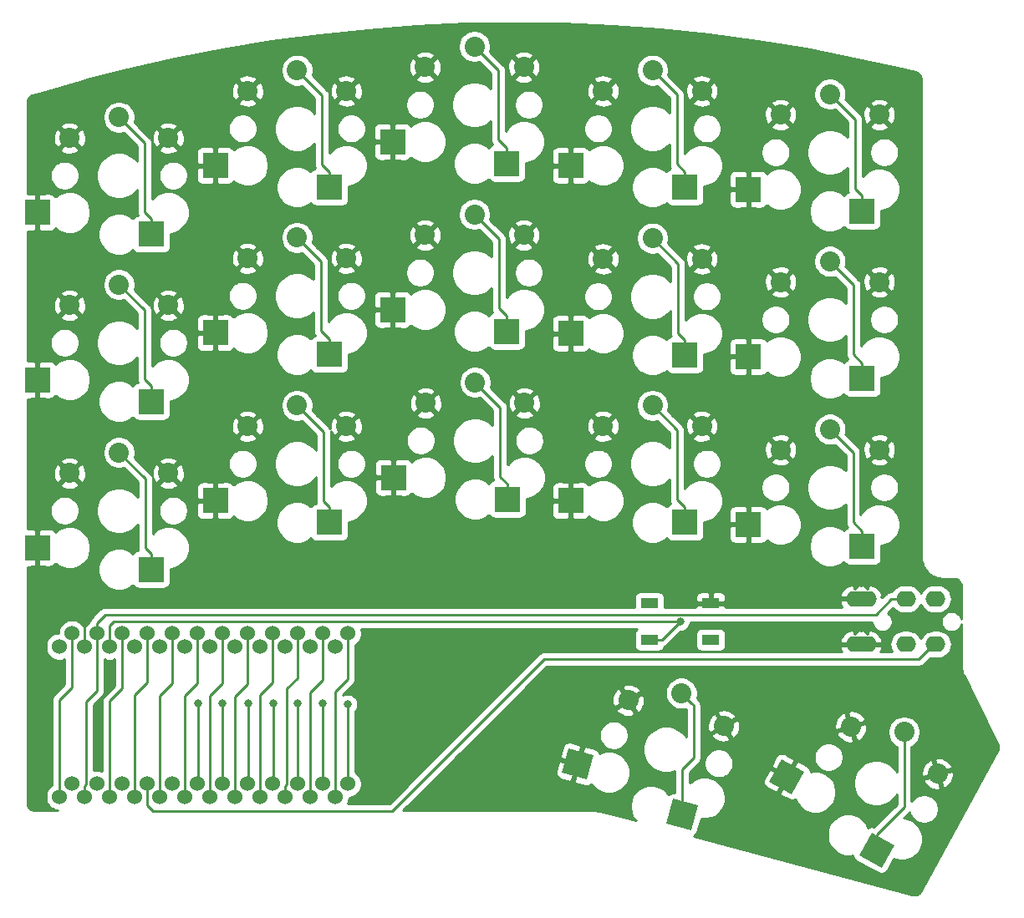
<source format=gbr>
G04 #@! TF.GenerationSoftware,KiCad,Pcbnew,(5.1.9-0-10_14)*
G04 #@! TF.CreationDate,2021-02-04T04:09:05-06:00*
G04 #@! TF.ProjectId,microredox,6d696372-6f72-4656-946f-782e6b696361,rev?*
G04 #@! TF.SameCoordinates,Original*
G04 #@! TF.FileFunction,Copper,L2,Bot*
G04 #@! TF.FilePolarity,Positive*
%FSLAX46Y46*%
G04 Gerber Fmt 4.6, Leading zero omitted, Abs format (unit mm)*
G04 Created by KiCad (PCBNEW (5.1.9-0-10_14)) date 2021-02-04 04:09:05*
%MOMM*%
%LPD*%
G01*
G04 APERTURE LIST*
G04 #@! TA.AperFunction,ComponentPad*
%ADD10C,1.524000*%
G04 #@! TD*
G04 #@! TA.AperFunction,SMDPad,CuDef*
%ADD11R,1.800000X1.100000*%
G04 #@! TD*
G04 #@! TA.AperFunction,ComponentPad*
%ADD12O,2.000000X1.600000*%
G04 #@! TD*
G04 #@! TA.AperFunction,ComponentPad*
%ADD13O,1.400000X1.000000*%
G04 #@! TD*
G04 #@! TA.AperFunction,ComponentPad*
%ADD14C,2.032000*%
G04 #@! TD*
G04 #@! TA.AperFunction,SMDPad,CuDef*
%ADD15C,0.100000*%
G04 #@! TD*
G04 #@! TA.AperFunction,SMDPad,CuDef*
%ADD16R,2.600000X2.600000*%
G04 #@! TD*
G04 #@! TA.AperFunction,ViaPad*
%ADD17C,0.800000*%
G04 #@! TD*
G04 #@! TA.AperFunction,Conductor*
%ADD18C,0.250000*%
G04 #@! TD*
G04 #@! TA.AperFunction,Conductor*
%ADD19C,0.254000*%
G04 #@! TD*
G04 #@! TA.AperFunction,Conductor*
%ADD20C,0.100000*%
G04 #@! TD*
G04 APERTURE END LIST*
D10*
X35369500Y-144780000D03*
X37909500Y-144780000D03*
X40449500Y-144780000D03*
X42989500Y-144780000D03*
X45529500Y-144780000D03*
X48069500Y-144780000D03*
X50609500Y-144780000D03*
X53149500Y-144780000D03*
X55689500Y-144780000D03*
X58229500Y-144780000D03*
X60769500Y-144780000D03*
X63309500Y-144780000D03*
X63309500Y-129540000D03*
X60769500Y-129540000D03*
X58229500Y-129540000D03*
X55689500Y-129540000D03*
X53149500Y-129540000D03*
X50609500Y-129540000D03*
X48069500Y-129540000D03*
X45529500Y-129540000D03*
X42989500Y-129540000D03*
X40449500Y-129540000D03*
X37909500Y-129540000D03*
X35369500Y-129540000D03*
X34099500Y-146086400D03*
X36639500Y-146086400D03*
X39179500Y-146086400D03*
X41719500Y-146086400D03*
X44259500Y-146086400D03*
X46799500Y-146086400D03*
X49339500Y-146086400D03*
X51879500Y-146086400D03*
X54419500Y-146086400D03*
X56959500Y-146086400D03*
X59499500Y-146086400D03*
X62039500Y-146086400D03*
X62039500Y-130866400D03*
X59499500Y-130866400D03*
X56959500Y-130866400D03*
X54419500Y-130866400D03*
X51879500Y-130866400D03*
X49339500Y-130866400D03*
X46799500Y-130866400D03*
X44259500Y-130866400D03*
X41719500Y-130866400D03*
X39179500Y-130866400D03*
X36639500Y-130866400D03*
X34099500Y-130866400D03*
D11*
X93864500Y-130183500D03*
X100064500Y-126483500D03*
X93864500Y-126483500D03*
X100064500Y-130183500D03*
D12*
X115847500Y-126033500D03*
D13*
X114747500Y-130633500D03*
D12*
X114747500Y-130633500D03*
D13*
X115847500Y-126033500D03*
X119847500Y-126033500D03*
X122847500Y-126033500D03*
D12*
X119847500Y-126033500D03*
X122847500Y-126033500D03*
D13*
X114747500Y-126033500D03*
X115847500Y-130633500D03*
X119847500Y-130633500D03*
X122847500Y-130633500D03*
D12*
X119847500Y-130633500D03*
X122847500Y-130633500D03*
X115847500Y-130633500D03*
X114747500Y-126033500D03*
D14*
X123047289Y-143762789D03*
G04 #@! TA.AperFunction,SMDPad,CuDef*
D15*
G36*
X109541212Y-143541419D02*
G01*
X108300599Y-145826344D01*
X106015674Y-144585731D01*
X107256287Y-142300806D01*
X109541212Y-143541419D01*
G37*
G04 #@! TD.AperFunction*
G04 #@! TA.AperFunction,SMDPad,CuDef*
G36*
X118641800Y-150986001D02*
G01*
X117401187Y-153270926D01*
X115116262Y-152030313D01*
X116356875Y-149745388D01*
X118641800Y-150986001D01*
G37*
G04 #@! TD.AperFunction*
D14*
X119655237Y-139531479D03*
X114259118Y-138991201D03*
X117141000Y-110944500D03*
D16*
X103866000Y-118494500D03*
X115416000Y-120694500D03*
D14*
X112141000Y-108844500D03*
X107141000Y-110944500D03*
X117141000Y-93926500D03*
D16*
X103866000Y-101476500D03*
X115416000Y-103676500D03*
D14*
X112141000Y-91826500D03*
X107141000Y-93926500D03*
X117141000Y-76972000D03*
D16*
X103866000Y-84522000D03*
X115416000Y-86722000D03*
D14*
X112141000Y-74872000D03*
X107141000Y-76972000D03*
X101380642Y-138911077D03*
G04 #@! TA.AperFunction,SMDPad,CuDef*
D15*
G36*
X88196060Y-141848755D02*
G01*
X87523131Y-144360162D01*
X85011724Y-143687233D01*
X85684653Y-141175826D01*
X88196060Y-141848755D01*
G37*
G04 #@! TD.AperFunction*
G04 #@! TA.AperFunction,SMDPad,CuDef*
G36*
X98783102Y-146963152D02*
G01*
X98110173Y-149474559D01*
X95598766Y-148801630D01*
X96271695Y-146290223D01*
X98783102Y-146963152D01*
G37*
G04 #@! TD.AperFunction*
D14*
X97094532Y-135588538D03*
X91721383Y-136322887D03*
X99170500Y-108531500D03*
D16*
X85895500Y-116081500D03*
X97445500Y-118281500D03*
D14*
X94170500Y-106431500D03*
X89170500Y-108531500D03*
X99170500Y-91577000D03*
D16*
X85895500Y-99127000D03*
X97445500Y-101327000D03*
D14*
X94170500Y-89477000D03*
X89170500Y-91577000D03*
X99170500Y-74559000D03*
D16*
X85895500Y-82109000D03*
X97445500Y-84309000D03*
D14*
X94170500Y-72459000D03*
X89170500Y-74559000D03*
X81200000Y-106182000D03*
D16*
X67925000Y-113732000D03*
X79475000Y-115932000D03*
D14*
X76200000Y-104082000D03*
X71200000Y-106182000D03*
X81136500Y-89164000D03*
D16*
X67861500Y-96714000D03*
X79411500Y-98914000D03*
D14*
X76136500Y-87064000D03*
X71136500Y-89164000D03*
X81136500Y-72146000D03*
D16*
X67861500Y-79696000D03*
X79411500Y-81896000D03*
D14*
X76136500Y-70046000D03*
X71136500Y-72146000D03*
X63166000Y-108531500D03*
D16*
X49891000Y-116081500D03*
X61441000Y-118281500D03*
D14*
X58166000Y-106431500D03*
X53166000Y-108531500D03*
X63166000Y-91513500D03*
D16*
X49891000Y-99063500D03*
X61441000Y-101263500D03*
D14*
X58166000Y-89413500D03*
X53166000Y-91513500D03*
X63166000Y-74559000D03*
D16*
X49891000Y-82109000D03*
X61441000Y-84309000D03*
D14*
X58166000Y-72459000D03*
X53166000Y-74559000D03*
X45132000Y-113294000D03*
D16*
X31857000Y-120844000D03*
X43407000Y-123044000D03*
D14*
X40132000Y-111194000D03*
X35132000Y-113294000D03*
X45132000Y-96276000D03*
D16*
X31857000Y-103826000D03*
X43407000Y-106026000D03*
D14*
X40132000Y-94176000D03*
X35132000Y-96276000D03*
X45132000Y-79321500D03*
D16*
X31857000Y-86871500D03*
X43407000Y-89071500D03*
D14*
X40132000Y-77221500D03*
X35132000Y-79321500D03*
D17*
X51943000Y-103759000D03*
X70167500Y-101282500D03*
X87884000Y-103759000D03*
X37909500Y-140398500D03*
X121539000Y-128270000D03*
X41592500Y-102489000D03*
X40449500Y-120015000D03*
X40322500Y-125857000D03*
X106108500Y-106108500D03*
X88519000Y-119951500D03*
X96964500Y-128333500D03*
X48133000Y-136652000D03*
X50609500Y-136652000D03*
X53213000Y-136652000D03*
X55753000Y-136652000D03*
X58229500Y-136652000D03*
X60769500Y-136652000D03*
X63309500Y-136715500D03*
D18*
X36639500Y-130866400D02*
X36639500Y-128016000D01*
X31857000Y-123233500D02*
X31857000Y-120844000D01*
X36639500Y-128016000D02*
X31857000Y-123233500D01*
X95114500Y-130183500D02*
X96964500Y-128333500D01*
X93864500Y-130183500D02*
X95114500Y-130183500D01*
X96964500Y-128333500D02*
X39560500Y-128333500D01*
X39560500Y-128333500D02*
X39179500Y-128714500D01*
X39179500Y-128714500D02*
X39179500Y-130866400D01*
X42989500Y-146939000D02*
X42989500Y-144780000D01*
X43561000Y-147510500D02*
X42989500Y-146939000D01*
X122647500Y-130633500D02*
X121137500Y-132143500D01*
X67818000Y-147510500D02*
X43561000Y-147510500D01*
X83185000Y-132143500D02*
X67818000Y-147510500D01*
X121137500Y-132143500D02*
X83185000Y-132143500D01*
X122847500Y-130633500D02*
X122647500Y-130633500D01*
X41719500Y-146086400D02*
X41719500Y-135763000D01*
X42989500Y-134493000D02*
X42989500Y-129540000D01*
X41719500Y-135763000D02*
X42989500Y-134493000D01*
X39179500Y-146086400D02*
X39179500Y-136398000D01*
X40449500Y-135128000D02*
X40449500Y-129540000D01*
X39179500Y-136398000D02*
X40449500Y-135128000D01*
X36822499Y-144825771D02*
X36822499Y-136469001D01*
X36639500Y-145008770D02*
X36822499Y-144825771D01*
X36639500Y-146086400D02*
X36639500Y-145008770D01*
X37909500Y-135382000D02*
X37909500Y-129540000D01*
X36822499Y-136469001D02*
X37909500Y-135382000D01*
X38763371Y-127608499D02*
X37909500Y-128462370D01*
X116803001Y-127608499D02*
X38763371Y-127608499D01*
X37909500Y-128462370D02*
X37909500Y-129540000D01*
X118378000Y-126033500D02*
X116803001Y-127608499D01*
X119847500Y-126033500D02*
X118378000Y-126033500D01*
X43407000Y-87521500D02*
X43407000Y-89071500D01*
X43407000Y-87521500D02*
X42735500Y-86850000D01*
X42735500Y-79825000D02*
X40132000Y-77221500D01*
X42735500Y-86850000D02*
X42735500Y-79825000D01*
X44259500Y-135890000D02*
X45529500Y-134620000D01*
X45529500Y-133350000D02*
X45529500Y-129540000D01*
X45529500Y-134620000D02*
X45529500Y-133350000D01*
X44259500Y-146086400D02*
X44259500Y-135890000D01*
X43407000Y-104476000D02*
X43407000Y-106026000D01*
X43407000Y-104476000D02*
X42735500Y-103804500D01*
X42735500Y-96779500D02*
X40132000Y-94176000D01*
X42735500Y-103804500D02*
X42735500Y-96779500D01*
X43407000Y-121494000D02*
X43407000Y-123044000D01*
X43407000Y-121494000D02*
X42799000Y-120886000D01*
X42799000Y-113861000D02*
X40132000Y-111194000D01*
X42799000Y-120886000D02*
X42799000Y-113861000D01*
X34099500Y-136271000D02*
X35369500Y-135001000D01*
X34099500Y-146086400D02*
X34099500Y-136271000D01*
X35369500Y-135001000D02*
X35369500Y-129540000D01*
X61441000Y-82759000D02*
X60706000Y-82024000D01*
X61441000Y-84309000D02*
X61441000Y-82759000D01*
X60706000Y-74999000D02*
X58166000Y-72459000D01*
X60706000Y-82024000D02*
X60706000Y-74999000D01*
X48133000Y-144716500D02*
X48069500Y-144780000D01*
X48133000Y-140525500D02*
X48133000Y-144716500D01*
X48133000Y-140525500D02*
X48133000Y-136652000D01*
X48069500Y-134112000D02*
X48069500Y-129540000D01*
X48069500Y-134620000D02*
X48069500Y-134112000D01*
X46799500Y-135890000D02*
X48069500Y-134620000D01*
X46799500Y-146086400D02*
X46799500Y-135890000D01*
X61441000Y-99713500D02*
X61441000Y-101263500D01*
X61441000Y-99713500D02*
X60579000Y-98851500D01*
X60579000Y-91826500D02*
X58166000Y-89413500D01*
X60579000Y-98851500D02*
X60579000Y-91826500D01*
X61441000Y-116731500D02*
X61441000Y-118281500D01*
X61441000Y-116731500D02*
X60833000Y-116123500D01*
X60833000Y-109098500D02*
X58166000Y-106431500D01*
X60833000Y-116123500D02*
X60833000Y-109098500D01*
X50609500Y-138620500D02*
X50609500Y-144780000D01*
X50609500Y-138620500D02*
X50609500Y-136652000D01*
X49339500Y-135890000D02*
X50609500Y-134620000D01*
X50609500Y-134620000D02*
X50609500Y-129540000D01*
X49339500Y-146086400D02*
X49339500Y-135890000D01*
X79411500Y-80346000D02*
X79411500Y-81896000D01*
X79411500Y-80346000D02*
X78549500Y-79484000D01*
X78549500Y-72459000D02*
X76136500Y-70046000D01*
X78549500Y-79484000D02*
X78549500Y-72459000D01*
X79411500Y-97364000D02*
X79411500Y-98914000D01*
X79411500Y-97364000D02*
X78613000Y-96565500D01*
X78613000Y-89540500D02*
X76136500Y-87064000D01*
X78613000Y-96565500D02*
X78613000Y-89540500D01*
X53213000Y-144716500D02*
X53149500Y-144780000D01*
X53213000Y-138557000D02*
X53213000Y-144716500D01*
X53213000Y-138557000D02*
X53213000Y-136652000D01*
X53149500Y-134683500D02*
X53149500Y-129540000D01*
X51879500Y-135953500D02*
X53149500Y-134683500D01*
X51879500Y-146086400D02*
X51879500Y-135953500D01*
X79475000Y-114382000D02*
X78740000Y-113647000D01*
X79475000Y-115932000D02*
X79475000Y-114382000D01*
X78740000Y-106622000D02*
X76200000Y-104082000D01*
X78740000Y-113647000D02*
X78740000Y-106622000D01*
X97445500Y-82759000D02*
X97445500Y-84309000D01*
X97445500Y-82759000D02*
X96647000Y-81960500D01*
X96647000Y-74935500D02*
X94170500Y-72459000D01*
X96647000Y-81960500D02*
X96647000Y-74935500D01*
X55753000Y-144716500D02*
X55689500Y-144780000D01*
X55753000Y-137795000D02*
X55753000Y-144716500D01*
X55753000Y-137795000D02*
X55753000Y-136652000D01*
X54419500Y-146086400D02*
X54419500Y-135763000D01*
X55689500Y-134493000D02*
X55689500Y-129540000D01*
X54419500Y-135763000D02*
X55689500Y-134493000D01*
X97445500Y-99777000D02*
X97445500Y-101327000D01*
X97445500Y-99777000D02*
X96774000Y-99105500D01*
X96774000Y-92080500D02*
X94170500Y-89477000D01*
X96774000Y-99105500D02*
X96774000Y-92080500D01*
X97445500Y-116731500D02*
X96647000Y-115933000D01*
X97445500Y-118281500D02*
X97445500Y-116731500D01*
X96647000Y-108908000D02*
X94170500Y-106431500D01*
X96647000Y-115933000D02*
X96647000Y-108908000D01*
X58229500Y-137414000D02*
X58229500Y-136652000D01*
X58229500Y-144780000D02*
X58229500Y-137414000D01*
X62039500Y-135445500D02*
X63309500Y-134175500D01*
X62039500Y-146086400D02*
X62039500Y-135445500D01*
X63309500Y-134175500D02*
X63309500Y-129540000D01*
X98323089Y-136817095D02*
X98110531Y-136604537D01*
X98110531Y-136604537D02*
X97094532Y-135588538D01*
X97190934Y-146436533D02*
X97155000Y-146400599D01*
X97190934Y-147882391D02*
X97190934Y-146436533D01*
X97155000Y-146400599D02*
X97155000Y-143306178D01*
X97155000Y-143306178D02*
X98323089Y-142138089D01*
X98323089Y-142138089D02*
X98323089Y-136817095D01*
X57142499Y-144825771D02*
X57142499Y-135135501D01*
X56959500Y-145008770D02*
X57142499Y-144825771D01*
X56959500Y-146086400D02*
X56959500Y-145008770D01*
X58229500Y-134048500D02*
X58229500Y-129540000D01*
X57142499Y-135135501D02*
X58229500Y-134048500D01*
X115416000Y-85172000D02*
X115416000Y-86722000D01*
X115416000Y-85172000D02*
X114681000Y-84437000D01*
X114681000Y-77412000D02*
X112141000Y-74872000D01*
X114681000Y-84437000D02*
X114681000Y-77412000D01*
X115416000Y-102126500D02*
X115416000Y-103676500D01*
X115416000Y-102126500D02*
X114554000Y-101264500D01*
X114554000Y-94239500D02*
X112141000Y-91826500D01*
X114554000Y-101264500D02*
X114554000Y-94239500D01*
X60833000Y-144716500D02*
X60769500Y-144780000D01*
X60769500Y-144780000D02*
X60769500Y-136652000D01*
X59499500Y-146086400D02*
X59499500Y-135509000D01*
X60769500Y-134239000D02*
X60769500Y-129540000D01*
X59499500Y-135509000D02*
X60769500Y-134239000D01*
X115416000Y-119144500D02*
X114490500Y-118219000D01*
X115416000Y-120694500D02*
X115416000Y-119144500D01*
X114490500Y-111194000D02*
X112141000Y-108844500D01*
X114490500Y-118219000D02*
X114490500Y-111194000D01*
X63309500Y-136715500D02*
X63309500Y-144780000D01*
X119655237Y-140968319D02*
X119655237Y-139531479D01*
X116879031Y-149928896D02*
X119655237Y-147152690D01*
X119655237Y-147152690D02*
X119655237Y-140968319D01*
X116879031Y-151508157D02*
X116879031Y-149928896D01*
D19*
X85109676Y-67738283D02*
X90054386Y-67954776D01*
X94990501Y-68317864D01*
X99913592Y-68827221D01*
X104819483Y-69482413D01*
X109703774Y-70282855D01*
X114562143Y-71227839D01*
X119394083Y-72317381D01*
X120769854Y-72655476D01*
X120942309Y-72717077D01*
X121069888Y-72793299D01*
X121180228Y-72892847D01*
X121269137Y-73011940D01*
X121333219Y-73146029D01*
X121372002Y-73297703D01*
X121382408Y-73433817D01*
X121382409Y-121775354D01*
X121385535Y-121807089D01*
X121385470Y-121816335D01*
X121386471Y-121826548D01*
X121417071Y-122117693D01*
X121430474Y-122182987D01*
X121442950Y-122248387D01*
X121445915Y-122258211D01*
X121532483Y-122537867D01*
X121558306Y-122599297D01*
X121583254Y-122661046D01*
X121588072Y-122670107D01*
X121727311Y-122927623D01*
X121764581Y-122982878D01*
X121801039Y-123038591D01*
X121807524Y-123046544D01*
X121994130Y-123272111D01*
X122041417Y-123319070D01*
X122088008Y-123366647D01*
X122095915Y-123373189D01*
X122322779Y-123558215D01*
X122378287Y-123595094D01*
X122433232Y-123632716D01*
X122442259Y-123637597D01*
X122700740Y-123775034D01*
X122762346Y-123800427D01*
X122823560Y-123826663D01*
X122833363Y-123829698D01*
X123113617Y-123914312D01*
X123179007Y-123927259D01*
X123244127Y-123941101D01*
X123254331Y-123942174D01*
X123254333Y-123942174D01*
X123545685Y-123970741D01*
X123581303Y-123974249D01*
X124651473Y-123974249D01*
X124835320Y-123992275D01*
X124977596Y-124035231D01*
X125108810Y-124104999D01*
X125223979Y-124198929D01*
X125318709Y-124313436D01*
X125389394Y-124444165D01*
X125433340Y-124586132D01*
X125452418Y-124767651D01*
X125452418Y-128080329D01*
X125442726Y-128031602D01*
X125364705Y-127843244D01*
X125251437Y-127673726D01*
X125107274Y-127529563D01*
X124937756Y-127416295D01*
X124749398Y-127338274D01*
X124549439Y-127298500D01*
X124345561Y-127298500D01*
X124145602Y-127338274D01*
X123957244Y-127416295D01*
X123787726Y-127529563D01*
X123643563Y-127673726D01*
X123530295Y-127843244D01*
X123452274Y-128031602D01*
X123412500Y-128231561D01*
X123412500Y-128435439D01*
X123452274Y-128635398D01*
X123530295Y-128823756D01*
X123643563Y-128993274D01*
X123787726Y-129137437D01*
X123957244Y-129250705D01*
X124145602Y-129328726D01*
X124345561Y-129368500D01*
X124549439Y-129368500D01*
X124749398Y-129328726D01*
X124937756Y-129250705D01*
X125107274Y-129137437D01*
X125251437Y-128993274D01*
X125364705Y-128823756D01*
X125442726Y-128635398D01*
X125452418Y-128586670D01*
X125452419Y-132839119D01*
X125453725Y-132852382D01*
X125456844Y-132938342D01*
X125462739Y-132982071D01*
X125465320Y-133026099D01*
X125466988Y-133036225D01*
X125516589Y-133324741D01*
X125534234Y-133388998D01*
X125550970Y-133453458D01*
X125554573Y-133463067D01*
X125658981Y-133735701D01*
X125672054Y-133769883D01*
X129117684Y-140664218D01*
X129183750Y-140836734D01*
X129208931Y-140983200D01*
X129205183Y-141131767D01*
X129171980Y-141279760D01*
X129106049Y-141432318D01*
X121405871Y-155614281D01*
X121302307Y-155767245D01*
X121196673Y-155871778D01*
X121072748Y-155953801D01*
X120935244Y-156010196D01*
X120789416Y-156038806D01*
X120634650Y-156038536D01*
X120489611Y-156012047D01*
X98326810Y-150073542D01*
X98429209Y-150027146D01*
X98530883Y-149954287D01*
X98616390Y-149862993D01*
X98682442Y-149756771D01*
X98690567Y-149735183D01*
X111865905Y-149735183D01*
X111865905Y-150155741D01*
X111947952Y-150568218D01*
X112108893Y-150956764D01*
X112342542Y-151306445D01*
X112639922Y-151603825D01*
X112989603Y-151837474D01*
X113378149Y-151998415D01*
X113790626Y-152080462D01*
X114211184Y-152080462D01*
X114481272Y-152026738D01*
X114480867Y-152088698D01*
X114504466Y-152211535D01*
X114551576Y-152327409D01*
X114620387Y-152431865D01*
X114708254Y-152520889D01*
X114811800Y-152591062D01*
X117096725Y-153831675D01*
X117211972Y-153880297D01*
X117334490Y-153905503D01*
X117459572Y-153906321D01*
X117582409Y-153882722D01*
X117698283Y-153835612D01*
X117802739Y-153766801D01*
X117891763Y-153678934D01*
X117961936Y-153575388D01*
X118618333Y-152366456D01*
X118821984Y-152450811D01*
X119234461Y-152532858D01*
X119655019Y-152532858D01*
X120067496Y-152450811D01*
X120456042Y-152289870D01*
X120805723Y-152056221D01*
X121103103Y-151758841D01*
X121336752Y-151409160D01*
X121497693Y-151020614D01*
X121579740Y-150608137D01*
X121579740Y-150187579D01*
X121497693Y-149775102D01*
X121336752Y-149386556D01*
X121103103Y-149036875D01*
X120805723Y-148739495D01*
X120456042Y-148505846D01*
X120067496Y-148344905D01*
X119655019Y-148262858D01*
X119619871Y-148262858D01*
X120166241Y-147716488D01*
X120195238Y-147692691D01*
X120221982Y-147660103D01*
X120244696Y-147774294D01*
X120356706Y-148044711D01*
X120519320Y-148288079D01*
X120726288Y-148495047D01*
X120969656Y-148657661D01*
X121240073Y-148769671D01*
X121527146Y-148826773D01*
X121819842Y-148826773D01*
X122106915Y-148769671D01*
X122377332Y-148657661D01*
X122620700Y-148495047D01*
X122827668Y-148288079D01*
X122990282Y-148044711D01*
X123102292Y-147774294D01*
X123159394Y-147487221D01*
X123159394Y-147194525D01*
X123102292Y-146907452D01*
X122990282Y-146637035D01*
X122827668Y-146393667D01*
X122620700Y-146186699D01*
X122377332Y-146024085D01*
X122106915Y-145912075D01*
X121819842Y-145854973D01*
X121527146Y-145854973D01*
X121240073Y-145912075D01*
X120969656Y-146024085D01*
X120726288Y-146186699D01*
X120519320Y-146393667D01*
X120415237Y-146549438D01*
X120415237Y-144589535D01*
X121608979Y-144589535D01*
X121797907Y-144854249D01*
X122034846Y-145077020D01*
X122310693Y-145249285D01*
X122614848Y-145364425D01*
X122935621Y-145418015D01*
X123137281Y-145419335D01*
X123350080Y-145232154D01*
X122961589Y-143920629D01*
X121650064Y-144309120D01*
X121608979Y-144589535D01*
X120415237Y-144589535D01*
X120415237Y-143852781D01*
X121390743Y-143852781D01*
X121577924Y-144065580D01*
X122310811Y-143848489D01*
X123205129Y-143848489D01*
X123593620Y-145160014D01*
X123874035Y-145201099D01*
X124138749Y-145012171D01*
X124361520Y-144775232D01*
X124533785Y-144499385D01*
X124648925Y-144195230D01*
X124702515Y-143874457D01*
X124703835Y-143672797D01*
X124516654Y-143459998D01*
X123205129Y-143848489D01*
X122310811Y-143848489D01*
X122889449Y-143677089D01*
X122500958Y-142365564D01*
X122220543Y-142324479D01*
X121955829Y-142513407D01*
X121733058Y-142750346D01*
X121560793Y-143026193D01*
X121445653Y-143330348D01*
X121392063Y-143651121D01*
X121390743Y-143852781D01*
X120415237Y-143852781D01*
X120415237Y-142293424D01*
X122744498Y-142293424D01*
X123132989Y-143604949D01*
X124444514Y-143216458D01*
X124485599Y-142936043D01*
X124296671Y-142671329D01*
X124059732Y-142448558D01*
X123783885Y-142276293D01*
X123479730Y-142161153D01*
X123158957Y-142107563D01*
X122957297Y-142106243D01*
X122744498Y-142293424D01*
X120415237Y-142293424D01*
X120415237Y-141003706D01*
X120437279Y-140994576D01*
X120707688Y-140813894D01*
X120937652Y-140583930D01*
X121118334Y-140313521D01*
X121242790Y-140013058D01*
X121306237Y-139694088D01*
X121306237Y-139368870D01*
X121242790Y-139049900D01*
X121118334Y-138749437D01*
X120937652Y-138479028D01*
X120707688Y-138249064D01*
X120437279Y-138068382D01*
X120136816Y-137943926D01*
X119817846Y-137880479D01*
X119492628Y-137880479D01*
X119173658Y-137943926D01*
X118873195Y-138068382D01*
X118602786Y-138249064D01*
X118372822Y-138479028D01*
X118192140Y-138749437D01*
X118067684Y-139049900D01*
X118004237Y-139368870D01*
X118004237Y-139694088D01*
X118067684Y-140013058D01*
X118192140Y-140313521D01*
X118372822Y-140583930D01*
X118602786Y-140813894D01*
X118873195Y-140994576D01*
X118895237Y-141003706D01*
X118895237Y-141005651D01*
X118895238Y-141005661D01*
X118895238Y-143563392D01*
X118664976Y-143218781D01*
X118337719Y-142891524D01*
X117952905Y-142634400D01*
X117525324Y-142457290D01*
X117071406Y-142367000D01*
X116608594Y-142367000D01*
X116154676Y-142457290D01*
X115727095Y-142634400D01*
X115342281Y-142891524D01*
X115015024Y-143218781D01*
X114757900Y-143603595D01*
X114580790Y-144031176D01*
X114490500Y-144485094D01*
X114490500Y-144947906D01*
X114580790Y-145401824D01*
X114757900Y-145829405D01*
X115015024Y-146214219D01*
X115342281Y-146541476D01*
X115727095Y-146798600D01*
X116154676Y-146975710D01*
X116608594Y-147066000D01*
X117071406Y-147066000D01*
X117525324Y-146975710D01*
X117952905Y-146798600D01*
X118337719Y-146541476D01*
X118664976Y-146214219D01*
X118895237Y-145869608D01*
X118895237Y-146837888D01*
X116581971Y-149151155D01*
X116546090Y-149136017D01*
X116423572Y-149110811D01*
X116298490Y-149109993D01*
X116175653Y-149133592D01*
X116059779Y-149180702D01*
X116008917Y-149214208D01*
X115892917Y-148934160D01*
X115659268Y-148584479D01*
X115361888Y-148287099D01*
X115012207Y-148053450D01*
X114623661Y-147892509D01*
X114211184Y-147810462D01*
X113790626Y-147810462D01*
X113378149Y-147892509D01*
X112989603Y-148053450D01*
X112639922Y-148287099D01*
X112342542Y-148584479D01*
X112108893Y-148934160D01*
X111947952Y-149322706D01*
X111865905Y-149735183D01*
X98690567Y-149735183D01*
X98726503Y-149639704D01*
X99082220Y-148312151D01*
X99216279Y-148338817D01*
X99636837Y-148338817D01*
X100049314Y-148256770D01*
X100437860Y-148095829D01*
X100787541Y-147862180D01*
X101084921Y-147564800D01*
X101318570Y-147215119D01*
X101479511Y-146826573D01*
X101561558Y-146414096D01*
X101561558Y-145993538D01*
X101500221Y-145685173D01*
X107042500Y-145685173D01*
X107106263Y-145900434D01*
X107996137Y-146387092D01*
X108111384Y-146435716D01*
X108233902Y-146460921D01*
X108358984Y-146461739D01*
X108481821Y-146438140D01*
X108597694Y-146391029D01*
X108648557Y-146357523D01*
X108764557Y-146637572D01*
X108998206Y-146987253D01*
X109295586Y-147284633D01*
X109645267Y-147518282D01*
X110033813Y-147679223D01*
X110446290Y-147761270D01*
X110866848Y-147761270D01*
X111279325Y-147679223D01*
X111667871Y-147518282D01*
X112017552Y-147284633D01*
X112314932Y-146987253D01*
X112548581Y-146637572D01*
X112709522Y-146249026D01*
X112791569Y-145836549D01*
X112791569Y-145415991D01*
X112709522Y-145003514D01*
X112548581Y-144614968D01*
X112314932Y-144265287D01*
X112017552Y-143967907D01*
X111667871Y-143734258D01*
X111279325Y-143573317D01*
X110866848Y-143491270D01*
X110446290Y-143491270D01*
X110176202Y-143544994D01*
X110176607Y-143483034D01*
X110153008Y-143360197D01*
X110105897Y-143244324D01*
X110037087Y-143139867D01*
X109949220Y-143050843D01*
X109845673Y-142980671D01*
X108952867Y-142499412D01*
X108737606Y-142563175D01*
X107950652Y-144012564D01*
X107968228Y-144022107D01*
X107847030Y-144245327D01*
X107829454Y-144235784D01*
X107042500Y-145685173D01*
X101500221Y-145685173D01*
X101479511Y-145581061D01*
X101318570Y-145192515D01*
X101084921Y-144842834D01*
X100886203Y-144644116D01*
X105380279Y-144644116D01*
X105403878Y-144766953D01*
X105450989Y-144882826D01*
X105519799Y-144987283D01*
X105607666Y-145076307D01*
X105711213Y-145146479D01*
X106604019Y-145627738D01*
X106819280Y-145563975D01*
X107606234Y-144114586D01*
X106156845Y-143327632D01*
X105941584Y-143391395D01*
X105454926Y-144281269D01*
X105406302Y-144396516D01*
X105381097Y-144519034D01*
X105380279Y-144644116D01*
X100886203Y-144644116D01*
X100787541Y-144545454D01*
X100437860Y-144311805D01*
X100049314Y-144150864D01*
X99636837Y-144068817D01*
X99216279Y-144068817D01*
X98803802Y-144150864D01*
X98415256Y-144311805D01*
X98065575Y-144545454D01*
X97915000Y-144696029D01*
X97915000Y-143620979D01*
X98834093Y-142701887D01*
X98863090Y-142678090D01*
X98956182Y-142564657D01*
X99394192Y-142564657D01*
X99394192Y-142857353D01*
X99451294Y-143144426D01*
X99563304Y-143414843D01*
X99725918Y-143658211D01*
X99932886Y-143865179D01*
X100176254Y-144027793D01*
X100446671Y-144139803D01*
X100733744Y-144196905D01*
X101026440Y-144196905D01*
X101313513Y-144139803D01*
X101583930Y-144027793D01*
X101827298Y-143865179D01*
X102034266Y-143658211D01*
X102196880Y-143414843D01*
X102308890Y-143144426D01*
X102359667Y-142889151D01*
X106214280Y-142889151D01*
X106278043Y-143104412D01*
X107727432Y-143891366D01*
X108514386Y-142441977D01*
X108450623Y-142226716D01*
X107936919Y-141945779D01*
X110520606Y-141945779D01*
X110520606Y-142238475D01*
X110577708Y-142525548D01*
X110689718Y-142795965D01*
X110852332Y-143039333D01*
X111059300Y-143246301D01*
X111302668Y-143408915D01*
X111573085Y-143520925D01*
X111860158Y-143578027D01*
X112152854Y-143578027D01*
X112439927Y-143520925D01*
X112710344Y-143408915D01*
X112953712Y-143246301D01*
X113160680Y-143039333D01*
X113323294Y-142795965D01*
X113435304Y-142525548D01*
X113492406Y-142238475D01*
X113492406Y-141945779D01*
X113435304Y-141658706D01*
X113323294Y-141388289D01*
X113160680Y-141144921D01*
X112953712Y-140937953D01*
X112710344Y-140775339D01*
X112439927Y-140663329D01*
X112152854Y-140606227D01*
X111860158Y-140606227D01*
X111573085Y-140663329D01*
X111302668Y-140775339D01*
X111059300Y-140937953D01*
X110852332Y-141144921D01*
X110689718Y-141388289D01*
X110577708Y-141658706D01*
X110520606Y-141945779D01*
X107936919Y-141945779D01*
X107560749Y-141740058D01*
X107445502Y-141691434D01*
X107322984Y-141666229D01*
X107197902Y-141665411D01*
X107075065Y-141689010D01*
X106959192Y-141736121D01*
X106854735Y-141804931D01*
X106765711Y-141892798D01*
X106695539Y-141996345D01*
X106214280Y-142889151D01*
X102359667Y-142889151D01*
X102365992Y-142857353D01*
X102365992Y-142564657D01*
X102308890Y-142277584D01*
X102196880Y-142007167D01*
X102034266Y-141763799D01*
X101827298Y-141556831D01*
X101583930Y-141394217D01*
X101313513Y-141282207D01*
X101026440Y-141225105D01*
X100733744Y-141225105D01*
X100446671Y-141282207D01*
X100176254Y-141394217D01*
X99932886Y-141556831D01*
X99725918Y-141763799D01*
X99563304Y-142007167D01*
X99451294Y-142277584D01*
X99394192Y-142564657D01*
X98956182Y-142564657D01*
X98958063Y-142562365D01*
X99028635Y-142430336D01*
X99072092Y-142287075D01*
X99083089Y-142175422D01*
X99083089Y-142175413D01*
X99086765Y-142138090D01*
X99083089Y-142100767D01*
X99083089Y-139768489D01*
X100149561Y-139768489D01*
X100175073Y-140050746D01*
X100420577Y-140264043D01*
X100702974Y-140425346D01*
X101011414Y-140528456D01*
X101334044Y-140569411D01*
X101658464Y-140546637D01*
X101854861Y-140500844D01*
X102018083Y-140269158D01*
X101334157Y-139084562D01*
X100149561Y-139768489D01*
X99083089Y-139768489D01*
X99083089Y-138864479D01*
X99722308Y-138864479D01*
X99745082Y-139188899D01*
X99790875Y-139385296D01*
X100022561Y-139548518D01*
X101046128Y-138957562D01*
X101554127Y-138957562D01*
X102238054Y-140142158D01*
X102520311Y-140116646D01*
X102733608Y-139871142D01*
X102763992Y-139817947D01*
X112820808Y-139817947D01*
X113009736Y-140082661D01*
X113246675Y-140305432D01*
X113522522Y-140477697D01*
X113826677Y-140592837D01*
X114147450Y-140646427D01*
X114349110Y-140647747D01*
X114561909Y-140460566D01*
X114173418Y-139149041D01*
X112861893Y-139537532D01*
X112820808Y-139817947D01*
X102763992Y-139817947D01*
X102894911Y-139588745D01*
X102998021Y-139280305D01*
X103023296Y-139081193D01*
X112602572Y-139081193D01*
X112789753Y-139293992D01*
X113522640Y-139076901D01*
X114416958Y-139076901D01*
X114805449Y-140388426D01*
X115085864Y-140429511D01*
X115350578Y-140240583D01*
X115573349Y-140003644D01*
X115745614Y-139727797D01*
X115860754Y-139423642D01*
X115914344Y-139102869D01*
X115915664Y-138901209D01*
X115728483Y-138688410D01*
X114416958Y-139076901D01*
X113522640Y-139076901D01*
X114101278Y-138905501D01*
X113712787Y-137593976D01*
X113432372Y-137552891D01*
X113167658Y-137741819D01*
X112944887Y-137978758D01*
X112772622Y-138254605D01*
X112657482Y-138558760D01*
X112603892Y-138879533D01*
X112602572Y-139081193D01*
X103023296Y-139081193D01*
X103038976Y-138957675D01*
X103016202Y-138633255D01*
X102970409Y-138436858D01*
X102738723Y-138273636D01*
X101554127Y-138957562D01*
X101046128Y-138957562D01*
X101207157Y-138864592D01*
X100523230Y-137679996D01*
X100240973Y-137705508D01*
X100027676Y-137951012D01*
X99866373Y-138233409D01*
X99763263Y-138541849D01*
X99722308Y-138864479D01*
X99083089Y-138864479D01*
X99083089Y-137552996D01*
X100743201Y-137552996D01*
X101427127Y-138737592D01*
X102611723Y-138053665D01*
X102586211Y-137771408D01*
X102340707Y-137558111D01*
X102277200Y-137521836D01*
X113956327Y-137521836D01*
X114344818Y-138833361D01*
X115656343Y-138444870D01*
X115697428Y-138164455D01*
X115508500Y-137899741D01*
X115271561Y-137676970D01*
X114995714Y-137504705D01*
X114691559Y-137389565D01*
X114370786Y-137335975D01*
X114169126Y-137334655D01*
X113956327Y-137521836D01*
X102277200Y-137521836D01*
X102058310Y-137396808D01*
X101749870Y-137293698D01*
X101427240Y-137252743D01*
X101102820Y-137275517D01*
X100906423Y-137321310D01*
X100743201Y-137552996D01*
X99083089Y-137552996D01*
X99083089Y-136854417D01*
X99086765Y-136817094D01*
X99083089Y-136779771D01*
X99083089Y-136779762D01*
X99072092Y-136668109D01*
X99028635Y-136524848D01*
X98958063Y-136392819D01*
X98863090Y-136277094D01*
X98834091Y-136253295D01*
X98672955Y-136092159D01*
X98682085Y-136070117D01*
X98745532Y-135751147D01*
X98745532Y-135425929D01*
X98682085Y-135106959D01*
X98557629Y-134806496D01*
X98376947Y-134536087D01*
X98146983Y-134306123D01*
X97876574Y-134125441D01*
X97576111Y-134000985D01*
X97257141Y-133937538D01*
X96931923Y-133937538D01*
X96612953Y-134000985D01*
X96312490Y-134125441D01*
X96042081Y-134306123D01*
X95812117Y-134536087D01*
X95631435Y-134806496D01*
X95506979Y-135106959D01*
X95443532Y-135425929D01*
X95443532Y-135751147D01*
X95506979Y-136070117D01*
X95631435Y-136370580D01*
X95812117Y-136640989D01*
X96042081Y-136870953D01*
X96312490Y-137051635D01*
X96612953Y-137176091D01*
X96931923Y-137239538D01*
X97257141Y-137239538D01*
X97563090Y-137178681D01*
X97563089Y-140045122D01*
X97392476Y-139789781D01*
X97065219Y-139462524D01*
X96680405Y-139205400D01*
X96252824Y-139028290D01*
X95798906Y-138938000D01*
X95336094Y-138938000D01*
X94882176Y-139028290D01*
X94454595Y-139205400D01*
X94069781Y-139462524D01*
X93742524Y-139789781D01*
X93485400Y-140174595D01*
X93308290Y-140602176D01*
X93218000Y-141056094D01*
X93218000Y-141518906D01*
X93308290Y-141972824D01*
X93485400Y-142400405D01*
X93742524Y-142785219D01*
X94069781Y-143112476D01*
X94454595Y-143369600D01*
X94882176Y-143546710D01*
X95336094Y-143637000D01*
X95798906Y-143637000D01*
X96252824Y-143546710D01*
X96395001Y-143487818D01*
X96395000Y-145666985D01*
X96313427Y-145653517D01*
X96188410Y-145657610D01*
X96066593Y-145686013D01*
X95952659Y-145737636D01*
X95850985Y-145810495D01*
X95807946Y-145856446D01*
X95685890Y-145673776D01*
X95388510Y-145376396D01*
X95038829Y-145142747D01*
X94650283Y-144981806D01*
X94237806Y-144899759D01*
X93817248Y-144899759D01*
X93404771Y-144981806D01*
X93016225Y-145142747D01*
X92666544Y-145376396D01*
X92369164Y-145673776D01*
X92135515Y-146023457D01*
X91974574Y-146412003D01*
X91892527Y-146824480D01*
X91892527Y-147245038D01*
X91974574Y-147657515D01*
X92135515Y-148046061D01*
X92369164Y-148395742D01*
X92480432Y-148507010D01*
X88880111Y-147542307D01*
X88868066Y-147540318D01*
X88794466Y-147523191D01*
X88751847Y-147517580D01*
X88709806Y-147508644D01*
X88699600Y-147507571D01*
X88408396Y-147479019D01*
X88372631Y-147475496D01*
X68927805Y-147475496D01*
X72757800Y-143645501D01*
X84375017Y-143645501D01*
X84379110Y-143770518D01*
X84407514Y-143892335D01*
X84459137Y-144006269D01*
X84531996Y-144107942D01*
X84623290Y-144193450D01*
X84729511Y-144259502D01*
X84846578Y-144303563D01*
X85827064Y-144563103D01*
X85907626Y-144516590D01*
X86266837Y-144516590D01*
X86379090Y-144711018D01*
X87357986Y-144976493D01*
X87481399Y-144996869D01*
X87606416Y-144992776D01*
X87728233Y-144964372D01*
X87842167Y-144912749D01*
X87943840Y-144839890D01*
X87986879Y-144793939D01*
X88108936Y-144976610D01*
X88406316Y-145273990D01*
X88755997Y-145507639D01*
X89144543Y-145668580D01*
X89557020Y-145750627D01*
X89977578Y-145750627D01*
X90390055Y-145668580D01*
X90778601Y-145507639D01*
X91128282Y-145273990D01*
X91425662Y-144976610D01*
X91659311Y-144626929D01*
X91820252Y-144238383D01*
X91902299Y-143825906D01*
X91902299Y-143405348D01*
X91820252Y-142992871D01*
X91659311Y-142604325D01*
X91425662Y-142254644D01*
X91128282Y-141957264D01*
X90778601Y-141723615D01*
X90390055Y-141562674D01*
X89977578Y-141480627D01*
X89557020Y-141480627D01*
X89144543Y-141562674D01*
X88813373Y-141699849D01*
X88800270Y-141643653D01*
X88748647Y-141529719D01*
X88675788Y-141428046D01*
X88584494Y-141342538D01*
X88478273Y-141276486D01*
X88361206Y-141232425D01*
X87380720Y-140972885D01*
X87186292Y-141085138D01*
X86759435Y-142678191D01*
X86778754Y-142683367D01*
X86713013Y-142928713D01*
X86693695Y-142923537D01*
X86266837Y-144516590D01*
X85907626Y-144516590D01*
X86021492Y-144450850D01*
X86448349Y-142857797D01*
X84855296Y-142430939D01*
X84660868Y-142543192D01*
X84395393Y-143522088D01*
X84375017Y-143645501D01*
X72757800Y-143645501D01*
X74412135Y-141991166D01*
X84808783Y-141991166D01*
X84921036Y-142185594D01*
X86514089Y-142612451D01*
X86940947Y-141019398D01*
X86828694Y-140824970D01*
X85849798Y-140559495D01*
X85726385Y-140539119D01*
X85601368Y-140543212D01*
X85479551Y-140571616D01*
X85365617Y-140623239D01*
X85263944Y-140696098D01*
X85178436Y-140787392D01*
X85112384Y-140893613D01*
X85068323Y-141010680D01*
X84808783Y-141991166D01*
X74412135Y-141991166D01*
X76685654Y-139717647D01*
X88769008Y-139717647D01*
X88769008Y-140010343D01*
X88826110Y-140297416D01*
X88938120Y-140567833D01*
X89100734Y-140811201D01*
X89307702Y-141018169D01*
X89551070Y-141180783D01*
X89821487Y-141292793D01*
X90108560Y-141349895D01*
X90401256Y-141349895D01*
X90688329Y-141292793D01*
X90958746Y-141180783D01*
X91202114Y-141018169D01*
X91409082Y-140811201D01*
X91571696Y-140567833D01*
X91683706Y-140297416D01*
X91740808Y-140010343D01*
X91740808Y-139717647D01*
X91683706Y-139430574D01*
X91571696Y-139160157D01*
X91409082Y-138916789D01*
X91202114Y-138709821D01*
X90958746Y-138547207D01*
X90688329Y-138435197D01*
X90401256Y-138378095D01*
X90108560Y-138378095D01*
X89821487Y-138435197D01*
X89551070Y-138547207D01*
X89307702Y-138709821D01*
X89100734Y-138916789D01*
X88938120Y-139160157D01*
X88826110Y-139430574D01*
X88769008Y-139717647D01*
X76685654Y-139717647D01*
X79223002Y-137180299D01*
X90490302Y-137180299D01*
X90515814Y-137462556D01*
X90761318Y-137675853D01*
X91043715Y-137837156D01*
X91352155Y-137940266D01*
X91674785Y-137981221D01*
X91999205Y-137958447D01*
X92195602Y-137912654D01*
X92358824Y-137680968D01*
X91674898Y-136496372D01*
X90490302Y-137180299D01*
X79223002Y-137180299D01*
X80127012Y-136276289D01*
X90063049Y-136276289D01*
X90085823Y-136600709D01*
X90131616Y-136797106D01*
X90363302Y-136960328D01*
X91386869Y-136369372D01*
X91894868Y-136369372D01*
X92578795Y-137553968D01*
X92861052Y-137528456D01*
X93074349Y-137282952D01*
X93235652Y-137000555D01*
X93338762Y-136692115D01*
X93379717Y-136369485D01*
X93356943Y-136045065D01*
X93311150Y-135848668D01*
X93079464Y-135685446D01*
X91894868Y-136369372D01*
X91386869Y-136369372D01*
X91547898Y-136276402D01*
X90863971Y-135091806D01*
X90581714Y-135117318D01*
X90368417Y-135362822D01*
X90207114Y-135645219D01*
X90104004Y-135953659D01*
X90063049Y-136276289D01*
X80127012Y-136276289D01*
X81438495Y-134964806D01*
X91083942Y-134964806D01*
X91767868Y-136149402D01*
X92952464Y-135465475D01*
X92926952Y-135183218D01*
X92681448Y-134969921D01*
X92399051Y-134808618D01*
X92090611Y-134705508D01*
X91767981Y-134664553D01*
X91443561Y-134687327D01*
X91247164Y-134733120D01*
X91083942Y-134964806D01*
X81438495Y-134964806D01*
X83499802Y-132903500D01*
X121100178Y-132903500D01*
X121137500Y-132907176D01*
X121174822Y-132903500D01*
X121174833Y-132903500D01*
X121286486Y-132892503D01*
X121429747Y-132849046D01*
X121561776Y-132778474D01*
X121677501Y-132683501D01*
X121701303Y-132654498D01*
X122321594Y-132034208D01*
X122366191Y-132047736D01*
X122577008Y-132068500D01*
X123117992Y-132068500D01*
X123328809Y-132047736D01*
X123599308Y-131965682D01*
X123848601Y-131832432D01*
X124067108Y-131653108D01*
X124246432Y-131434601D01*
X124379682Y-131185308D01*
X124461736Y-130914809D01*
X124489443Y-130633500D01*
X124461736Y-130352191D01*
X124379682Y-130081692D01*
X124246432Y-129832399D01*
X124067108Y-129613892D01*
X123848601Y-129434568D01*
X123599308Y-129301318D01*
X123328809Y-129219264D01*
X123117992Y-129198500D01*
X122577008Y-129198500D01*
X122366191Y-129219264D01*
X122095692Y-129301318D01*
X121846399Y-129434568D01*
X121627892Y-129613892D01*
X121448568Y-129832399D01*
X121347500Y-130021484D01*
X121246432Y-129832399D01*
X121067108Y-129613892D01*
X120848601Y-129434568D01*
X120599308Y-129301318D01*
X120328809Y-129219264D01*
X120117992Y-129198500D01*
X119577008Y-129198500D01*
X119366191Y-129219264D01*
X119095692Y-129301318D01*
X118846399Y-129434568D01*
X118627892Y-129613892D01*
X118448568Y-129832399D01*
X118315318Y-130081692D01*
X118233264Y-130352191D01*
X118205557Y-130633500D01*
X118233264Y-130914809D01*
X118315318Y-131185308D01*
X118421254Y-131383500D01*
X117269503Y-131383500D01*
X117323051Y-131301921D01*
X117428944Y-131040230D01*
X117439404Y-130982539D01*
X117317415Y-130760500D01*
X113277585Y-130760500D01*
X113155596Y-130982539D01*
X113166056Y-131040230D01*
X113271949Y-131301921D01*
X113325497Y-131383500D01*
X83222323Y-131383500D01*
X83185000Y-131379824D01*
X83147677Y-131383500D01*
X83147667Y-131383500D01*
X83036014Y-131394497D01*
X82892753Y-131437954D01*
X82760724Y-131508526D01*
X82644999Y-131603499D01*
X82621201Y-131632497D01*
X67503199Y-146750500D01*
X63275919Y-146750500D01*
X63277505Y-146748127D01*
X63382814Y-146493890D01*
X63436500Y-146223992D01*
X63436500Y-146177000D01*
X63447092Y-146177000D01*
X63716990Y-146123314D01*
X63971227Y-146018005D01*
X64200035Y-145865120D01*
X64394620Y-145670535D01*
X64547505Y-145441727D01*
X64652814Y-145187490D01*
X64706500Y-144917592D01*
X64706500Y-144642408D01*
X64652814Y-144372510D01*
X64547505Y-144118273D01*
X64394620Y-143889465D01*
X64200035Y-143694880D01*
X64069500Y-143607659D01*
X64069500Y-137419211D01*
X64113437Y-137375274D01*
X64226705Y-137205756D01*
X64304726Y-137017398D01*
X64344500Y-136817439D01*
X64344500Y-136613561D01*
X64304726Y-136413602D01*
X64226705Y-136225244D01*
X64113437Y-136055726D01*
X63969274Y-135911563D01*
X63799756Y-135798295D01*
X63611398Y-135720274D01*
X63411439Y-135680500D01*
X63207561Y-135680500D01*
X63007602Y-135720274D01*
X62819244Y-135798295D01*
X62799500Y-135811487D01*
X62799500Y-135760301D01*
X63820504Y-134739298D01*
X63849501Y-134715501D01*
X63944474Y-134599776D01*
X64015046Y-134467747D01*
X64058503Y-134324486D01*
X64069500Y-134212833D01*
X64069500Y-134212824D01*
X64073176Y-134175501D01*
X64069500Y-134138178D01*
X64069500Y-130712341D01*
X64200035Y-130625120D01*
X64394620Y-130430535D01*
X64547505Y-130201727D01*
X64652814Y-129947490D01*
X64706500Y-129677592D01*
X64706500Y-129402408D01*
X64652814Y-129132510D01*
X64636655Y-129093500D01*
X92627710Y-129093500D01*
X92610006Y-129102963D01*
X92513315Y-129182315D01*
X92433963Y-129279006D01*
X92374998Y-129389320D01*
X92338688Y-129509018D01*
X92326428Y-129633500D01*
X92326428Y-130733500D01*
X92338688Y-130857982D01*
X92374998Y-130977680D01*
X92433963Y-131087994D01*
X92513315Y-131184685D01*
X92610006Y-131264037D01*
X92720320Y-131323002D01*
X92840018Y-131359312D01*
X92964500Y-131371572D01*
X94764500Y-131371572D01*
X94888982Y-131359312D01*
X95008680Y-131323002D01*
X95118994Y-131264037D01*
X95215685Y-131184685D01*
X95295037Y-131087994D01*
X95354002Y-130977680D01*
X95378268Y-130897685D01*
X95406747Y-130889046D01*
X95538776Y-130818474D01*
X95654501Y-130723501D01*
X95678304Y-130694497D01*
X96739301Y-129633500D01*
X98526428Y-129633500D01*
X98526428Y-130733500D01*
X98538688Y-130857982D01*
X98574998Y-130977680D01*
X98633963Y-131087994D01*
X98713315Y-131184685D01*
X98810006Y-131264037D01*
X98920320Y-131323002D01*
X99040018Y-131359312D01*
X99164500Y-131371572D01*
X100964500Y-131371572D01*
X101088982Y-131359312D01*
X101208680Y-131323002D01*
X101318994Y-131264037D01*
X101415685Y-131184685D01*
X101495037Y-131087994D01*
X101554002Y-130977680D01*
X101590312Y-130857982D01*
X101602572Y-130733500D01*
X101602572Y-130284461D01*
X113155596Y-130284461D01*
X113277585Y-130506500D01*
X117317415Y-130506500D01*
X117439404Y-130284461D01*
X117428944Y-130226770D01*
X117323051Y-129965079D01*
X117168139Y-129729075D01*
X116970162Y-129527827D01*
X116736727Y-129369070D01*
X116476806Y-129258904D01*
X116200387Y-129201563D01*
X115974500Y-129354026D01*
X115974500Y-129633889D01*
X115870162Y-129527827D01*
X115720500Y-129426043D01*
X115720500Y-129354026D01*
X115494613Y-129201563D01*
X115297500Y-129242453D01*
X115100387Y-129201563D01*
X114874500Y-129354026D01*
X114874500Y-129426043D01*
X114724838Y-129527827D01*
X114620500Y-129633889D01*
X114620500Y-129354026D01*
X114394613Y-129201563D01*
X114118194Y-129258904D01*
X113858273Y-129369070D01*
X113624838Y-129527827D01*
X113426861Y-129729075D01*
X113271949Y-129965079D01*
X113166056Y-130226770D01*
X113155596Y-130284461D01*
X101602572Y-130284461D01*
X101602572Y-129633500D01*
X101590312Y-129509018D01*
X101554002Y-129389320D01*
X101495037Y-129279006D01*
X101415685Y-129182315D01*
X101318994Y-129102963D01*
X101208680Y-129043998D01*
X101088982Y-129007688D01*
X100964500Y-128995428D01*
X99164500Y-128995428D01*
X99040018Y-129007688D01*
X98920320Y-129043998D01*
X98810006Y-129102963D01*
X98713315Y-129182315D01*
X98633963Y-129279006D01*
X98574998Y-129389320D01*
X98538688Y-129509018D01*
X98526428Y-129633500D01*
X96739301Y-129633500D01*
X97004302Y-129368500D01*
X97066439Y-129368500D01*
X97266398Y-129328726D01*
X97454756Y-129250705D01*
X97624274Y-129137437D01*
X97768437Y-128993274D01*
X97881705Y-128823756D01*
X97959726Y-128635398D01*
X97999500Y-128435439D01*
X97999500Y-128368499D01*
X116412500Y-128368499D01*
X116412500Y-128435439D01*
X116452274Y-128635398D01*
X116530295Y-128823756D01*
X116643563Y-128993274D01*
X116787726Y-129137437D01*
X116957244Y-129250705D01*
X117145602Y-129328726D01*
X117345561Y-129368500D01*
X117549439Y-129368500D01*
X117749398Y-129328726D01*
X117937756Y-129250705D01*
X118107274Y-129137437D01*
X118251437Y-128993274D01*
X118364705Y-128823756D01*
X118442726Y-128635398D01*
X118482500Y-128435439D01*
X118482500Y-128231561D01*
X118442726Y-128031602D01*
X118364705Y-127843244D01*
X118251437Y-127673726D01*
X118107274Y-127529563D01*
X118017034Y-127469267D01*
X118540131Y-126946171D01*
X118627892Y-127053108D01*
X118846399Y-127232432D01*
X119095692Y-127365682D01*
X119366191Y-127447736D01*
X119577008Y-127468500D01*
X120117992Y-127468500D01*
X120328809Y-127447736D01*
X120599308Y-127365682D01*
X120848601Y-127232432D01*
X121067108Y-127053108D01*
X121246432Y-126834601D01*
X121347500Y-126645516D01*
X121448568Y-126834601D01*
X121627892Y-127053108D01*
X121846399Y-127232432D01*
X122095692Y-127365682D01*
X122366191Y-127447736D01*
X122577008Y-127468500D01*
X123117992Y-127468500D01*
X123328809Y-127447736D01*
X123599308Y-127365682D01*
X123848601Y-127232432D01*
X124067108Y-127053108D01*
X124246432Y-126834601D01*
X124379682Y-126585308D01*
X124461736Y-126314809D01*
X124489443Y-126033500D01*
X124461736Y-125752191D01*
X124379682Y-125481692D01*
X124246432Y-125232399D01*
X124067108Y-125013892D01*
X123848601Y-124834568D01*
X123599308Y-124701318D01*
X123328809Y-124619264D01*
X123117992Y-124598500D01*
X122577008Y-124598500D01*
X122366191Y-124619264D01*
X122095692Y-124701318D01*
X121846399Y-124834568D01*
X121627892Y-125013892D01*
X121448568Y-125232399D01*
X121347500Y-125421484D01*
X121246432Y-125232399D01*
X121067108Y-125013892D01*
X120848601Y-124834568D01*
X120599308Y-124701318D01*
X120328809Y-124619264D01*
X120117992Y-124598500D01*
X119577008Y-124598500D01*
X119366191Y-124619264D01*
X119095692Y-124701318D01*
X118846399Y-124834568D01*
X118627892Y-125013892D01*
X118448568Y-125232399D01*
X118426599Y-125273500D01*
X118415323Y-125273500D01*
X118378000Y-125269824D01*
X118340677Y-125273500D01*
X118340667Y-125273500D01*
X118229014Y-125284497D01*
X118085753Y-125327954D01*
X117953723Y-125398526D01*
X117879116Y-125459755D01*
X117837999Y-125493499D01*
X117814201Y-125522497D01*
X117430200Y-125906498D01*
X117317416Y-125906498D01*
X117439404Y-125684461D01*
X117428944Y-125626770D01*
X117323051Y-125365079D01*
X117168139Y-125129075D01*
X116970162Y-124927827D01*
X116736727Y-124769070D01*
X116476806Y-124658904D01*
X116200387Y-124601563D01*
X115974500Y-124754026D01*
X115974500Y-125033889D01*
X115870162Y-124927827D01*
X115720500Y-124826043D01*
X115720500Y-124754026D01*
X115494613Y-124601563D01*
X115297500Y-124642453D01*
X115100387Y-124601563D01*
X114874500Y-124754026D01*
X114874500Y-124826043D01*
X114724838Y-124927827D01*
X114620500Y-125033889D01*
X114620500Y-124754026D01*
X114394613Y-124601563D01*
X114118194Y-124658904D01*
X113858273Y-124769070D01*
X113624838Y-124927827D01*
X113426861Y-125129075D01*
X113271949Y-125365079D01*
X113166056Y-125626770D01*
X113155596Y-125684461D01*
X113277585Y-125906500D01*
X115994500Y-125906500D01*
X115994500Y-126160500D01*
X113277585Y-126160500D01*
X113155596Y-126382539D01*
X113166056Y-126440230D01*
X113271949Y-126701921D01*
X113368162Y-126848499D01*
X101600421Y-126848499D01*
X101599500Y-126769250D01*
X101440750Y-126610500D01*
X100191500Y-126610500D01*
X100191500Y-126630500D01*
X99937500Y-126630500D01*
X99937500Y-126610500D01*
X98688250Y-126610500D01*
X98529500Y-126769250D01*
X98528579Y-126848499D01*
X95402572Y-126848499D01*
X95402572Y-125933500D01*
X98526428Y-125933500D01*
X98529500Y-126197750D01*
X98688250Y-126356500D01*
X99937500Y-126356500D01*
X99937500Y-125457250D01*
X100191500Y-125457250D01*
X100191500Y-126356500D01*
X101440750Y-126356500D01*
X101599500Y-126197750D01*
X101602572Y-125933500D01*
X101590312Y-125809018D01*
X101554002Y-125689320D01*
X101495037Y-125579006D01*
X101415685Y-125482315D01*
X101318994Y-125402963D01*
X101208680Y-125343998D01*
X101088982Y-125307688D01*
X100964500Y-125295428D01*
X100350250Y-125298500D01*
X100191500Y-125457250D01*
X99937500Y-125457250D01*
X99778750Y-125298500D01*
X99164500Y-125295428D01*
X99040018Y-125307688D01*
X98920320Y-125343998D01*
X98810006Y-125402963D01*
X98713315Y-125482315D01*
X98633963Y-125579006D01*
X98574998Y-125689320D01*
X98538688Y-125809018D01*
X98526428Y-125933500D01*
X95402572Y-125933500D01*
X95390312Y-125809018D01*
X95354002Y-125689320D01*
X95295037Y-125579006D01*
X95215685Y-125482315D01*
X95118994Y-125402963D01*
X95008680Y-125343998D01*
X94888982Y-125307688D01*
X94764500Y-125295428D01*
X92964500Y-125295428D01*
X92840018Y-125307688D01*
X92720320Y-125343998D01*
X92610006Y-125402963D01*
X92513315Y-125482315D01*
X92433963Y-125579006D01*
X92374998Y-125689320D01*
X92338688Y-125809018D01*
X92326428Y-125933500D01*
X92326428Y-126848499D01*
X38800694Y-126848499D01*
X38763371Y-126844823D01*
X38726048Y-126848499D01*
X38726038Y-126848499D01*
X38614385Y-126859496D01*
X38471124Y-126902953D01*
X38339094Y-126973525D01*
X38266015Y-127033500D01*
X38223370Y-127068498D01*
X38199572Y-127097496D01*
X37398502Y-127898567D01*
X37369499Y-127922369D01*
X37334105Y-127965497D01*
X37274526Y-128038094D01*
X37272837Y-128041254D01*
X37203954Y-128170124D01*
X37160497Y-128313385D01*
X37155550Y-128363617D01*
X37018965Y-128454880D01*
X36824380Y-128649465D01*
X36671495Y-128878273D01*
X36639500Y-128955515D01*
X36607505Y-128878273D01*
X36454620Y-128649465D01*
X36260035Y-128454880D01*
X36031227Y-128301995D01*
X35776990Y-128196686D01*
X35507092Y-128143000D01*
X35231908Y-128143000D01*
X34962010Y-128196686D01*
X34707773Y-128301995D01*
X34478965Y-128454880D01*
X34284380Y-128649465D01*
X34131495Y-128878273D01*
X34026186Y-129132510D01*
X33972500Y-129402408D01*
X33972500Y-129469400D01*
X33961908Y-129469400D01*
X33692010Y-129523086D01*
X33437773Y-129628395D01*
X33208965Y-129781280D01*
X33014380Y-129975865D01*
X32861495Y-130204673D01*
X32756186Y-130458910D01*
X32702500Y-130728808D01*
X32702500Y-131003992D01*
X32756186Y-131273890D01*
X32861495Y-131528127D01*
X33014380Y-131756935D01*
X33208965Y-131951520D01*
X33437773Y-132104405D01*
X33692010Y-132209714D01*
X33961908Y-132263400D01*
X34237092Y-132263400D01*
X34506990Y-132209714D01*
X34609501Y-132167253D01*
X34609500Y-134686198D01*
X33588498Y-135707201D01*
X33559500Y-135730999D01*
X33535702Y-135759997D01*
X33535701Y-135759998D01*
X33464526Y-135846724D01*
X33393954Y-135978754D01*
X33365427Y-136072799D01*
X33350498Y-136122014D01*
X33341913Y-136209176D01*
X33335824Y-136271000D01*
X33339501Y-136308332D01*
X33339500Y-144914059D01*
X33208965Y-145001280D01*
X33014380Y-145195865D01*
X32861495Y-145424673D01*
X32756186Y-145678910D01*
X32702500Y-145948808D01*
X32702500Y-146223992D01*
X32756186Y-146493890D01*
X32861495Y-146748127D01*
X33014380Y-146976935D01*
X33208965Y-147171520D01*
X33437773Y-147324405D01*
X33692010Y-147429714D01*
X33922172Y-147475496D01*
X31653353Y-147475496D01*
X31469506Y-147457470D01*
X31327230Y-147414514D01*
X31196016Y-147344746D01*
X31080847Y-147250817D01*
X30986116Y-147136306D01*
X30915433Y-147005581D01*
X30871486Y-146863612D01*
X30852408Y-146682095D01*
X30852408Y-122781177D01*
X31571250Y-122779000D01*
X31730000Y-122620250D01*
X31730000Y-120971000D01*
X31710000Y-120971000D01*
X31710000Y-120717000D01*
X31730000Y-120717000D01*
X31730000Y-119067750D01*
X31984000Y-119067750D01*
X31984000Y-120717000D01*
X32004000Y-120717000D01*
X32004000Y-120971000D01*
X31984000Y-120971000D01*
X31984000Y-122620250D01*
X32142750Y-122779000D01*
X33157000Y-122782072D01*
X33281482Y-122769812D01*
X33401180Y-122733502D01*
X33511494Y-122674537D01*
X33608185Y-122595185D01*
X33687537Y-122498494D01*
X33715268Y-122446614D01*
X33771017Y-122502363D01*
X34120698Y-122736012D01*
X34509244Y-122896953D01*
X34921721Y-122979000D01*
X35342279Y-122979000D01*
X35754756Y-122896953D01*
X36143302Y-122736012D01*
X36492983Y-122502363D01*
X36790363Y-122204983D01*
X37024012Y-121855302D01*
X37184953Y-121466756D01*
X37267000Y-121054279D01*
X37267000Y-120633721D01*
X37184953Y-120221244D01*
X37024012Y-119832698D01*
X36790363Y-119483017D01*
X36492983Y-119185637D01*
X36143302Y-118951988D01*
X35754756Y-118791047D01*
X35342279Y-118709000D01*
X34921721Y-118709000D01*
X34509244Y-118791047D01*
X34120698Y-118951988D01*
X33771017Y-119185637D01*
X33715268Y-119241386D01*
X33687537Y-119189506D01*
X33608185Y-119092815D01*
X33511494Y-119013463D01*
X33401180Y-118954498D01*
X33281482Y-118918188D01*
X33157000Y-118905928D01*
X32142750Y-118909000D01*
X31984000Y-119067750D01*
X31730000Y-119067750D01*
X31571250Y-118909000D01*
X30852408Y-118906823D01*
X30852408Y-116947652D01*
X33146100Y-116947652D01*
X33146100Y-117240348D01*
X33203202Y-117527421D01*
X33315212Y-117797838D01*
X33477826Y-118041206D01*
X33684794Y-118248174D01*
X33928162Y-118410788D01*
X34198579Y-118522798D01*
X34485652Y-118579900D01*
X34778348Y-118579900D01*
X35065421Y-118522798D01*
X35335838Y-118410788D01*
X35579206Y-118248174D01*
X35786174Y-118041206D01*
X35948788Y-117797838D01*
X36060798Y-117527421D01*
X36117900Y-117240348D01*
X36117900Y-116947652D01*
X36100982Y-116862594D01*
X37782500Y-116862594D01*
X37782500Y-117325406D01*
X37872790Y-117779324D01*
X38049900Y-118206905D01*
X38307024Y-118591719D01*
X38634281Y-118918976D01*
X39019095Y-119176100D01*
X39446676Y-119353210D01*
X39900594Y-119443500D01*
X40363406Y-119443500D01*
X40817324Y-119353210D01*
X41244905Y-119176100D01*
X41629719Y-118918976D01*
X41956976Y-118591719D01*
X42039000Y-118468961D01*
X42039000Y-120848677D01*
X42035324Y-120886000D01*
X42039000Y-120923322D01*
X42039000Y-120923332D01*
X42049997Y-121034985D01*
X42072546Y-121109321D01*
X41982518Y-121118188D01*
X41862820Y-121154498D01*
X41752506Y-121213463D01*
X41655815Y-121292815D01*
X41576463Y-121389506D01*
X41548732Y-121441386D01*
X41492983Y-121385637D01*
X41143302Y-121151988D01*
X40754756Y-120991047D01*
X40342279Y-120909000D01*
X39921721Y-120909000D01*
X39509244Y-120991047D01*
X39120698Y-121151988D01*
X38771017Y-121385637D01*
X38473637Y-121683017D01*
X38239988Y-122032698D01*
X38079047Y-122421244D01*
X37997000Y-122833721D01*
X37997000Y-123254279D01*
X38079047Y-123666756D01*
X38239988Y-124055302D01*
X38473637Y-124404983D01*
X38771017Y-124702363D01*
X39120698Y-124936012D01*
X39509244Y-125096953D01*
X39921721Y-125179000D01*
X40342279Y-125179000D01*
X40754756Y-125096953D01*
X41143302Y-124936012D01*
X41492983Y-124702363D01*
X41548732Y-124646614D01*
X41576463Y-124698494D01*
X41655815Y-124795185D01*
X41752506Y-124874537D01*
X41862820Y-124933502D01*
X41982518Y-124969812D01*
X42107000Y-124982072D01*
X44707000Y-124982072D01*
X44831482Y-124969812D01*
X44951180Y-124933502D01*
X45061494Y-124874537D01*
X45158185Y-124795185D01*
X45237537Y-124698494D01*
X45296502Y-124588180D01*
X45332812Y-124468482D01*
X45345072Y-124344000D01*
X45345072Y-122978444D01*
X45754756Y-122896953D01*
X46143302Y-122736012D01*
X46492983Y-122502363D01*
X46790363Y-122204983D01*
X47024012Y-121855302D01*
X47184953Y-121466756D01*
X47267000Y-121054279D01*
X47267000Y-120633721D01*
X47184953Y-120221244D01*
X47024012Y-119832698D01*
X46790363Y-119483017D01*
X46492983Y-119185637D01*
X46143302Y-118951988D01*
X45754756Y-118791047D01*
X45342279Y-118709000D01*
X44921721Y-118709000D01*
X44509244Y-118791047D01*
X44120698Y-118951988D01*
X43771017Y-119185637D01*
X43559000Y-119397654D01*
X43559000Y-116947652D01*
X44146100Y-116947652D01*
X44146100Y-117240348D01*
X44203202Y-117527421D01*
X44315212Y-117797838D01*
X44477826Y-118041206D01*
X44684794Y-118248174D01*
X44928162Y-118410788D01*
X45198579Y-118522798D01*
X45485652Y-118579900D01*
X45778348Y-118579900D01*
X46065421Y-118522798D01*
X46335838Y-118410788D01*
X46579206Y-118248174D01*
X46786174Y-118041206D01*
X46948788Y-117797838D01*
X47060798Y-117527421D01*
X47089823Y-117381500D01*
X47952928Y-117381500D01*
X47965188Y-117505982D01*
X48001498Y-117625680D01*
X48060463Y-117735994D01*
X48139815Y-117832685D01*
X48236506Y-117912037D01*
X48346820Y-117971002D01*
X48466518Y-118007312D01*
X48591000Y-118019572D01*
X49605250Y-118016500D01*
X49764000Y-117857750D01*
X49764000Y-116208500D01*
X48114750Y-116208500D01*
X47956000Y-116367250D01*
X47952928Y-117381500D01*
X47089823Y-117381500D01*
X47117900Y-117240348D01*
X47117900Y-116947652D01*
X47060798Y-116660579D01*
X46948788Y-116390162D01*
X46786174Y-116146794D01*
X46579206Y-115939826D01*
X46335838Y-115777212D01*
X46065421Y-115665202D01*
X45778348Y-115608100D01*
X45485652Y-115608100D01*
X45198579Y-115665202D01*
X44928162Y-115777212D01*
X44684794Y-115939826D01*
X44477826Y-116146794D01*
X44315212Y-116390162D01*
X44203202Y-116660579D01*
X44146100Y-116947652D01*
X43559000Y-116947652D01*
X43559000Y-114440823D01*
X44164782Y-114440823D01*
X44262478Y-114706860D01*
X44554821Y-114849348D01*
X44869344Y-114932064D01*
X45193962Y-114951831D01*
X45516198Y-114907888D01*
X45823670Y-114801924D01*
X45861880Y-114781500D01*
X47952928Y-114781500D01*
X47956000Y-115795750D01*
X48114750Y-115954500D01*
X49764000Y-115954500D01*
X49764000Y-114305250D01*
X50018000Y-114305250D01*
X50018000Y-115954500D01*
X50038000Y-115954500D01*
X50038000Y-116208500D01*
X50018000Y-116208500D01*
X50018000Y-117857750D01*
X50176750Y-118016500D01*
X51191000Y-118019572D01*
X51315482Y-118007312D01*
X51435180Y-117971002D01*
X51545494Y-117912037D01*
X51642185Y-117832685D01*
X51721537Y-117735994D01*
X51749268Y-117684114D01*
X51805017Y-117739863D01*
X52154698Y-117973512D01*
X52543244Y-118134453D01*
X52955721Y-118216500D01*
X53376279Y-118216500D01*
X53788756Y-118134453D01*
X54177302Y-117973512D01*
X54526983Y-117739863D01*
X54824363Y-117442483D01*
X55058012Y-117092802D01*
X55218953Y-116704256D01*
X55301000Y-116291779D01*
X55301000Y-115871221D01*
X55218953Y-115458744D01*
X55058012Y-115070198D01*
X54824363Y-114720517D01*
X54526983Y-114423137D01*
X54177302Y-114189488D01*
X53788756Y-114028547D01*
X53376279Y-113946500D01*
X52955721Y-113946500D01*
X52543244Y-114028547D01*
X52154698Y-114189488D01*
X51805017Y-114423137D01*
X51749268Y-114478886D01*
X51721537Y-114427006D01*
X51642185Y-114330315D01*
X51545494Y-114250963D01*
X51435180Y-114191998D01*
X51315482Y-114155688D01*
X51191000Y-114143428D01*
X50176750Y-114146500D01*
X50018000Y-114305250D01*
X49764000Y-114305250D01*
X49605250Y-114146500D01*
X48591000Y-114143428D01*
X48466518Y-114155688D01*
X48346820Y-114191998D01*
X48236506Y-114250963D01*
X48139815Y-114330315D01*
X48060463Y-114427006D01*
X48001498Y-114537320D01*
X47965188Y-114657018D01*
X47952928Y-114781500D01*
X45861880Y-114781500D01*
X46001522Y-114706860D01*
X46099218Y-114440823D01*
X45132000Y-113473605D01*
X44164782Y-114440823D01*
X43559000Y-114440823D01*
X43559000Y-113898333D01*
X43562677Y-113861000D01*
X43555301Y-113786107D01*
X43624076Y-113985670D01*
X43719140Y-114163522D01*
X43985177Y-114261218D01*
X44952395Y-113294000D01*
X45311605Y-113294000D01*
X46278823Y-114261218D01*
X46544860Y-114163522D01*
X46687348Y-113871179D01*
X46770064Y-113556656D01*
X46789831Y-113232038D01*
X46745888Y-112909802D01*
X46639924Y-112602330D01*
X46544860Y-112424478D01*
X46278823Y-112326782D01*
X45311605Y-113294000D01*
X44952395Y-113294000D01*
X43985177Y-112326782D01*
X43719140Y-112424478D01*
X43576652Y-112716821D01*
X43493936Y-113031344D01*
X43474169Y-113355962D01*
X43502722Y-113565340D01*
X43433974Y-113436724D01*
X43362799Y-113349997D01*
X43339001Y-113320999D01*
X43310003Y-113297201D01*
X42159979Y-112147177D01*
X44164782Y-112147177D01*
X45132000Y-113114395D01*
X46061243Y-112185152D01*
X51180100Y-112185152D01*
X51180100Y-112477848D01*
X51237202Y-112764921D01*
X51349212Y-113035338D01*
X51511826Y-113278706D01*
X51718794Y-113485674D01*
X51962162Y-113648288D01*
X52232579Y-113760298D01*
X52519652Y-113817400D01*
X52812348Y-113817400D01*
X53099421Y-113760298D01*
X53369838Y-113648288D01*
X53613206Y-113485674D01*
X53820174Y-113278706D01*
X53982788Y-113035338D01*
X54094798Y-112764921D01*
X54151900Y-112477848D01*
X54151900Y-112185152D01*
X54134982Y-112100094D01*
X55816500Y-112100094D01*
X55816500Y-112562906D01*
X55906790Y-113016824D01*
X56083900Y-113444405D01*
X56341024Y-113829219D01*
X56668281Y-114156476D01*
X57053095Y-114413600D01*
X57480676Y-114590710D01*
X57934594Y-114681000D01*
X58397406Y-114681000D01*
X58851324Y-114590710D01*
X59278905Y-114413600D01*
X59663719Y-114156476D01*
X59990976Y-113829219D01*
X60073000Y-113706461D01*
X60073000Y-116086177D01*
X60069324Y-116123500D01*
X60073000Y-116160822D01*
X60073000Y-116160832D01*
X60083997Y-116272485D01*
X60106546Y-116346821D01*
X60016518Y-116355688D01*
X59896820Y-116391998D01*
X59786506Y-116450963D01*
X59689815Y-116530315D01*
X59610463Y-116627006D01*
X59582732Y-116678886D01*
X59526983Y-116623137D01*
X59177302Y-116389488D01*
X58788756Y-116228547D01*
X58376279Y-116146500D01*
X57955721Y-116146500D01*
X57543244Y-116228547D01*
X57154698Y-116389488D01*
X56805017Y-116623137D01*
X56507637Y-116920517D01*
X56273988Y-117270198D01*
X56113047Y-117658744D01*
X56031000Y-118071221D01*
X56031000Y-118491779D01*
X56113047Y-118904256D01*
X56273988Y-119292802D01*
X56507637Y-119642483D01*
X56805017Y-119939863D01*
X57154698Y-120173512D01*
X57543244Y-120334453D01*
X57955721Y-120416500D01*
X58376279Y-120416500D01*
X58788756Y-120334453D01*
X59177302Y-120173512D01*
X59526983Y-119939863D01*
X59582732Y-119884114D01*
X59610463Y-119935994D01*
X59689815Y-120032685D01*
X59786506Y-120112037D01*
X59896820Y-120171002D01*
X60016518Y-120207312D01*
X60141000Y-120219572D01*
X62741000Y-120219572D01*
X62865482Y-120207312D01*
X62985180Y-120171002D01*
X63095494Y-120112037D01*
X63192185Y-120032685D01*
X63271537Y-119935994D01*
X63330502Y-119825680D01*
X63366812Y-119705982D01*
X63379072Y-119581500D01*
X63379072Y-118215944D01*
X63788756Y-118134453D01*
X64177302Y-117973512D01*
X64526983Y-117739863D01*
X64824363Y-117442483D01*
X65058012Y-117092802D01*
X65218953Y-116704256D01*
X65301000Y-116291779D01*
X65301000Y-115871221D01*
X65218953Y-115458744D01*
X65058012Y-115070198D01*
X65032489Y-115032000D01*
X65986928Y-115032000D01*
X65999188Y-115156482D01*
X66035498Y-115276180D01*
X66094463Y-115386494D01*
X66173815Y-115483185D01*
X66270506Y-115562537D01*
X66380820Y-115621502D01*
X66500518Y-115657812D01*
X66625000Y-115670072D01*
X67639250Y-115667000D01*
X67798000Y-115508250D01*
X67798000Y-113859000D01*
X66148750Y-113859000D01*
X65990000Y-114017750D01*
X65986928Y-115032000D01*
X65032489Y-115032000D01*
X64824363Y-114720517D01*
X64526983Y-114423137D01*
X64177302Y-114189488D01*
X63788756Y-114028547D01*
X63376279Y-113946500D01*
X62955721Y-113946500D01*
X62543244Y-114028547D01*
X62154698Y-114189488D01*
X61805017Y-114423137D01*
X61593000Y-114635154D01*
X61593000Y-112185152D01*
X62180100Y-112185152D01*
X62180100Y-112477848D01*
X62237202Y-112764921D01*
X62349212Y-113035338D01*
X62511826Y-113278706D01*
X62718794Y-113485674D01*
X62962162Y-113648288D01*
X63232579Y-113760298D01*
X63519652Y-113817400D01*
X63812348Y-113817400D01*
X64099421Y-113760298D01*
X64369838Y-113648288D01*
X64613206Y-113485674D01*
X64820174Y-113278706D01*
X64982788Y-113035338D01*
X65094798Y-112764921D01*
X65151900Y-112477848D01*
X65151900Y-112432000D01*
X65986928Y-112432000D01*
X65990000Y-113446250D01*
X66148750Y-113605000D01*
X67798000Y-113605000D01*
X67798000Y-111955750D01*
X68052000Y-111955750D01*
X68052000Y-113605000D01*
X68072000Y-113605000D01*
X68072000Y-113859000D01*
X68052000Y-113859000D01*
X68052000Y-115508250D01*
X68210750Y-115667000D01*
X69225000Y-115670072D01*
X69349482Y-115657812D01*
X69469180Y-115621502D01*
X69579494Y-115562537D01*
X69676185Y-115483185D01*
X69755537Y-115386494D01*
X69783268Y-115334614D01*
X69839017Y-115390363D01*
X70188698Y-115624012D01*
X70577244Y-115784953D01*
X70989721Y-115867000D01*
X71410279Y-115867000D01*
X71822756Y-115784953D01*
X72211302Y-115624012D01*
X72560983Y-115390363D01*
X72858363Y-115092983D01*
X73092012Y-114743302D01*
X73252953Y-114354756D01*
X73335000Y-113942279D01*
X73335000Y-113521721D01*
X73252953Y-113109244D01*
X73092012Y-112720698D01*
X72858363Y-112371017D01*
X72560983Y-112073637D01*
X72211302Y-111839988D01*
X71822756Y-111679047D01*
X71410279Y-111597000D01*
X70989721Y-111597000D01*
X70577244Y-111679047D01*
X70188698Y-111839988D01*
X69839017Y-112073637D01*
X69783268Y-112129386D01*
X69755537Y-112077506D01*
X69676185Y-111980815D01*
X69579494Y-111901463D01*
X69469180Y-111842498D01*
X69349482Y-111806188D01*
X69225000Y-111793928D01*
X68210750Y-111797000D01*
X68052000Y-111955750D01*
X67798000Y-111955750D01*
X67639250Y-111797000D01*
X66625000Y-111793928D01*
X66500518Y-111806188D01*
X66380820Y-111842498D01*
X66270506Y-111901463D01*
X66173815Y-111980815D01*
X66094463Y-112077506D01*
X66035498Y-112187820D01*
X65999188Y-112307518D01*
X65986928Y-112432000D01*
X65151900Y-112432000D01*
X65151900Y-112185152D01*
X65094798Y-111898079D01*
X64982788Y-111627662D01*
X64820174Y-111384294D01*
X64613206Y-111177326D01*
X64369838Y-111014712D01*
X64099421Y-110902702D01*
X63812348Y-110845600D01*
X63519652Y-110845600D01*
X63232579Y-110902702D01*
X62962162Y-111014712D01*
X62718794Y-111177326D01*
X62511826Y-111384294D01*
X62349212Y-111627662D01*
X62237202Y-111898079D01*
X62180100Y-112185152D01*
X61593000Y-112185152D01*
X61593000Y-109678323D01*
X62198782Y-109678323D01*
X62296478Y-109944360D01*
X62588821Y-110086848D01*
X62903344Y-110169564D01*
X63227962Y-110189331D01*
X63550198Y-110145388D01*
X63857670Y-110039424D01*
X64035522Y-109944360D01*
X64075442Y-109835652D01*
X69214100Y-109835652D01*
X69214100Y-110128348D01*
X69271202Y-110415421D01*
X69383212Y-110685838D01*
X69545826Y-110929206D01*
X69752794Y-111136174D01*
X69996162Y-111298788D01*
X70266579Y-111410798D01*
X70553652Y-111467900D01*
X70846348Y-111467900D01*
X71133421Y-111410798D01*
X71403838Y-111298788D01*
X71647206Y-111136174D01*
X71854174Y-110929206D01*
X72016788Y-110685838D01*
X72128798Y-110415421D01*
X72185900Y-110128348D01*
X72185900Y-109835652D01*
X72168982Y-109750594D01*
X73850500Y-109750594D01*
X73850500Y-110213406D01*
X73940790Y-110667324D01*
X74117900Y-111094905D01*
X74375024Y-111479719D01*
X74702281Y-111806976D01*
X75087095Y-112064100D01*
X75514676Y-112241210D01*
X75968594Y-112331500D01*
X76431406Y-112331500D01*
X76885324Y-112241210D01*
X77312905Y-112064100D01*
X77697719Y-111806976D01*
X77980000Y-111524695D01*
X77980000Y-113609677D01*
X77976324Y-113647000D01*
X77980000Y-113684322D01*
X77980000Y-113684332D01*
X77990997Y-113795985D01*
X78034454Y-113939246D01*
X78069249Y-114004343D01*
X78050518Y-114006188D01*
X77930820Y-114042498D01*
X77820506Y-114101463D01*
X77723815Y-114180815D01*
X77644463Y-114277506D01*
X77616732Y-114329386D01*
X77560983Y-114273637D01*
X77211302Y-114039988D01*
X76822756Y-113879047D01*
X76410279Y-113797000D01*
X75989721Y-113797000D01*
X75577244Y-113879047D01*
X75188698Y-114039988D01*
X74839017Y-114273637D01*
X74541637Y-114571017D01*
X74307988Y-114920698D01*
X74147047Y-115309244D01*
X74065000Y-115721721D01*
X74065000Y-116142279D01*
X74147047Y-116554756D01*
X74307988Y-116943302D01*
X74541637Y-117292983D01*
X74839017Y-117590363D01*
X75188698Y-117824012D01*
X75577244Y-117984953D01*
X75989721Y-118067000D01*
X76410279Y-118067000D01*
X76822756Y-117984953D01*
X77211302Y-117824012D01*
X77560983Y-117590363D01*
X77616732Y-117534614D01*
X77644463Y-117586494D01*
X77723815Y-117683185D01*
X77820506Y-117762537D01*
X77930820Y-117821502D01*
X78050518Y-117857812D01*
X78175000Y-117870072D01*
X80775000Y-117870072D01*
X80899482Y-117857812D01*
X81019180Y-117821502D01*
X81129494Y-117762537D01*
X81226185Y-117683185D01*
X81305537Y-117586494D01*
X81364502Y-117476180D01*
X81393222Y-117381500D01*
X83957428Y-117381500D01*
X83969688Y-117505982D01*
X84005998Y-117625680D01*
X84064963Y-117735994D01*
X84144315Y-117832685D01*
X84241006Y-117912037D01*
X84351320Y-117971002D01*
X84471018Y-118007312D01*
X84595500Y-118019572D01*
X85609750Y-118016500D01*
X85768500Y-117857750D01*
X85768500Y-116208500D01*
X84119250Y-116208500D01*
X83960500Y-116367250D01*
X83957428Y-117381500D01*
X81393222Y-117381500D01*
X81400812Y-117356482D01*
X81413072Y-117232000D01*
X81413072Y-115866444D01*
X81822756Y-115784953D01*
X82211302Y-115624012D01*
X82560983Y-115390363D01*
X82858363Y-115092983D01*
X83066488Y-114781500D01*
X83957428Y-114781500D01*
X83960500Y-115795750D01*
X84119250Y-115954500D01*
X85768500Y-115954500D01*
X85768500Y-114305250D01*
X86022500Y-114305250D01*
X86022500Y-115954500D01*
X86042500Y-115954500D01*
X86042500Y-116208500D01*
X86022500Y-116208500D01*
X86022500Y-117857750D01*
X86181250Y-118016500D01*
X87195500Y-118019572D01*
X87319982Y-118007312D01*
X87439680Y-117971002D01*
X87549994Y-117912037D01*
X87646685Y-117832685D01*
X87726037Y-117735994D01*
X87753768Y-117684114D01*
X87809517Y-117739863D01*
X88159198Y-117973512D01*
X88547744Y-118134453D01*
X88960221Y-118216500D01*
X89380779Y-118216500D01*
X89793256Y-118134453D01*
X90181802Y-117973512D01*
X90531483Y-117739863D01*
X90828863Y-117442483D01*
X91062512Y-117092802D01*
X91223453Y-116704256D01*
X91305500Y-116291779D01*
X91305500Y-115871221D01*
X91223453Y-115458744D01*
X91062512Y-115070198D01*
X90828863Y-114720517D01*
X90531483Y-114423137D01*
X90181802Y-114189488D01*
X89793256Y-114028547D01*
X89380779Y-113946500D01*
X88960221Y-113946500D01*
X88547744Y-114028547D01*
X88159198Y-114189488D01*
X87809517Y-114423137D01*
X87753768Y-114478886D01*
X87726037Y-114427006D01*
X87646685Y-114330315D01*
X87549994Y-114250963D01*
X87439680Y-114191998D01*
X87319982Y-114155688D01*
X87195500Y-114143428D01*
X86181250Y-114146500D01*
X86022500Y-114305250D01*
X85768500Y-114305250D01*
X85609750Y-114146500D01*
X84595500Y-114143428D01*
X84471018Y-114155688D01*
X84351320Y-114191998D01*
X84241006Y-114250963D01*
X84144315Y-114330315D01*
X84064963Y-114427006D01*
X84005998Y-114537320D01*
X83969688Y-114657018D01*
X83957428Y-114781500D01*
X83066488Y-114781500D01*
X83092012Y-114743302D01*
X83252953Y-114354756D01*
X83335000Y-113942279D01*
X83335000Y-113521721D01*
X83252953Y-113109244D01*
X83092012Y-112720698D01*
X82858363Y-112371017D01*
X82672498Y-112185152D01*
X87184600Y-112185152D01*
X87184600Y-112477848D01*
X87241702Y-112764921D01*
X87353712Y-113035338D01*
X87516326Y-113278706D01*
X87723294Y-113485674D01*
X87966662Y-113648288D01*
X88237079Y-113760298D01*
X88524152Y-113817400D01*
X88816848Y-113817400D01*
X89103921Y-113760298D01*
X89374338Y-113648288D01*
X89617706Y-113485674D01*
X89824674Y-113278706D01*
X89987288Y-113035338D01*
X90099298Y-112764921D01*
X90156400Y-112477848D01*
X90156400Y-112185152D01*
X90139482Y-112100094D01*
X91821000Y-112100094D01*
X91821000Y-112562906D01*
X91911290Y-113016824D01*
X92088400Y-113444405D01*
X92345524Y-113829219D01*
X92672781Y-114156476D01*
X93057595Y-114413600D01*
X93485176Y-114590710D01*
X93939094Y-114681000D01*
X94401906Y-114681000D01*
X94855824Y-114590710D01*
X95283405Y-114413600D01*
X95668219Y-114156476D01*
X95887000Y-113937695D01*
X95887000Y-115895677D01*
X95883324Y-115933000D01*
X95887000Y-115970322D01*
X95887000Y-115970332D01*
X95897997Y-116081985D01*
X95921915Y-116160832D01*
X95941454Y-116225246D01*
X96012026Y-116357276D01*
X96012775Y-116358189D01*
X95901320Y-116391998D01*
X95791006Y-116450963D01*
X95694315Y-116530315D01*
X95614963Y-116627006D01*
X95587232Y-116678886D01*
X95531483Y-116623137D01*
X95181802Y-116389488D01*
X94793256Y-116228547D01*
X94380779Y-116146500D01*
X93960221Y-116146500D01*
X93547744Y-116228547D01*
X93159198Y-116389488D01*
X92809517Y-116623137D01*
X92512137Y-116920517D01*
X92278488Y-117270198D01*
X92117547Y-117658744D01*
X92035500Y-118071221D01*
X92035500Y-118491779D01*
X92117547Y-118904256D01*
X92278488Y-119292802D01*
X92512137Y-119642483D01*
X92809517Y-119939863D01*
X93159198Y-120173512D01*
X93547744Y-120334453D01*
X93960221Y-120416500D01*
X94380779Y-120416500D01*
X94793256Y-120334453D01*
X95181802Y-120173512D01*
X95531483Y-119939863D01*
X95587232Y-119884114D01*
X95614963Y-119935994D01*
X95694315Y-120032685D01*
X95791006Y-120112037D01*
X95901320Y-120171002D01*
X96021018Y-120207312D01*
X96145500Y-120219572D01*
X98745500Y-120219572D01*
X98869982Y-120207312D01*
X98989680Y-120171002D01*
X99099994Y-120112037D01*
X99196685Y-120032685D01*
X99276037Y-119935994D01*
X99335002Y-119825680D01*
X99344460Y-119794500D01*
X101927928Y-119794500D01*
X101940188Y-119918982D01*
X101976498Y-120038680D01*
X102035463Y-120148994D01*
X102114815Y-120245685D01*
X102211506Y-120325037D01*
X102321820Y-120384002D01*
X102441518Y-120420312D01*
X102566000Y-120432572D01*
X103580250Y-120429500D01*
X103739000Y-120270750D01*
X103739000Y-118621500D01*
X102089750Y-118621500D01*
X101931000Y-118780250D01*
X101927928Y-119794500D01*
X99344460Y-119794500D01*
X99371312Y-119705982D01*
X99383572Y-119581500D01*
X99383572Y-118215944D01*
X99793256Y-118134453D01*
X100181802Y-117973512D01*
X100531483Y-117739863D01*
X100828863Y-117442483D01*
X100994559Y-117194500D01*
X101927928Y-117194500D01*
X101931000Y-118208750D01*
X102089750Y-118367500D01*
X103739000Y-118367500D01*
X103739000Y-116718250D01*
X103993000Y-116718250D01*
X103993000Y-118367500D01*
X104013000Y-118367500D01*
X104013000Y-118621500D01*
X103993000Y-118621500D01*
X103993000Y-120270750D01*
X104151750Y-120429500D01*
X105166000Y-120432572D01*
X105290482Y-120420312D01*
X105410180Y-120384002D01*
X105520494Y-120325037D01*
X105617185Y-120245685D01*
X105696537Y-120148994D01*
X105724268Y-120097114D01*
X105780017Y-120152863D01*
X106129698Y-120386512D01*
X106518244Y-120547453D01*
X106930721Y-120629500D01*
X107351279Y-120629500D01*
X107763756Y-120547453D01*
X108152302Y-120386512D01*
X108501983Y-120152863D01*
X108799363Y-119855483D01*
X109033012Y-119505802D01*
X109193953Y-119117256D01*
X109276000Y-118704779D01*
X109276000Y-118284221D01*
X109193953Y-117871744D01*
X109033012Y-117483198D01*
X108799363Y-117133517D01*
X108501983Y-116836137D01*
X108152302Y-116602488D01*
X107763756Y-116441547D01*
X107351279Y-116359500D01*
X106930721Y-116359500D01*
X106518244Y-116441547D01*
X106129698Y-116602488D01*
X105780017Y-116836137D01*
X105724268Y-116891886D01*
X105696537Y-116840006D01*
X105617185Y-116743315D01*
X105520494Y-116663963D01*
X105410180Y-116604998D01*
X105290482Y-116568688D01*
X105166000Y-116556428D01*
X104151750Y-116559500D01*
X103993000Y-116718250D01*
X103739000Y-116718250D01*
X103580250Y-116559500D01*
X102566000Y-116556428D01*
X102441518Y-116568688D01*
X102321820Y-116604998D01*
X102211506Y-116663963D01*
X102114815Y-116743315D01*
X102035463Y-116840006D01*
X101976498Y-116950320D01*
X101940188Y-117070018D01*
X101927928Y-117194500D01*
X100994559Y-117194500D01*
X101062512Y-117092802D01*
X101223453Y-116704256D01*
X101305500Y-116291779D01*
X101305500Y-115871221D01*
X101223453Y-115458744D01*
X101062512Y-115070198D01*
X100828863Y-114720517D01*
X100706498Y-114598152D01*
X105155100Y-114598152D01*
X105155100Y-114890848D01*
X105212202Y-115177921D01*
X105324212Y-115448338D01*
X105486826Y-115691706D01*
X105693794Y-115898674D01*
X105937162Y-116061288D01*
X106207579Y-116173298D01*
X106494652Y-116230400D01*
X106787348Y-116230400D01*
X107074421Y-116173298D01*
X107344838Y-116061288D01*
X107588206Y-115898674D01*
X107795174Y-115691706D01*
X107957788Y-115448338D01*
X108069798Y-115177921D01*
X108126900Y-114890848D01*
X108126900Y-114598152D01*
X108109982Y-114513094D01*
X109791500Y-114513094D01*
X109791500Y-114975906D01*
X109881790Y-115429824D01*
X110058900Y-115857405D01*
X110316024Y-116242219D01*
X110643281Y-116569476D01*
X111028095Y-116826600D01*
X111455676Y-117003710D01*
X111909594Y-117094000D01*
X112372406Y-117094000D01*
X112826324Y-117003710D01*
X113253905Y-116826600D01*
X113638719Y-116569476D01*
X113730500Y-116477695D01*
X113730500Y-118181677D01*
X113726824Y-118219000D01*
X113730500Y-118256322D01*
X113730500Y-118256332D01*
X113741497Y-118367985D01*
X113763025Y-118438954D01*
X113784954Y-118511246D01*
X113855526Y-118643276D01*
X113895371Y-118691826D01*
X113950499Y-118759001D01*
X113970187Y-118775159D01*
X113871820Y-118804998D01*
X113761506Y-118863963D01*
X113664815Y-118943315D01*
X113585463Y-119040006D01*
X113557732Y-119091886D01*
X113501983Y-119036137D01*
X113152302Y-118802488D01*
X112763756Y-118641547D01*
X112351279Y-118559500D01*
X111930721Y-118559500D01*
X111518244Y-118641547D01*
X111129698Y-118802488D01*
X110780017Y-119036137D01*
X110482637Y-119333517D01*
X110248988Y-119683198D01*
X110088047Y-120071744D01*
X110006000Y-120484221D01*
X110006000Y-120904779D01*
X110088047Y-121317256D01*
X110248988Y-121705802D01*
X110482637Y-122055483D01*
X110780017Y-122352863D01*
X111129698Y-122586512D01*
X111518244Y-122747453D01*
X111930721Y-122829500D01*
X112351279Y-122829500D01*
X112763756Y-122747453D01*
X113152302Y-122586512D01*
X113501983Y-122352863D01*
X113557732Y-122297114D01*
X113585463Y-122348994D01*
X113664815Y-122445685D01*
X113761506Y-122525037D01*
X113871820Y-122584002D01*
X113991518Y-122620312D01*
X114116000Y-122632572D01*
X116716000Y-122632572D01*
X116840482Y-122620312D01*
X116960180Y-122584002D01*
X117070494Y-122525037D01*
X117167185Y-122445685D01*
X117246537Y-122348994D01*
X117305502Y-122238680D01*
X117341812Y-122118982D01*
X117354072Y-121994500D01*
X117354072Y-120628944D01*
X117763756Y-120547453D01*
X118152302Y-120386512D01*
X118501983Y-120152863D01*
X118799363Y-119855483D01*
X119033012Y-119505802D01*
X119193953Y-119117256D01*
X119276000Y-118704779D01*
X119276000Y-118284221D01*
X119193953Y-117871744D01*
X119033012Y-117483198D01*
X118799363Y-117133517D01*
X118501983Y-116836137D01*
X118152302Y-116602488D01*
X117763756Y-116441547D01*
X117351279Y-116359500D01*
X116930721Y-116359500D01*
X116518244Y-116441547D01*
X116129698Y-116602488D01*
X115780017Y-116836137D01*
X115482637Y-117133517D01*
X115250500Y-117480935D01*
X115250500Y-114598152D01*
X116155100Y-114598152D01*
X116155100Y-114890848D01*
X116212202Y-115177921D01*
X116324212Y-115448338D01*
X116486826Y-115691706D01*
X116693794Y-115898674D01*
X116937162Y-116061288D01*
X117207579Y-116173298D01*
X117494652Y-116230400D01*
X117787348Y-116230400D01*
X118074421Y-116173298D01*
X118344838Y-116061288D01*
X118588206Y-115898674D01*
X118795174Y-115691706D01*
X118957788Y-115448338D01*
X119069798Y-115177921D01*
X119126900Y-114890848D01*
X119126900Y-114598152D01*
X119069798Y-114311079D01*
X118957788Y-114040662D01*
X118795174Y-113797294D01*
X118588206Y-113590326D01*
X118344838Y-113427712D01*
X118074421Y-113315702D01*
X117787348Y-113258600D01*
X117494652Y-113258600D01*
X117207579Y-113315702D01*
X116937162Y-113427712D01*
X116693794Y-113590326D01*
X116486826Y-113797294D01*
X116324212Y-114040662D01*
X116212202Y-114311079D01*
X116155100Y-114598152D01*
X115250500Y-114598152D01*
X115250500Y-112091323D01*
X116173782Y-112091323D01*
X116271478Y-112357360D01*
X116563821Y-112499848D01*
X116878344Y-112582564D01*
X117202962Y-112602331D01*
X117525198Y-112558388D01*
X117832670Y-112452424D01*
X118010522Y-112357360D01*
X118108218Y-112091323D01*
X117141000Y-111124105D01*
X116173782Y-112091323D01*
X115250500Y-112091323D01*
X115250500Y-111231325D01*
X115254176Y-111194000D01*
X115250500Y-111156675D01*
X115250500Y-111156667D01*
X115239503Y-111045014D01*
X115227809Y-111006462D01*
X115483169Y-111006462D01*
X115527112Y-111328698D01*
X115633076Y-111636170D01*
X115728140Y-111814022D01*
X115994177Y-111911718D01*
X116961395Y-110944500D01*
X117320605Y-110944500D01*
X118287823Y-111911718D01*
X118553860Y-111814022D01*
X118696348Y-111521679D01*
X118779064Y-111207156D01*
X118798831Y-110882538D01*
X118754888Y-110560302D01*
X118648924Y-110252830D01*
X118553860Y-110074978D01*
X118287823Y-109977282D01*
X117320605Y-110944500D01*
X116961395Y-110944500D01*
X115994177Y-109977282D01*
X115728140Y-110074978D01*
X115585652Y-110367321D01*
X115502936Y-110681844D01*
X115483169Y-111006462D01*
X115227809Y-111006462D01*
X115196046Y-110901753D01*
X115125474Y-110769724D01*
X115030501Y-110653999D01*
X115001503Y-110630201D01*
X114168979Y-109797677D01*
X116173782Y-109797677D01*
X117141000Y-110764895D01*
X118108218Y-109797677D01*
X118010522Y-109531640D01*
X117718179Y-109389152D01*
X117403656Y-109306436D01*
X117079038Y-109286669D01*
X116756802Y-109330612D01*
X116449330Y-109436576D01*
X116271478Y-109531640D01*
X116173782Y-109797677D01*
X114168979Y-109797677D01*
X113719423Y-109348121D01*
X113728553Y-109326079D01*
X113792000Y-109007109D01*
X113792000Y-108681891D01*
X113728553Y-108362921D01*
X113604097Y-108062458D01*
X113423415Y-107792049D01*
X113193451Y-107562085D01*
X112923042Y-107381403D01*
X112622579Y-107256947D01*
X112303609Y-107193500D01*
X111978391Y-107193500D01*
X111659421Y-107256947D01*
X111358958Y-107381403D01*
X111088549Y-107562085D01*
X110858585Y-107792049D01*
X110677903Y-108062458D01*
X110553447Y-108362921D01*
X110490000Y-108681891D01*
X110490000Y-109007109D01*
X110553447Y-109326079D01*
X110677903Y-109626542D01*
X110858585Y-109896951D01*
X111088549Y-110126915D01*
X111358958Y-110307597D01*
X111659421Y-110432053D01*
X111978391Y-110495500D01*
X112303609Y-110495500D01*
X112622579Y-110432053D01*
X112644621Y-110422923D01*
X113730501Y-111508803D01*
X113730501Y-113011306D01*
X113638719Y-112919524D01*
X113253905Y-112662400D01*
X112826324Y-112485290D01*
X112372406Y-112395000D01*
X111909594Y-112395000D01*
X111455676Y-112485290D01*
X111028095Y-112662400D01*
X110643281Y-112919524D01*
X110316024Y-113246781D01*
X110058900Y-113631595D01*
X109881790Y-114059176D01*
X109791500Y-114513094D01*
X108109982Y-114513094D01*
X108069798Y-114311079D01*
X107957788Y-114040662D01*
X107795174Y-113797294D01*
X107588206Y-113590326D01*
X107344838Y-113427712D01*
X107074421Y-113315702D01*
X106787348Y-113258600D01*
X106494652Y-113258600D01*
X106207579Y-113315702D01*
X105937162Y-113427712D01*
X105693794Y-113590326D01*
X105486826Y-113797294D01*
X105324212Y-114040662D01*
X105212202Y-114311079D01*
X105155100Y-114598152D01*
X100706498Y-114598152D01*
X100531483Y-114423137D01*
X100181802Y-114189488D01*
X99793256Y-114028547D01*
X99380779Y-113946500D01*
X98960221Y-113946500D01*
X98547744Y-114028547D01*
X98159198Y-114189488D01*
X97809517Y-114423137D01*
X97512137Y-114720517D01*
X97407000Y-114877866D01*
X97407000Y-112185152D01*
X98184600Y-112185152D01*
X98184600Y-112477848D01*
X98241702Y-112764921D01*
X98353712Y-113035338D01*
X98516326Y-113278706D01*
X98723294Y-113485674D01*
X98966662Y-113648288D01*
X99237079Y-113760298D01*
X99524152Y-113817400D01*
X99816848Y-113817400D01*
X100103921Y-113760298D01*
X100374338Y-113648288D01*
X100617706Y-113485674D01*
X100824674Y-113278706D01*
X100987288Y-113035338D01*
X101099298Y-112764921D01*
X101156400Y-112477848D01*
X101156400Y-112185152D01*
X101137737Y-112091323D01*
X106173782Y-112091323D01*
X106271478Y-112357360D01*
X106563821Y-112499848D01*
X106878344Y-112582564D01*
X107202962Y-112602331D01*
X107525198Y-112558388D01*
X107832670Y-112452424D01*
X108010522Y-112357360D01*
X108108218Y-112091323D01*
X107141000Y-111124105D01*
X106173782Y-112091323D01*
X101137737Y-112091323D01*
X101099298Y-111898079D01*
X100987288Y-111627662D01*
X100824674Y-111384294D01*
X100617706Y-111177326D01*
X100374338Y-111014712D01*
X100354421Y-111006462D01*
X105483169Y-111006462D01*
X105527112Y-111328698D01*
X105633076Y-111636170D01*
X105728140Y-111814022D01*
X105994177Y-111911718D01*
X106961395Y-110944500D01*
X107320605Y-110944500D01*
X108287823Y-111911718D01*
X108553860Y-111814022D01*
X108696348Y-111521679D01*
X108779064Y-111207156D01*
X108798831Y-110882538D01*
X108754888Y-110560302D01*
X108648924Y-110252830D01*
X108553860Y-110074978D01*
X108287823Y-109977282D01*
X107320605Y-110944500D01*
X106961395Y-110944500D01*
X105994177Y-109977282D01*
X105728140Y-110074978D01*
X105585652Y-110367321D01*
X105502936Y-110681844D01*
X105483169Y-111006462D01*
X100354421Y-111006462D01*
X100103921Y-110902702D01*
X99816848Y-110845600D01*
X99524152Y-110845600D01*
X99237079Y-110902702D01*
X98966662Y-111014712D01*
X98723294Y-111177326D01*
X98516326Y-111384294D01*
X98353712Y-111627662D01*
X98241702Y-111898079D01*
X98184600Y-112185152D01*
X97407000Y-112185152D01*
X97407000Y-109678323D01*
X98203282Y-109678323D01*
X98300978Y-109944360D01*
X98593321Y-110086848D01*
X98907844Y-110169564D01*
X99232462Y-110189331D01*
X99554698Y-110145388D01*
X99862170Y-110039424D01*
X100040022Y-109944360D01*
X100093887Y-109797677D01*
X106173782Y-109797677D01*
X107141000Y-110764895D01*
X108108218Y-109797677D01*
X108010522Y-109531640D01*
X107718179Y-109389152D01*
X107403656Y-109306436D01*
X107079038Y-109286669D01*
X106756802Y-109330612D01*
X106449330Y-109436576D01*
X106271478Y-109531640D01*
X106173782Y-109797677D01*
X100093887Y-109797677D01*
X100137718Y-109678323D01*
X99170500Y-108711105D01*
X98203282Y-109678323D01*
X97407000Y-109678323D01*
X97407000Y-108945323D01*
X97410676Y-108908000D01*
X97407000Y-108870677D01*
X97407000Y-108870667D01*
X97396003Y-108759014D01*
X97352546Y-108615753D01*
X97340632Y-108593462D01*
X97512669Y-108593462D01*
X97556612Y-108915698D01*
X97662576Y-109223170D01*
X97757640Y-109401022D01*
X98023677Y-109498718D01*
X98990895Y-108531500D01*
X99350105Y-108531500D01*
X100317323Y-109498718D01*
X100583360Y-109401022D01*
X100725848Y-109108679D01*
X100808564Y-108794156D01*
X100828331Y-108469538D01*
X100784388Y-108147302D01*
X100678424Y-107839830D01*
X100583360Y-107661978D01*
X100317323Y-107564282D01*
X99350105Y-108531500D01*
X98990895Y-108531500D01*
X98023677Y-107564282D01*
X97757640Y-107661978D01*
X97615152Y-107954321D01*
X97532436Y-108268844D01*
X97512669Y-108593462D01*
X97340632Y-108593462D01*
X97321943Y-108558499D01*
X97281974Y-108483723D01*
X97210799Y-108396997D01*
X97187001Y-108367999D01*
X97158003Y-108344201D01*
X96198479Y-107384677D01*
X98203282Y-107384677D01*
X99170500Y-108351895D01*
X100137718Y-107384677D01*
X100040022Y-107118640D01*
X99747679Y-106976152D01*
X99433156Y-106893436D01*
X99108538Y-106873669D01*
X98786302Y-106917612D01*
X98478830Y-107023576D01*
X98300978Y-107118640D01*
X98203282Y-107384677D01*
X96198479Y-107384677D01*
X95748923Y-106935121D01*
X95758053Y-106913079D01*
X95821500Y-106594109D01*
X95821500Y-106268891D01*
X95758053Y-105949921D01*
X95633597Y-105649458D01*
X95452915Y-105379049D01*
X95222951Y-105149085D01*
X94952542Y-104968403D01*
X94652079Y-104843947D01*
X94333109Y-104780500D01*
X94007891Y-104780500D01*
X93688921Y-104843947D01*
X93388458Y-104968403D01*
X93118049Y-105149085D01*
X92888085Y-105379049D01*
X92707403Y-105649458D01*
X92582947Y-105949921D01*
X92519500Y-106268891D01*
X92519500Y-106594109D01*
X92582947Y-106913079D01*
X92707403Y-107213542D01*
X92888085Y-107483951D01*
X93118049Y-107713915D01*
X93388458Y-107894597D01*
X93688921Y-108019053D01*
X94007891Y-108082500D01*
X94333109Y-108082500D01*
X94652079Y-108019053D01*
X94674121Y-108009923D01*
X95887001Y-109222803D01*
X95887001Y-110725306D01*
X95668219Y-110506524D01*
X95283405Y-110249400D01*
X94855824Y-110072290D01*
X94401906Y-109982000D01*
X93939094Y-109982000D01*
X93485176Y-110072290D01*
X93057595Y-110249400D01*
X92672781Y-110506524D01*
X92345524Y-110833781D01*
X92088400Y-111218595D01*
X91911290Y-111646176D01*
X91821000Y-112100094D01*
X90139482Y-112100094D01*
X90099298Y-111898079D01*
X89987288Y-111627662D01*
X89824674Y-111384294D01*
X89617706Y-111177326D01*
X89374338Y-111014712D01*
X89103921Y-110902702D01*
X88816848Y-110845600D01*
X88524152Y-110845600D01*
X88237079Y-110902702D01*
X87966662Y-111014712D01*
X87723294Y-111177326D01*
X87516326Y-111384294D01*
X87353712Y-111627662D01*
X87241702Y-111898079D01*
X87184600Y-112185152D01*
X82672498Y-112185152D01*
X82560983Y-112073637D01*
X82211302Y-111839988D01*
X81822756Y-111679047D01*
X81410279Y-111597000D01*
X80989721Y-111597000D01*
X80577244Y-111679047D01*
X80188698Y-111839988D01*
X79839017Y-112073637D01*
X79541637Y-112371017D01*
X79500000Y-112433331D01*
X79500000Y-109835652D01*
X80214100Y-109835652D01*
X80214100Y-110128348D01*
X80271202Y-110415421D01*
X80383212Y-110685838D01*
X80545826Y-110929206D01*
X80752794Y-111136174D01*
X80996162Y-111298788D01*
X81266579Y-111410798D01*
X81553652Y-111467900D01*
X81846348Y-111467900D01*
X82133421Y-111410798D01*
X82403838Y-111298788D01*
X82647206Y-111136174D01*
X82854174Y-110929206D01*
X83016788Y-110685838D01*
X83128798Y-110415421D01*
X83185900Y-110128348D01*
X83185900Y-109835652D01*
X83154606Y-109678323D01*
X88203282Y-109678323D01*
X88300978Y-109944360D01*
X88593321Y-110086848D01*
X88907844Y-110169564D01*
X89232462Y-110189331D01*
X89554698Y-110145388D01*
X89862170Y-110039424D01*
X90040022Y-109944360D01*
X90137718Y-109678323D01*
X89170500Y-108711105D01*
X88203282Y-109678323D01*
X83154606Y-109678323D01*
X83128798Y-109548579D01*
X83016788Y-109278162D01*
X82854174Y-109034794D01*
X82647206Y-108827826D01*
X82403838Y-108665212D01*
X82230618Y-108593462D01*
X87512669Y-108593462D01*
X87556612Y-108915698D01*
X87662576Y-109223170D01*
X87757640Y-109401022D01*
X88023677Y-109498718D01*
X88990895Y-108531500D01*
X89350105Y-108531500D01*
X90317323Y-109498718D01*
X90583360Y-109401022D01*
X90725848Y-109108679D01*
X90808564Y-108794156D01*
X90828331Y-108469538D01*
X90784388Y-108147302D01*
X90678424Y-107839830D01*
X90583360Y-107661978D01*
X90317323Y-107564282D01*
X89350105Y-108531500D01*
X88990895Y-108531500D01*
X88023677Y-107564282D01*
X87757640Y-107661978D01*
X87615152Y-107954321D01*
X87532436Y-108268844D01*
X87512669Y-108593462D01*
X82230618Y-108593462D01*
X82133421Y-108553202D01*
X81846348Y-108496100D01*
X81553652Y-108496100D01*
X81266579Y-108553202D01*
X80996162Y-108665212D01*
X80752794Y-108827826D01*
X80545826Y-109034794D01*
X80383212Y-109278162D01*
X80271202Y-109548579D01*
X80214100Y-109835652D01*
X79500000Y-109835652D01*
X79500000Y-107328823D01*
X80232782Y-107328823D01*
X80330478Y-107594860D01*
X80622821Y-107737348D01*
X80937344Y-107820064D01*
X81261962Y-107839831D01*
X81584198Y-107795888D01*
X81891670Y-107689924D01*
X82069522Y-107594860D01*
X82146706Y-107384677D01*
X88203282Y-107384677D01*
X89170500Y-108351895D01*
X90137718Y-107384677D01*
X90040022Y-107118640D01*
X89747679Y-106976152D01*
X89433156Y-106893436D01*
X89108538Y-106873669D01*
X88786302Y-106917612D01*
X88478830Y-107023576D01*
X88300978Y-107118640D01*
X88203282Y-107384677D01*
X82146706Y-107384677D01*
X82167218Y-107328823D01*
X81200000Y-106361605D01*
X80232782Y-107328823D01*
X79500000Y-107328823D01*
X79500000Y-106659322D01*
X79503676Y-106621999D01*
X79500000Y-106584676D01*
X79500000Y-106584667D01*
X79489003Y-106473014D01*
X79445546Y-106329753D01*
X79399690Y-106243962D01*
X79542169Y-106243962D01*
X79586112Y-106566198D01*
X79692076Y-106873670D01*
X79787140Y-107051522D01*
X80053177Y-107149218D01*
X81020395Y-106182000D01*
X81379605Y-106182000D01*
X82346823Y-107149218D01*
X82612860Y-107051522D01*
X82755348Y-106759179D01*
X82838064Y-106444656D01*
X82857831Y-106120038D01*
X82813888Y-105797802D01*
X82707924Y-105490330D01*
X82612860Y-105312478D01*
X82346823Y-105214782D01*
X81379605Y-106182000D01*
X81020395Y-106182000D01*
X80053177Y-105214782D01*
X79787140Y-105312478D01*
X79644652Y-105604821D01*
X79561936Y-105919344D01*
X79542169Y-106243962D01*
X79399690Y-106243962D01*
X79374974Y-106197724D01*
X79311219Y-106120038D01*
X79303799Y-106110996D01*
X79303795Y-106110992D01*
X79280001Y-106081999D01*
X79251008Y-106058205D01*
X78227980Y-105035177D01*
X80232782Y-105035177D01*
X81200000Y-106002395D01*
X82167218Y-105035177D01*
X82069522Y-104769140D01*
X81777179Y-104626652D01*
X81462656Y-104543936D01*
X81138038Y-104524169D01*
X80815802Y-104568112D01*
X80508330Y-104674076D01*
X80330478Y-104769140D01*
X80232782Y-105035177D01*
X78227980Y-105035177D01*
X77778423Y-104585621D01*
X77787553Y-104563579D01*
X77851000Y-104244609D01*
X77851000Y-103919391D01*
X77787553Y-103600421D01*
X77663097Y-103299958D01*
X77482415Y-103029549D01*
X77252451Y-102799585D01*
X76982042Y-102618903D01*
X76681579Y-102494447D01*
X76362609Y-102431000D01*
X76037391Y-102431000D01*
X75718421Y-102494447D01*
X75417958Y-102618903D01*
X75147549Y-102799585D01*
X74917585Y-103029549D01*
X74736903Y-103299958D01*
X74612447Y-103600421D01*
X74549000Y-103919391D01*
X74549000Y-104244609D01*
X74612447Y-104563579D01*
X74736903Y-104864042D01*
X74917585Y-105134451D01*
X75147549Y-105364415D01*
X75417958Y-105545097D01*
X75718421Y-105669553D01*
X76037391Y-105733000D01*
X76362609Y-105733000D01*
X76681579Y-105669553D01*
X76703621Y-105660423D01*
X77980001Y-106936804D01*
X77980001Y-108439306D01*
X77697719Y-108157024D01*
X77312905Y-107899900D01*
X76885324Y-107722790D01*
X76431406Y-107632500D01*
X75968594Y-107632500D01*
X75514676Y-107722790D01*
X75087095Y-107899900D01*
X74702281Y-108157024D01*
X74375024Y-108484281D01*
X74117900Y-108869095D01*
X73940790Y-109296676D01*
X73850500Y-109750594D01*
X72168982Y-109750594D01*
X72128798Y-109548579D01*
X72016788Y-109278162D01*
X71854174Y-109034794D01*
X71647206Y-108827826D01*
X71403838Y-108665212D01*
X71133421Y-108553202D01*
X70846348Y-108496100D01*
X70553652Y-108496100D01*
X70266579Y-108553202D01*
X69996162Y-108665212D01*
X69752794Y-108827826D01*
X69545826Y-109034794D01*
X69383212Y-109278162D01*
X69271202Y-109548579D01*
X69214100Y-109835652D01*
X64075442Y-109835652D01*
X64133218Y-109678323D01*
X63166000Y-108711105D01*
X62198782Y-109678323D01*
X61593000Y-109678323D01*
X61593000Y-109135833D01*
X61596677Y-109098500D01*
X61589301Y-109023607D01*
X61658076Y-109223170D01*
X61753140Y-109401022D01*
X62019177Y-109498718D01*
X62986395Y-108531500D01*
X63345605Y-108531500D01*
X64312823Y-109498718D01*
X64578860Y-109401022D01*
X64721348Y-109108679D01*
X64804064Y-108794156D01*
X64823831Y-108469538D01*
X64779888Y-108147302D01*
X64673924Y-107839830D01*
X64578860Y-107661978D01*
X64312823Y-107564282D01*
X63345605Y-108531500D01*
X62986395Y-108531500D01*
X62019177Y-107564282D01*
X61753140Y-107661978D01*
X61610652Y-107954321D01*
X61527936Y-108268844D01*
X61508169Y-108593462D01*
X61536722Y-108802840D01*
X61467974Y-108674224D01*
X61396799Y-108587497D01*
X61373001Y-108558499D01*
X61344003Y-108534701D01*
X60193979Y-107384677D01*
X62198782Y-107384677D01*
X63166000Y-108351895D01*
X64133218Y-107384677D01*
X64112707Y-107328823D01*
X70232782Y-107328823D01*
X70330478Y-107594860D01*
X70622821Y-107737348D01*
X70937344Y-107820064D01*
X71261962Y-107839831D01*
X71584198Y-107795888D01*
X71891670Y-107689924D01*
X72069522Y-107594860D01*
X72167218Y-107328823D01*
X71200000Y-106361605D01*
X70232782Y-107328823D01*
X64112707Y-107328823D01*
X64035522Y-107118640D01*
X63743179Y-106976152D01*
X63428656Y-106893436D01*
X63104038Y-106873669D01*
X62781802Y-106917612D01*
X62474330Y-107023576D01*
X62296478Y-107118640D01*
X62198782Y-107384677D01*
X60193979Y-107384677D01*
X59744423Y-106935121D01*
X59753553Y-106913079D01*
X59817000Y-106594109D01*
X59817000Y-106268891D01*
X59812042Y-106243962D01*
X69542169Y-106243962D01*
X69586112Y-106566198D01*
X69692076Y-106873670D01*
X69787140Y-107051522D01*
X70053177Y-107149218D01*
X71020395Y-106182000D01*
X71379605Y-106182000D01*
X72346823Y-107149218D01*
X72612860Y-107051522D01*
X72755348Y-106759179D01*
X72838064Y-106444656D01*
X72857831Y-106120038D01*
X72813888Y-105797802D01*
X72707924Y-105490330D01*
X72612860Y-105312478D01*
X72346823Y-105214782D01*
X71379605Y-106182000D01*
X71020395Y-106182000D01*
X70053177Y-105214782D01*
X69787140Y-105312478D01*
X69644652Y-105604821D01*
X69561936Y-105919344D01*
X69542169Y-106243962D01*
X59812042Y-106243962D01*
X59753553Y-105949921D01*
X59629097Y-105649458D01*
X59448415Y-105379049D01*
X59218451Y-105149085D01*
X59047977Y-105035177D01*
X70232782Y-105035177D01*
X71200000Y-106002395D01*
X72167218Y-105035177D01*
X72069522Y-104769140D01*
X71777179Y-104626652D01*
X71462656Y-104543936D01*
X71138038Y-104524169D01*
X70815802Y-104568112D01*
X70508330Y-104674076D01*
X70330478Y-104769140D01*
X70232782Y-105035177D01*
X59047977Y-105035177D01*
X58948042Y-104968403D01*
X58647579Y-104843947D01*
X58328609Y-104780500D01*
X58003391Y-104780500D01*
X57684421Y-104843947D01*
X57383958Y-104968403D01*
X57113549Y-105149085D01*
X56883585Y-105379049D01*
X56702903Y-105649458D01*
X56578447Y-105949921D01*
X56515000Y-106268891D01*
X56515000Y-106594109D01*
X56578447Y-106913079D01*
X56702903Y-107213542D01*
X56883585Y-107483951D01*
X57113549Y-107713915D01*
X57383958Y-107894597D01*
X57684421Y-108019053D01*
X58003391Y-108082500D01*
X58328609Y-108082500D01*
X58647579Y-108019053D01*
X58669621Y-108009923D01*
X60073001Y-109413303D01*
X60073001Y-110956540D01*
X59990976Y-110833781D01*
X59663719Y-110506524D01*
X59278905Y-110249400D01*
X58851324Y-110072290D01*
X58397406Y-109982000D01*
X57934594Y-109982000D01*
X57480676Y-110072290D01*
X57053095Y-110249400D01*
X56668281Y-110506524D01*
X56341024Y-110833781D01*
X56083900Y-111218595D01*
X55906790Y-111646176D01*
X55816500Y-112100094D01*
X54134982Y-112100094D01*
X54094798Y-111898079D01*
X53982788Y-111627662D01*
X53820174Y-111384294D01*
X53613206Y-111177326D01*
X53369838Y-111014712D01*
X53099421Y-110902702D01*
X52812348Y-110845600D01*
X52519652Y-110845600D01*
X52232579Y-110902702D01*
X51962162Y-111014712D01*
X51718794Y-111177326D01*
X51511826Y-111384294D01*
X51349212Y-111627662D01*
X51237202Y-111898079D01*
X51180100Y-112185152D01*
X46061243Y-112185152D01*
X46099218Y-112147177D01*
X46001522Y-111881140D01*
X45709179Y-111738652D01*
X45394656Y-111655936D01*
X45070038Y-111636169D01*
X44747802Y-111680112D01*
X44440330Y-111786076D01*
X44262478Y-111881140D01*
X44164782Y-112147177D01*
X42159979Y-112147177D01*
X41710423Y-111697621D01*
X41719553Y-111675579D01*
X41783000Y-111356609D01*
X41783000Y-111031391D01*
X41719553Y-110712421D01*
X41595097Y-110411958D01*
X41414415Y-110141549D01*
X41184451Y-109911585D01*
X40914042Y-109730903D01*
X40787103Y-109678323D01*
X52198782Y-109678323D01*
X52296478Y-109944360D01*
X52588821Y-110086848D01*
X52903344Y-110169564D01*
X53227962Y-110189331D01*
X53550198Y-110145388D01*
X53857670Y-110039424D01*
X54035522Y-109944360D01*
X54133218Y-109678323D01*
X53166000Y-108711105D01*
X52198782Y-109678323D01*
X40787103Y-109678323D01*
X40613579Y-109606447D01*
X40294609Y-109543000D01*
X39969391Y-109543000D01*
X39650421Y-109606447D01*
X39349958Y-109730903D01*
X39079549Y-109911585D01*
X38849585Y-110141549D01*
X38668903Y-110411958D01*
X38544447Y-110712421D01*
X38481000Y-111031391D01*
X38481000Y-111356609D01*
X38544447Y-111675579D01*
X38668903Y-111976042D01*
X38849585Y-112246451D01*
X39079549Y-112476415D01*
X39349958Y-112657097D01*
X39650421Y-112781553D01*
X39969391Y-112845000D01*
X40294609Y-112845000D01*
X40613579Y-112781553D01*
X40635621Y-112772423D01*
X42039001Y-114175803D01*
X42039001Y-115719040D01*
X41956976Y-115596281D01*
X41629719Y-115269024D01*
X41244905Y-115011900D01*
X40817324Y-114834790D01*
X40363406Y-114744500D01*
X39900594Y-114744500D01*
X39446676Y-114834790D01*
X39019095Y-115011900D01*
X38634281Y-115269024D01*
X38307024Y-115596281D01*
X38049900Y-115981095D01*
X37872790Y-116408676D01*
X37782500Y-116862594D01*
X36100982Y-116862594D01*
X36060798Y-116660579D01*
X35948788Y-116390162D01*
X35786174Y-116146794D01*
X35579206Y-115939826D01*
X35335838Y-115777212D01*
X35065421Y-115665202D01*
X34778348Y-115608100D01*
X34485652Y-115608100D01*
X34198579Y-115665202D01*
X33928162Y-115777212D01*
X33684794Y-115939826D01*
X33477826Y-116146794D01*
X33315212Y-116390162D01*
X33203202Y-116660579D01*
X33146100Y-116947652D01*
X30852408Y-116947652D01*
X30852408Y-114440823D01*
X34164782Y-114440823D01*
X34262478Y-114706860D01*
X34554821Y-114849348D01*
X34869344Y-114932064D01*
X35193962Y-114951831D01*
X35516198Y-114907888D01*
X35823670Y-114801924D01*
X36001522Y-114706860D01*
X36099218Y-114440823D01*
X35132000Y-113473605D01*
X34164782Y-114440823D01*
X30852408Y-114440823D01*
X30852408Y-113355962D01*
X33474169Y-113355962D01*
X33518112Y-113678198D01*
X33624076Y-113985670D01*
X33719140Y-114163522D01*
X33985177Y-114261218D01*
X34952395Y-113294000D01*
X35311605Y-113294000D01*
X36278823Y-114261218D01*
X36544860Y-114163522D01*
X36687348Y-113871179D01*
X36770064Y-113556656D01*
X36789831Y-113232038D01*
X36745888Y-112909802D01*
X36639924Y-112602330D01*
X36544860Y-112424478D01*
X36278823Y-112326782D01*
X35311605Y-113294000D01*
X34952395Y-113294000D01*
X33985177Y-112326782D01*
X33719140Y-112424478D01*
X33576652Y-112716821D01*
X33493936Y-113031344D01*
X33474169Y-113355962D01*
X30852408Y-113355962D01*
X30852408Y-112147177D01*
X34164782Y-112147177D01*
X35132000Y-113114395D01*
X36099218Y-112147177D01*
X36001522Y-111881140D01*
X35709179Y-111738652D01*
X35394656Y-111655936D01*
X35070038Y-111636169D01*
X34747802Y-111680112D01*
X34440330Y-111786076D01*
X34262478Y-111881140D01*
X34164782Y-112147177D01*
X30852408Y-112147177D01*
X30852408Y-108593462D01*
X51508169Y-108593462D01*
X51552112Y-108915698D01*
X51658076Y-109223170D01*
X51753140Y-109401022D01*
X52019177Y-109498718D01*
X52986395Y-108531500D01*
X53345605Y-108531500D01*
X54312823Y-109498718D01*
X54578860Y-109401022D01*
X54721348Y-109108679D01*
X54804064Y-108794156D01*
X54823831Y-108469538D01*
X54779888Y-108147302D01*
X54673924Y-107839830D01*
X54578860Y-107661978D01*
X54312823Y-107564282D01*
X53345605Y-108531500D01*
X52986395Y-108531500D01*
X52019177Y-107564282D01*
X51753140Y-107661978D01*
X51610652Y-107954321D01*
X51527936Y-108268844D01*
X51508169Y-108593462D01*
X30852408Y-108593462D01*
X30852408Y-105763177D01*
X31571250Y-105761000D01*
X31730000Y-105602250D01*
X31730000Y-103953000D01*
X31710000Y-103953000D01*
X31710000Y-103699000D01*
X31730000Y-103699000D01*
X31730000Y-102049750D01*
X31984000Y-102049750D01*
X31984000Y-103699000D01*
X32004000Y-103699000D01*
X32004000Y-103953000D01*
X31984000Y-103953000D01*
X31984000Y-105602250D01*
X32142750Y-105761000D01*
X33157000Y-105764072D01*
X33281482Y-105751812D01*
X33401180Y-105715502D01*
X33511494Y-105656537D01*
X33608185Y-105577185D01*
X33687537Y-105480494D01*
X33715268Y-105428614D01*
X33771017Y-105484363D01*
X34120698Y-105718012D01*
X34509244Y-105878953D01*
X34921721Y-105961000D01*
X35342279Y-105961000D01*
X35754756Y-105878953D01*
X36143302Y-105718012D01*
X36492983Y-105484363D01*
X36790363Y-105186983D01*
X37024012Y-104837302D01*
X37184953Y-104448756D01*
X37267000Y-104036279D01*
X37267000Y-103615721D01*
X37184953Y-103203244D01*
X37024012Y-102814698D01*
X36790363Y-102465017D01*
X36492983Y-102167637D01*
X36143302Y-101933988D01*
X35754756Y-101773047D01*
X35342279Y-101691000D01*
X34921721Y-101691000D01*
X34509244Y-101773047D01*
X34120698Y-101933988D01*
X33771017Y-102167637D01*
X33715268Y-102223386D01*
X33687537Y-102171506D01*
X33608185Y-102074815D01*
X33511494Y-101995463D01*
X33401180Y-101936498D01*
X33281482Y-101900188D01*
X33157000Y-101887928D01*
X32142750Y-101891000D01*
X31984000Y-102049750D01*
X31730000Y-102049750D01*
X31571250Y-101891000D01*
X30852408Y-101888823D01*
X30852408Y-99929652D01*
X33146100Y-99929652D01*
X33146100Y-100222348D01*
X33203202Y-100509421D01*
X33315212Y-100779838D01*
X33477826Y-101023206D01*
X33684794Y-101230174D01*
X33928162Y-101392788D01*
X34198579Y-101504798D01*
X34485652Y-101561900D01*
X34778348Y-101561900D01*
X35065421Y-101504798D01*
X35335838Y-101392788D01*
X35579206Y-101230174D01*
X35786174Y-101023206D01*
X35948788Y-100779838D01*
X36060798Y-100509421D01*
X36117900Y-100222348D01*
X36117900Y-99929652D01*
X36100982Y-99844594D01*
X37782500Y-99844594D01*
X37782500Y-100307406D01*
X37872790Y-100761324D01*
X38049900Y-101188905D01*
X38307024Y-101573719D01*
X38634281Y-101900976D01*
X39019095Y-102158100D01*
X39446676Y-102335210D01*
X39900594Y-102425500D01*
X40363406Y-102425500D01*
X40817324Y-102335210D01*
X41244905Y-102158100D01*
X41629719Y-101900976D01*
X41956976Y-101573719D01*
X41975500Y-101545995D01*
X41975500Y-103767177D01*
X41971824Y-103804500D01*
X41975500Y-103841822D01*
X41975500Y-103841832D01*
X41986497Y-103953485D01*
X42025481Y-104082000D01*
X42029592Y-104095552D01*
X41982518Y-104100188D01*
X41862820Y-104136498D01*
X41752506Y-104195463D01*
X41655815Y-104274815D01*
X41576463Y-104371506D01*
X41548732Y-104423386D01*
X41492983Y-104367637D01*
X41143302Y-104133988D01*
X40754756Y-103973047D01*
X40342279Y-103891000D01*
X39921721Y-103891000D01*
X39509244Y-103973047D01*
X39120698Y-104133988D01*
X38771017Y-104367637D01*
X38473637Y-104665017D01*
X38239988Y-105014698D01*
X38079047Y-105403244D01*
X37997000Y-105815721D01*
X37997000Y-106236279D01*
X38079047Y-106648756D01*
X38239988Y-107037302D01*
X38473637Y-107386983D01*
X38771017Y-107684363D01*
X39120698Y-107918012D01*
X39509244Y-108078953D01*
X39921721Y-108161000D01*
X40342279Y-108161000D01*
X40754756Y-108078953D01*
X41143302Y-107918012D01*
X41492983Y-107684363D01*
X41548732Y-107628614D01*
X41576463Y-107680494D01*
X41655815Y-107777185D01*
X41752506Y-107856537D01*
X41862820Y-107915502D01*
X41982518Y-107951812D01*
X42107000Y-107964072D01*
X44707000Y-107964072D01*
X44831482Y-107951812D01*
X44951180Y-107915502D01*
X45061494Y-107856537D01*
X45158185Y-107777185D01*
X45237537Y-107680494D01*
X45296502Y-107570180D01*
X45332812Y-107450482D01*
X45339293Y-107384677D01*
X52198782Y-107384677D01*
X53166000Y-108351895D01*
X54133218Y-107384677D01*
X54035522Y-107118640D01*
X53743179Y-106976152D01*
X53428656Y-106893436D01*
X53104038Y-106873669D01*
X52781802Y-106917612D01*
X52474330Y-107023576D01*
X52296478Y-107118640D01*
X52198782Y-107384677D01*
X45339293Y-107384677D01*
X45345072Y-107326000D01*
X45345072Y-105960444D01*
X45754756Y-105878953D01*
X46143302Y-105718012D01*
X46492983Y-105484363D01*
X46790363Y-105186983D01*
X47024012Y-104837302D01*
X47184953Y-104448756D01*
X47267000Y-104036279D01*
X47267000Y-103615721D01*
X47184953Y-103203244D01*
X47024012Y-102814698D01*
X46790363Y-102465017D01*
X46492983Y-102167637D01*
X46143302Y-101933988D01*
X45754756Y-101773047D01*
X45342279Y-101691000D01*
X44921721Y-101691000D01*
X44509244Y-101773047D01*
X44120698Y-101933988D01*
X43771017Y-102167637D01*
X43495500Y-102443154D01*
X43495500Y-99929652D01*
X44146100Y-99929652D01*
X44146100Y-100222348D01*
X44203202Y-100509421D01*
X44315212Y-100779838D01*
X44477826Y-101023206D01*
X44684794Y-101230174D01*
X44928162Y-101392788D01*
X45198579Y-101504798D01*
X45485652Y-101561900D01*
X45778348Y-101561900D01*
X46065421Y-101504798D01*
X46335838Y-101392788D01*
X46579206Y-101230174D01*
X46786174Y-101023206D01*
X46948788Y-100779838D01*
X47060798Y-100509421D01*
X47089823Y-100363500D01*
X47952928Y-100363500D01*
X47965188Y-100487982D01*
X48001498Y-100607680D01*
X48060463Y-100717994D01*
X48139815Y-100814685D01*
X48236506Y-100894037D01*
X48346820Y-100953002D01*
X48466518Y-100989312D01*
X48591000Y-101001572D01*
X49605250Y-100998500D01*
X49764000Y-100839750D01*
X49764000Y-99190500D01*
X48114750Y-99190500D01*
X47956000Y-99349250D01*
X47952928Y-100363500D01*
X47089823Y-100363500D01*
X47117900Y-100222348D01*
X47117900Y-99929652D01*
X47060798Y-99642579D01*
X46948788Y-99372162D01*
X46786174Y-99128794D01*
X46579206Y-98921826D01*
X46335838Y-98759212D01*
X46065421Y-98647202D01*
X45778348Y-98590100D01*
X45485652Y-98590100D01*
X45198579Y-98647202D01*
X44928162Y-98759212D01*
X44684794Y-98921826D01*
X44477826Y-99128794D01*
X44315212Y-99372162D01*
X44203202Y-99642579D01*
X44146100Y-99929652D01*
X43495500Y-99929652D01*
X43495500Y-97422823D01*
X44164782Y-97422823D01*
X44262478Y-97688860D01*
X44554821Y-97831348D01*
X44869344Y-97914064D01*
X45193962Y-97933831D01*
X45516198Y-97889888D01*
X45823670Y-97783924D01*
X45861880Y-97763500D01*
X47952928Y-97763500D01*
X47956000Y-98777750D01*
X48114750Y-98936500D01*
X49764000Y-98936500D01*
X49764000Y-97287250D01*
X50018000Y-97287250D01*
X50018000Y-98936500D01*
X50038000Y-98936500D01*
X50038000Y-99190500D01*
X50018000Y-99190500D01*
X50018000Y-100839750D01*
X50176750Y-100998500D01*
X51191000Y-101001572D01*
X51315482Y-100989312D01*
X51435180Y-100953002D01*
X51545494Y-100894037D01*
X51642185Y-100814685D01*
X51721537Y-100717994D01*
X51749268Y-100666114D01*
X51805017Y-100721863D01*
X52154698Y-100955512D01*
X52543244Y-101116453D01*
X52955721Y-101198500D01*
X53376279Y-101198500D01*
X53788756Y-101116453D01*
X54177302Y-100955512D01*
X54526983Y-100721863D01*
X54824363Y-100424483D01*
X55058012Y-100074802D01*
X55218953Y-99686256D01*
X55301000Y-99273779D01*
X55301000Y-98853221D01*
X55218953Y-98440744D01*
X55058012Y-98052198D01*
X54824363Y-97702517D01*
X54526983Y-97405137D01*
X54177302Y-97171488D01*
X53788756Y-97010547D01*
X53376279Y-96928500D01*
X52955721Y-96928500D01*
X52543244Y-97010547D01*
X52154698Y-97171488D01*
X51805017Y-97405137D01*
X51749268Y-97460886D01*
X51721537Y-97409006D01*
X51642185Y-97312315D01*
X51545494Y-97232963D01*
X51435180Y-97173998D01*
X51315482Y-97137688D01*
X51191000Y-97125428D01*
X50176750Y-97128500D01*
X50018000Y-97287250D01*
X49764000Y-97287250D01*
X49605250Y-97128500D01*
X48591000Y-97125428D01*
X48466518Y-97137688D01*
X48346820Y-97173998D01*
X48236506Y-97232963D01*
X48139815Y-97312315D01*
X48060463Y-97409006D01*
X48001498Y-97519320D01*
X47965188Y-97639018D01*
X47952928Y-97763500D01*
X45861880Y-97763500D01*
X46001522Y-97688860D01*
X46099218Y-97422823D01*
X45132000Y-96455605D01*
X44164782Y-97422823D01*
X43495500Y-97422823D01*
X43495500Y-96816822D01*
X43499176Y-96779499D01*
X43495500Y-96742177D01*
X43495500Y-96742167D01*
X43484503Y-96630514D01*
X43441046Y-96487253D01*
X43399599Y-96409712D01*
X43370474Y-96355223D01*
X43356309Y-96337962D01*
X43474169Y-96337962D01*
X43518112Y-96660198D01*
X43624076Y-96967670D01*
X43719140Y-97145522D01*
X43985177Y-97243218D01*
X44952395Y-96276000D01*
X45311605Y-96276000D01*
X46278823Y-97243218D01*
X46544860Y-97145522D01*
X46687348Y-96853179D01*
X46770064Y-96538656D01*
X46789831Y-96214038D01*
X46745888Y-95891802D01*
X46639924Y-95584330D01*
X46544860Y-95406478D01*
X46278823Y-95308782D01*
X45311605Y-96276000D01*
X44952395Y-96276000D01*
X43985177Y-95308782D01*
X43719140Y-95406478D01*
X43576652Y-95698821D01*
X43493936Y-96013344D01*
X43474169Y-96337962D01*
X43356309Y-96337962D01*
X43299299Y-96268497D01*
X43275501Y-96239499D01*
X43246503Y-96215701D01*
X42159979Y-95129177D01*
X44164782Y-95129177D01*
X45132000Y-96096395D01*
X46061243Y-95167152D01*
X51180100Y-95167152D01*
X51180100Y-95459848D01*
X51237202Y-95746921D01*
X51349212Y-96017338D01*
X51511826Y-96260706D01*
X51718794Y-96467674D01*
X51962162Y-96630288D01*
X52232579Y-96742298D01*
X52519652Y-96799400D01*
X52812348Y-96799400D01*
X53099421Y-96742298D01*
X53369838Y-96630288D01*
X53613206Y-96467674D01*
X53820174Y-96260706D01*
X53982788Y-96017338D01*
X54094798Y-95746921D01*
X54151900Y-95459848D01*
X54151900Y-95167152D01*
X54134982Y-95082094D01*
X55816500Y-95082094D01*
X55816500Y-95544906D01*
X55906790Y-95998824D01*
X56083900Y-96426405D01*
X56341024Y-96811219D01*
X56668281Y-97138476D01*
X57053095Y-97395600D01*
X57480676Y-97572710D01*
X57934594Y-97663000D01*
X58397406Y-97663000D01*
X58851324Y-97572710D01*
X59278905Y-97395600D01*
X59663719Y-97138476D01*
X59819000Y-96983195D01*
X59819000Y-98814177D01*
X59815324Y-98851500D01*
X59819000Y-98888822D01*
X59819000Y-98888832D01*
X59829997Y-99000485D01*
X59872932Y-99142026D01*
X59873454Y-99143746D01*
X59944026Y-99275776D01*
X59983871Y-99324326D01*
X59999158Y-99342954D01*
X59896820Y-99373998D01*
X59786506Y-99432963D01*
X59689815Y-99512315D01*
X59610463Y-99609006D01*
X59582732Y-99660886D01*
X59526983Y-99605137D01*
X59177302Y-99371488D01*
X58788756Y-99210547D01*
X58376279Y-99128500D01*
X57955721Y-99128500D01*
X57543244Y-99210547D01*
X57154698Y-99371488D01*
X56805017Y-99605137D01*
X56507637Y-99902517D01*
X56273988Y-100252198D01*
X56113047Y-100640744D01*
X56031000Y-101053221D01*
X56031000Y-101473779D01*
X56113047Y-101886256D01*
X56273988Y-102274802D01*
X56507637Y-102624483D01*
X56805017Y-102921863D01*
X57154698Y-103155512D01*
X57543244Y-103316453D01*
X57955721Y-103398500D01*
X58376279Y-103398500D01*
X58788756Y-103316453D01*
X59177302Y-103155512D01*
X59526983Y-102921863D01*
X59582732Y-102866114D01*
X59610463Y-102917994D01*
X59689815Y-103014685D01*
X59786506Y-103094037D01*
X59896820Y-103153002D01*
X60016518Y-103189312D01*
X60141000Y-103201572D01*
X62741000Y-103201572D01*
X62865482Y-103189312D01*
X62985180Y-103153002D01*
X63095494Y-103094037D01*
X63192185Y-103014685D01*
X63271537Y-102917994D01*
X63330502Y-102807680D01*
X63366812Y-102687982D01*
X63379072Y-102563500D01*
X63379072Y-101197944D01*
X63788756Y-101116453D01*
X64177302Y-100955512D01*
X64526983Y-100721863D01*
X64824363Y-100424483D01*
X65058012Y-100074802D01*
X65218953Y-99686256D01*
X65301000Y-99273779D01*
X65301000Y-98853221D01*
X65218953Y-98440744D01*
X65058012Y-98052198D01*
X65032489Y-98014000D01*
X65923428Y-98014000D01*
X65935688Y-98138482D01*
X65971998Y-98258180D01*
X66030963Y-98368494D01*
X66110315Y-98465185D01*
X66207006Y-98544537D01*
X66317320Y-98603502D01*
X66437018Y-98639812D01*
X66561500Y-98652072D01*
X67575750Y-98649000D01*
X67734500Y-98490250D01*
X67734500Y-96841000D01*
X66085250Y-96841000D01*
X65926500Y-96999750D01*
X65923428Y-98014000D01*
X65032489Y-98014000D01*
X64824363Y-97702517D01*
X64526983Y-97405137D01*
X64177302Y-97171488D01*
X63788756Y-97010547D01*
X63376279Y-96928500D01*
X62955721Y-96928500D01*
X62543244Y-97010547D01*
X62154698Y-97171488D01*
X61805017Y-97405137D01*
X61507637Y-97702517D01*
X61339000Y-97954901D01*
X61339000Y-95167152D01*
X62180100Y-95167152D01*
X62180100Y-95459848D01*
X62237202Y-95746921D01*
X62349212Y-96017338D01*
X62511826Y-96260706D01*
X62718794Y-96467674D01*
X62962162Y-96630288D01*
X63232579Y-96742298D01*
X63519652Y-96799400D01*
X63812348Y-96799400D01*
X64099421Y-96742298D01*
X64369838Y-96630288D01*
X64613206Y-96467674D01*
X64820174Y-96260706D01*
X64982788Y-96017338D01*
X65094798Y-95746921D01*
X65151900Y-95459848D01*
X65151900Y-95414000D01*
X65923428Y-95414000D01*
X65926500Y-96428250D01*
X66085250Y-96587000D01*
X67734500Y-96587000D01*
X67734500Y-94937750D01*
X67988500Y-94937750D01*
X67988500Y-96587000D01*
X68008500Y-96587000D01*
X68008500Y-96841000D01*
X67988500Y-96841000D01*
X67988500Y-98490250D01*
X68147250Y-98649000D01*
X69161500Y-98652072D01*
X69285982Y-98639812D01*
X69405680Y-98603502D01*
X69515994Y-98544537D01*
X69612685Y-98465185D01*
X69692037Y-98368494D01*
X69719768Y-98316614D01*
X69775517Y-98372363D01*
X70125198Y-98606012D01*
X70513744Y-98766953D01*
X70926221Y-98849000D01*
X71346779Y-98849000D01*
X71759256Y-98766953D01*
X72147802Y-98606012D01*
X72497483Y-98372363D01*
X72794863Y-98074983D01*
X73028512Y-97725302D01*
X73189453Y-97336756D01*
X73271500Y-96924279D01*
X73271500Y-96503721D01*
X73189453Y-96091244D01*
X73028512Y-95702698D01*
X72794863Y-95353017D01*
X72497483Y-95055637D01*
X72147802Y-94821988D01*
X71759256Y-94661047D01*
X71346779Y-94579000D01*
X70926221Y-94579000D01*
X70513744Y-94661047D01*
X70125198Y-94821988D01*
X69775517Y-95055637D01*
X69719768Y-95111386D01*
X69692037Y-95059506D01*
X69612685Y-94962815D01*
X69515994Y-94883463D01*
X69405680Y-94824498D01*
X69285982Y-94788188D01*
X69161500Y-94775928D01*
X68147250Y-94779000D01*
X67988500Y-94937750D01*
X67734500Y-94937750D01*
X67575750Y-94779000D01*
X66561500Y-94775928D01*
X66437018Y-94788188D01*
X66317320Y-94824498D01*
X66207006Y-94883463D01*
X66110315Y-94962815D01*
X66030963Y-95059506D01*
X65971998Y-95169820D01*
X65935688Y-95289518D01*
X65923428Y-95414000D01*
X65151900Y-95414000D01*
X65151900Y-95167152D01*
X65094798Y-94880079D01*
X64982788Y-94609662D01*
X64820174Y-94366294D01*
X64613206Y-94159326D01*
X64369838Y-93996712D01*
X64099421Y-93884702D01*
X63812348Y-93827600D01*
X63519652Y-93827600D01*
X63232579Y-93884702D01*
X62962162Y-93996712D01*
X62718794Y-94159326D01*
X62511826Y-94366294D01*
X62349212Y-94609662D01*
X62237202Y-94880079D01*
X62180100Y-95167152D01*
X61339000Y-95167152D01*
X61339000Y-92660323D01*
X62198782Y-92660323D01*
X62296478Y-92926360D01*
X62588821Y-93068848D01*
X62903344Y-93151564D01*
X63227962Y-93171331D01*
X63550198Y-93127388D01*
X63857670Y-93021424D01*
X64035522Y-92926360D01*
X64075442Y-92817652D01*
X69150600Y-92817652D01*
X69150600Y-93110348D01*
X69207702Y-93397421D01*
X69319712Y-93667838D01*
X69482326Y-93911206D01*
X69689294Y-94118174D01*
X69932662Y-94280788D01*
X70203079Y-94392798D01*
X70490152Y-94449900D01*
X70782848Y-94449900D01*
X71069921Y-94392798D01*
X71340338Y-94280788D01*
X71583706Y-94118174D01*
X71790674Y-93911206D01*
X71953288Y-93667838D01*
X72065298Y-93397421D01*
X72122400Y-93110348D01*
X72122400Y-92817652D01*
X72105482Y-92732594D01*
X73787000Y-92732594D01*
X73787000Y-93195406D01*
X73877290Y-93649324D01*
X74054400Y-94076905D01*
X74311524Y-94461719D01*
X74638781Y-94788976D01*
X75023595Y-95046100D01*
X75451176Y-95223210D01*
X75905094Y-95313500D01*
X76367906Y-95313500D01*
X76821824Y-95223210D01*
X77249405Y-95046100D01*
X77634219Y-94788976D01*
X77853000Y-94570195D01*
X77853000Y-96528177D01*
X77849324Y-96565500D01*
X77853000Y-96602822D01*
X77853000Y-96602832D01*
X77863997Y-96714485D01*
X77897217Y-96823999D01*
X77907454Y-96857746D01*
X77978026Y-96989776D01*
X77978775Y-96990689D01*
X77867320Y-97024498D01*
X77757006Y-97083463D01*
X77660315Y-97162815D01*
X77580963Y-97259506D01*
X77553232Y-97311386D01*
X77497483Y-97255637D01*
X77147802Y-97021988D01*
X76759256Y-96861047D01*
X76346779Y-96779000D01*
X75926221Y-96779000D01*
X75513744Y-96861047D01*
X75125198Y-97021988D01*
X74775517Y-97255637D01*
X74478137Y-97553017D01*
X74244488Y-97902698D01*
X74083547Y-98291244D01*
X74001500Y-98703721D01*
X74001500Y-99124279D01*
X74083547Y-99536756D01*
X74244488Y-99925302D01*
X74478137Y-100274983D01*
X74775517Y-100572363D01*
X75125198Y-100806012D01*
X75513744Y-100966953D01*
X75926221Y-101049000D01*
X76346779Y-101049000D01*
X76759256Y-100966953D01*
X77147802Y-100806012D01*
X77497483Y-100572363D01*
X77553232Y-100516614D01*
X77580963Y-100568494D01*
X77660315Y-100665185D01*
X77757006Y-100744537D01*
X77867320Y-100803502D01*
X77987018Y-100839812D01*
X78111500Y-100852072D01*
X80711500Y-100852072D01*
X80835982Y-100839812D01*
X80955680Y-100803502D01*
X81065994Y-100744537D01*
X81162685Y-100665185D01*
X81242037Y-100568494D01*
X81301002Y-100458180D01*
X81310460Y-100427000D01*
X83957428Y-100427000D01*
X83969688Y-100551482D01*
X84005998Y-100671180D01*
X84064963Y-100781494D01*
X84144315Y-100878185D01*
X84241006Y-100957537D01*
X84351320Y-101016502D01*
X84471018Y-101052812D01*
X84595500Y-101065072D01*
X85609750Y-101062000D01*
X85768500Y-100903250D01*
X85768500Y-99254000D01*
X84119250Y-99254000D01*
X83960500Y-99412750D01*
X83957428Y-100427000D01*
X81310460Y-100427000D01*
X81337312Y-100338482D01*
X81349572Y-100214000D01*
X81349572Y-98848444D01*
X81759256Y-98766953D01*
X82147802Y-98606012D01*
X82497483Y-98372363D01*
X82794863Y-98074983D01*
X82960559Y-97827000D01*
X83957428Y-97827000D01*
X83960500Y-98841250D01*
X84119250Y-99000000D01*
X85768500Y-99000000D01*
X85768500Y-97350750D01*
X86022500Y-97350750D01*
X86022500Y-99000000D01*
X86042500Y-99000000D01*
X86042500Y-99254000D01*
X86022500Y-99254000D01*
X86022500Y-100903250D01*
X86181250Y-101062000D01*
X87195500Y-101065072D01*
X87319982Y-101052812D01*
X87439680Y-101016502D01*
X87549994Y-100957537D01*
X87646685Y-100878185D01*
X87726037Y-100781494D01*
X87753768Y-100729614D01*
X87809517Y-100785363D01*
X88159198Y-101019012D01*
X88547744Y-101179953D01*
X88960221Y-101262000D01*
X89380779Y-101262000D01*
X89793256Y-101179953D01*
X90181802Y-101019012D01*
X90531483Y-100785363D01*
X90828863Y-100487983D01*
X91062512Y-100138302D01*
X91223453Y-99749756D01*
X91305500Y-99337279D01*
X91305500Y-98916721D01*
X91223453Y-98504244D01*
X91062512Y-98115698D01*
X90828863Y-97766017D01*
X90531483Y-97468637D01*
X90181802Y-97234988D01*
X89793256Y-97074047D01*
X89380779Y-96992000D01*
X88960221Y-96992000D01*
X88547744Y-97074047D01*
X88159198Y-97234988D01*
X87809517Y-97468637D01*
X87753768Y-97524386D01*
X87726037Y-97472506D01*
X87646685Y-97375815D01*
X87549994Y-97296463D01*
X87439680Y-97237498D01*
X87319982Y-97201188D01*
X87195500Y-97188928D01*
X86181250Y-97192000D01*
X86022500Y-97350750D01*
X85768500Y-97350750D01*
X85609750Y-97192000D01*
X84595500Y-97188928D01*
X84471018Y-97201188D01*
X84351320Y-97237498D01*
X84241006Y-97296463D01*
X84144315Y-97375815D01*
X84064963Y-97472506D01*
X84005998Y-97582820D01*
X83969688Y-97702518D01*
X83957428Y-97827000D01*
X82960559Y-97827000D01*
X83028512Y-97725302D01*
X83189453Y-97336756D01*
X83271500Y-96924279D01*
X83271500Y-96503721D01*
X83189453Y-96091244D01*
X83028512Y-95702698D01*
X82794863Y-95353017D01*
X82672498Y-95230652D01*
X87184600Y-95230652D01*
X87184600Y-95523348D01*
X87241702Y-95810421D01*
X87353712Y-96080838D01*
X87516326Y-96324206D01*
X87723294Y-96531174D01*
X87966662Y-96693788D01*
X88237079Y-96805798D01*
X88524152Y-96862900D01*
X88816848Y-96862900D01*
X89103921Y-96805798D01*
X89374338Y-96693788D01*
X89617706Y-96531174D01*
X89824674Y-96324206D01*
X89987288Y-96080838D01*
X90099298Y-95810421D01*
X90156400Y-95523348D01*
X90156400Y-95230652D01*
X90139482Y-95145594D01*
X91821000Y-95145594D01*
X91821000Y-95608406D01*
X91911290Y-96062324D01*
X92088400Y-96489905D01*
X92345524Y-96874719D01*
X92672781Y-97201976D01*
X93057595Y-97459100D01*
X93485176Y-97636210D01*
X93939094Y-97726500D01*
X94401906Y-97726500D01*
X94855824Y-97636210D01*
X95283405Y-97459100D01*
X95668219Y-97201976D01*
X95995476Y-96874719D01*
X96014000Y-96846995D01*
X96014000Y-99068177D01*
X96010324Y-99105500D01*
X96014000Y-99142822D01*
X96014000Y-99142832D01*
X96024997Y-99254485D01*
X96057763Y-99362502D01*
X96068092Y-99396552D01*
X96021018Y-99401188D01*
X95901320Y-99437498D01*
X95791006Y-99496463D01*
X95694315Y-99575815D01*
X95614963Y-99672506D01*
X95587232Y-99724386D01*
X95531483Y-99668637D01*
X95181802Y-99434988D01*
X94793256Y-99274047D01*
X94380779Y-99192000D01*
X93960221Y-99192000D01*
X93547744Y-99274047D01*
X93159198Y-99434988D01*
X92809517Y-99668637D01*
X92512137Y-99966017D01*
X92278488Y-100315698D01*
X92117547Y-100704244D01*
X92035500Y-101116721D01*
X92035500Y-101537279D01*
X92117547Y-101949756D01*
X92278488Y-102338302D01*
X92512137Y-102687983D01*
X92809517Y-102985363D01*
X93159198Y-103219012D01*
X93547744Y-103379953D01*
X93960221Y-103462000D01*
X94380779Y-103462000D01*
X94793256Y-103379953D01*
X95181802Y-103219012D01*
X95531483Y-102985363D01*
X95587232Y-102929614D01*
X95614963Y-102981494D01*
X95694315Y-103078185D01*
X95791006Y-103157537D01*
X95901320Y-103216502D01*
X96021018Y-103252812D01*
X96145500Y-103265072D01*
X98745500Y-103265072D01*
X98869982Y-103252812D01*
X98989680Y-103216502D01*
X99099994Y-103157537D01*
X99196685Y-103078185D01*
X99276037Y-102981494D01*
X99335002Y-102871180D01*
X99363722Y-102776500D01*
X101927928Y-102776500D01*
X101940188Y-102900982D01*
X101976498Y-103020680D01*
X102035463Y-103130994D01*
X102114815Y-103227685D01*
X102211506Y-103307037D01*
X102321820Y-103366002D01*
X102441518Y-103402312D01*
X102566000Y-103414572D01*
X103580250Y-103411500D01*
X103739000Y-103252750D01*
X103739000Y-101603500D01*
X102089750Y-101603500D01*
X101931000Y-101762250D01*
X101927928Y-102776500D01*
X99363722Y-102776500D01*
X99371312Y-102751482D01*
X99383572Y-102627000D01*
X99383572Y-101261444D01*
X99793256Y-101179953D01*
X100181802Y-101019012D01*
X100531483Y-100785363D01*
X100828863Y-100487983D01*
X101036988Y-100176500D01*
X101927928Y-100176500D01*
X101931000Y-101190750D01*
X102089750Y-101349500D01*
X103739000Y-101349500D01*
X103739000Y-99700250D01*
X103993000Y-99700250D01*
X103993000Y-101349500D01*
X104013000Y-101349500D01*
X104013000Y-101603500D01*
X103993000Y-101603500D01*
X103993000Y-103252750D01*
X104151750Y-103411500D01*
X105166000Y-103414572D01*
X105290482Y-103402312D01*
X105410180Y-103366002D01*
X105520494Y-103307037D01*
X105617185Y-103227685D01*
X105696537Y-103130994D01*
X105724268Y-103079114D01*
X105780017Y-103134863D01*
X106129698Y-103368512D01*
X106518244Y-103529453D01*
X106930721Y-103611500D01*
X107351279Y-103611500D01*
X107763756Y-103529453D01*
X108152302Y-103368512D01*
X108501983Y-103134863D01*
X108799363Y-102837483D01*
X109033012Y-102487802D01*
X109193953Y-102099256D01*
X109276000Y-101686779D01*
X109276000Y-101266221D01*
X109193953Y-100853744D01*
X109033012Y-100465198D01*
X108799363Y-100115517D01*
X108501983Y-99818137D01*
X108152302Y-99584488D01*
X107763756Y-99423547D01*
X107351279Y-99341500D01*
X106930721Y-99341500D01*
X106518244Y-99423547D01*
X106129698Y-99584488D01*
X105780017Y-99818137D01*
X105724268Y-99873886D01*
X105696537Y-99822006D01*
X105617185Y-99725315D01*
X105520494Y-99645963D01*
X105410180Y-99586998D01*
X105290482Y-99550688D01*
X105166000Y-99538428D01*
X104151750Y-99541500D01*
X103993000Y-99700250D01*
X103739000Y-99700250D01*
X103580250Y-99541500D01*
X102566000Y-99538428D01*
X102441518Y-99550688D01*
X102321820Y-99586998D01*
X102211506Y-99645963D01*
X102114815Y-99725315D01*
X102035463Y-99822006D01*
X101976498Y-99932320D01*
X101940188Y-100052018D01*
X101927928Y-100176500D01*
X101036988Y-100176500D01*
X101062512Y-100138302D01*
X101223453Y-99749756D01*
X101305500Y-99337279D01*
X101305500Y-98916721D01*
X101223453Y-98504244D01*
X101062512Y-98115698D01*
X100828863Y-97766017D01*
X100642998Y-97580152D01*
X105155100Y-97580152D01*
X105155100Y-97872848D01*
X105212202Y-98159921D01*
X105324212Y-98430338D01*
X105486826Y-98673706D01*
X105693794Y-98880674D01*
X105937162Y-99043288D01*
X106207579Y-99155298D01*
X106494652Y-99212400D01*
X106787348Y-99212400D01*
X107074421Y-99155298D01*
X107344838Y-99043288D01*
X107588206Y-98880674D01*
X107795174Y-98673706D01*
X107957788Y-98430338D01*
X108069798Y-98159921D01*
X108126900Y-97872848D01*
X108126900Y-97580152D01*
X108109982Y-97495094D01*
X109791500Y-97495094D01*
X109791500Y-97957906D01*
X109881790Y-98411824D01*
X110058900Y-98839405D01*
X110316024Y-99224219D01*
X110643281Y-99551476D01*
X111028095Y-99808600D01*
X111455676Y-99985710D01*
X111909594Y-100076000D01*
X112372406Y-100076000D01*
X112826324Y-99985710D01*
X113253905Y-99808600D01*
X113638719Y-99551476D01*
X113794000Y-99396195D01*
X113794000Y-101227177D01*
X113790324Y-101264500D01*
X113794000Y-101301822D01*
X113794000Y-101301832D01*
X113804997Y-101413485D01*
X113832696Y-101504798D01*
X113848454Y-101556746D01*
X113919026Y-101688776D01*
X113958871Y-101737326D01*
X113974158Y-101755954D01*
X113871820Y-101786998D01*
X113761506Y-101845963D01*
X113664815Y-101925315D01*
X113585463Y-102022006D01*
X113557732Y-102073886D01*
X113501983Y-102018137D01*
X113152302Y-101784488D01*
X112763756Y-101623547D01*
X112351279Y-101541500D01*
X111930721Y-101541500D01*
X111518244Y-101623547D01*
X111129698Y-101784488D01*
X110780017Y-102018137D01*
X110482637Y-102315517D01*
X110248988Y-102665198D01*
X110088047Y-103053744D01*
X110006000Y-103466221D01*
X110006000Y-103886779D01*
X110088047Y-104299256D01*
X110248988Y-104687802D01*
X110482637Y-105037483D01*
X110780017Y-105334863D01*
X111129698Y-105568512D01*
X111518244Y-105729453D01*
X111930721Y-105811500D01*
X112351279Y-105811500D01*
X112763756Y-105729453D01*
X113152302Y-105568512D01*
X113501983Y-105334863D01*
X113557732Y-105279114D01*
X113585463Y-105330994D01*
X113664815Y-105427685D01*
X113761506Y-105507037D01*
X113871820Y-105566002D01*
X113991518Y-105602312D01*
X114116000Y-105614572D01*
X116716000Y-105614572D01*
X116840482Y-105602312D01*
X116960180Y-105566002D01*
X117070494Y-105507037D01*
X117167185Y-105427685D01*
X117246537Y-105330994D01*
X117305502Y-105220680D01*
X117341812Y-105100982D01*
X117354072Y-104976500D01*
X117354072Y-103610944D01*
X117763756Y-103529453D01*
X118152302Y-103368512D01*
X118501983Y-103134863D01*
X118799363Y-102837483D01*
X119033012Y-102487802D01*
X119193953Y-102099256D01*
X119276000Y-101686779D01*
X119276000Y-101266221D01*
X119193953Y-100853744D01*
X119033012Y-100465198D01*
X118799363Y-100115517D01*
X118501983Y-99818137D01*
X118152302Y-99584488D01*
X117763756Y-99423547D01*
X117351279Y-99341500D01*
X116930721Y-99341500D01*
X116518244Y-99423547D01*
X116129698Y-99584488D01*
X115780017Y-99818137D01*
X115482637Y-100115517D01*
X115314000Y-100367901D01*
X115314000Y-97580152D01*
X116155100Y-97580152D01*
X116155100Y-97872848D01*
X116212202Y-98159921D01*
X116324212Y-98430338D01*
X116486826Y-98673706D01*
X116693794Y-98880674D01*
X116937162Y-99043288D01*
X117207579Y-99155298D01*
X117494652Y-99212400D01*
X117787348Y-99212400D01*
X118074421Y-99155298D01*
X118344838Y-99043288D01*
X118588206Y-98880674D01*
X118795174Y-98673706D01*
X118957788Y-98430338D01*
X119069798Y-98159921D01*
X119126900Y-97872848D01*
X119126900Y-97580152D01*
X119069798Y-97293079D01*
X118957788Y-97022662D01*
X118795174Y-96779294D01*
X118588206Y-96572326D01*
X118344838Y-96409712D01*
X118074421Y-96297702D01*
X117787348Y-96240600D01*
X117494652Y-96240600D01*
X117207579Y-96297702D01*
X116937162Y-96409712D01*
X116693794Y-96572326D01*
X116486826Y-96779294D01*
X116324212Y-97022662D01*
X116212202Y-97293079D01*
X116155100Y-97580152D01*
X115314000Y-97580152D01*
X115314000Y-95073323D01*
X116173782Y-95073323D01*
X116271478Y-95339360D01*
X116563821Y-95481848D01*
X116878344Y-95564564D01*
X117202962Y-95584331D01*
X117525198Y-95540388D01*
X117832670Y-95434424D01*
X118010522Y-95339360D01*
X118108218Y-95073323D01*
X117141000Y-94106105D01*
X116173782Y-95073323D01*
X115314000Y-95073323D01*
X115314000Y-94276822D01*
X115317676Y-94239499D01*
X115314000Y-94202176D01*
X115314000Y-94202167D01*
X115303003Y-94090514D01*
X115272047Y-93988462D01*
X115483169Y-93988462D01*
X115527112Y-94310698D01*
X115633076Y-94618170D01*
X115728140Y-94796022D01*
X115994177Y-94893718D01*
X116961395Y-93926500D01*
X117320605Y-93926500D01*
X118287823Y-94893718D01*
X118553860Y-94796022D01*
X118696348Y-94503679D01*
X118779064Y-94189156D01*
X118798831Y-93864538D01*
X118754888Y-93542302D01*
X118648924Y-93234830D01*
X118553860Y-93056978D01*
X118287823Y-92959282D01*
X117320605Y-93926500D01*
X116961395Y-93926500D01*
X115994177Y-92959282D01*
X115728140Y-93056978D01*
X115585652Y-93349321D01*
X115502936Y-93663844D01*
X115483169Y-93988462D01*
X115272047Y-93988462D01*
X115259546Y-93947253D01*
X115188974Y-93815224D01*
X115094001Y-93699499D01*
X115065003Y-93675701D01*
X114168979Y-92779677D01*
X116173782Y-92779677D01*
X117141000Y-93746895D01*
X118108218Y-92779677D01*
X118010522Y-92513640D01*
X117718179Y-92371152D01*
X117403656Y-92288436D01*
X117079038Y-92268669D01*
X116756802Y-92312612D01*
X116449330Y-92418576D01*
X116271478Y-92513640D01*
X116173782Y-92779677D01*
X114168979Y-92779677D01*
X113719423Y-92330121D01*
X113728553Y-92308079D01*
X113792000Y-91989109D01*
X113792000Y-91663891D01*
X113728553Y-91344921D01*
X113604097Y-91044458D01*
X113423415Y-90774049D01*
X113193451Y-90544085D01*
X112923042Y-90363403D01*
X112622579Y-90238947D01*
X112303609Y-90175500D01*
X111978391Y-90175500D01*
X111659421Y-90238947D01*
X111358958Y-90363403D01*
X111088549Y-90544085D01*
X110858585Y-90774049D01*
X110677903Y-91044458D01*
X110553447Y-91344921D01*
X110490000Y-91663891D01*
X110490000Y-91989109D01*
X110553447Y-92308079D01*
X110677903Y-92608542D01*
X110858585Y-92878951D01*
X111088549Y-93108915D01*
X111358958Y-93289597D01*
X111659421Y-93414053D01*
X111978391Y-93477500D01*
X112303609Y-93477500D01*
X112622579Y-93414053D01*
X112644621Y-93404923D01*
X113794001Y-94554303D01*
X113794001Y-96056806D01*
X113638719Y-95901524D01*
X113253905Y-95644400D01*
X112826324Y-95467290D01*
X112372406Y-95377000D01*
X111909594Y-95377000D01*
X111455676Y-95467290D01*
X111028095Y-95644400D01*
X110643281Y-95901524D01*
X110316024Y-96228781D01*
X110058900Y-96613595D01*
X109881790Y-97041176D01*
X109791500Y-97495094D01*
X108109982Y-97495094D01*
X108069798Y-97293079D01*
X107957788Y-97022662D01*
X107795174Y-96779294D01*
X107588206Y-96572326D01*
X107344838Y-96409712D01*
X107074421Y-96297702D01*
X106787348Y-96240600D01*
X106494652Y-96240600D01*
X106207579Y-96297702D01*
X105937162Y-96409712D01*
X105693794Y-96572326D01*
X105486826Y-96779294D01*
X105324212Y-97022662D01*
X105212202Y-97293079D01*
X105155100Y-97580152D01*
X100642998Y-97580152D01*
X100531483Y-97468637D01*
X100181802Y-97234988D01*
X99793256Y-97074047D01*
X99380779Y-96992000D01*
X98960221Y-96992000D01*
X98547744Y-97074047D01*
X98159198Y-97234988D01*
X97809517Y-97468637D01*
X97534000Y-97744154D01*
X97534000Y-95230652D01*
X98184600Y-95230652D01*
X98184600Y-95523348D01*
X98241702Y-95810421D01*
X98353712Y-96080838D01*
X98516326Y-96324206D01*
X98723294Y-96531174D01*
X98966662Y-96693788D01*
X99237079Y-96805798D01*
X99524152Y-96862900D01*
X99816848Y-96862900D01*
X100103921Y-96805798D01*
X100374338Y-96693788D01*
X100617706Y-96531174D01*
X100824674Y-96324206D01*
X100987288Y-96080838D01*
X101099298Y-95810421D01*
X101156400Y-95523348D01*
X101156400Y-95230652D01*
X101125106Y-95073323D01*
X106173782Y-95073323D01*
X106271478Y-95339360D01*
X106563821Y-95481848D01*
X106878344Y-95564564D01*
X107202962Y-95584331D01*
X107525198Y-95540388D01*
X107832670Y-95434424D01*
X108010522Y-95339360D01*
X108108218Y-95073323D01*
X107141000Y-94106105D01*
X106173782Y-95073323D01*
X101125106Y-95073323D01*
X101099298Y-94943579D01*
X100987288Y-94673162D01*
X100824674Y-94429794D01*
X100617706Y-94222826D01*
X100374338Y-94060212D01*
X100201118Y-93988462D01*
X105483169Y-93988462D01*
X105527112Y-94310698D01*
X105633076Y-94618170D01*
X105728140Y-94796022D01*
X105994177Y-94893718D01*
X106961395Y-93926500D01*
X107320605Y-93926500D01*
X108287823Y-94893718D01*
X108553860Y-94796022D01*
X108696348Y-94503679D01*
X108779064Y-94189156D01*
X108798831Y-93864538D01*
X108754888Y-93542302D01*
X108648924Y-93234830D01*
X108553860Y-93056978D01*
X108287823Y-92959282D01*
X107320605Y-93926500D01*
X106961395Y-93926500D01*
X105994177Y-92959282D01*
X105728140Y-93056978D01*
X105585652Y-93349321D01*
X105502936Y-93663844D01*
X105483169Y-93988462D01*
X100201118Y-93988462D01*
X100103921Y-93948202D01*
X99816848Y-93891100D01*
X99524152Y-93891100D01*
X99237079Y-93948202D01*
X98966662Y-94060212D01*
X98723294Y-94222826D01*
X98516326Y-94429794D01*
X98353712Y-94673162D01*
X98241702Y-94943579D01*
X98184600Y-95230652D01*
X97534000Y-95230652D01*
X97534000Y-92723823D01*
X98203282Y-92723823D01*
X98300978Y-92989860D01*
X98593321Y-93132348D01*
X98907844Y-93215064D01*
X99232462Y-93234831D01*
X99554698Y-93190888D01*
X99862170Y-93084924D01*
X100040022Y-92989860D01*
X100117206Y-92779677D01*
X106173782Y-92779677D01*
X107141000Y-93746895D01*
X108108218Y-92779677D01*
X108010522Y-92513640D01*
X107718179Y-92371152D01*
X107403656Y-92288436D01*
X107079038Y-92268669D01*
X106756802Y-92312612D01*
X106449330Y-92418576D01*
X106271478Y-92513640D01*
X106173782Y-92779677D01*
X100117206Y-92779677D01*
X100137718Y-92723823D01*
X99170500Y-91756605D01*
X98203282Y-92723823D01*
X97534000Y-92723823D01*
X97534000Y-92117822D01*
X97537676Y-92080499D01*
X97534000Y-92043177D01*
X97534000Y-92043167D01*
X97523003Y-91931514D01*
X97479546Y-91788253D01*
X97428688Y-91693105D01*
X97408974Y-91656223D01*
X97394809Y-91638962D01*
X97512669Y-91638962D01*
X97556612Y-91961198D01*
X97662576Y-92268670D01*
X97757640Y-92446522D01*
X98023677Y-92544218D01*
X98990895Y-91577000D01*
X99350105Y-91577000D01*
X100317323Y-92544218D01*
X100583360Y-92446522D01*
X100725848Y-92154179D01*
X100808564Y-91839656D01*
X100828331Y-91515038D01*
X100784388Y-91192802D01*
X100678424Y-90885330D01*
X100583360Y-90707478D01*
X100317323Y-90609782D01*
X99350105Y-91577000D01*
X98990895Y-91577000D01*
X98023677Y-90609782D01*
X97757640Y-90707478D01*
X97615152Y-90999821D01*
X97532436Y-91314344D01*
X97512669Y-91638962D01*
X97394809Y-91638962D01*
X97337799Y-91569497D01*
X97314001Y-91540499D01*
X97285003Y-91516701D01*
X96198479Y-90430177D01*
X98203282Y-90430177D01*
X99170500Y-91397395D01*
X100137718Y-90430177D01*
X100040022Y-90164140D01*
X99747679Y-90021652D01*
X99433156Y-89938936D01*
X99108538Y-89919169D01*
X98786302Y-89963112D01*
X98478830Y-90069076D01*
X98300978Y-90164140D01*
X98203282Y-90430177D01*
X96198479Y-90430177D01*
X95748923Y-89980621D01*
X95758053Y-89958579D01*
X95821500Y-89639609D01*
X95821500Y-89314391D01*
X95758053Y-88995421D01*
X95633597Y-88694958D01*
X95452915Y-88424549D01*
X95222951Y-88194585D01*
X94952542Y-88013903D01*
X94652079Y-87889447D01*
X94333109Y-87826000D01*
X94007891Y-87826000D01*
X93688921Y-87889447D01*
X93388458Y-88013903D01*
X93118049Y-88194585D01*
X92888085Y-88424549D01*
X92707403Y-88694958D01*
X92582947Y-88995421D01*
X92519500Y-89314391D01*
X92519500Y-89639609D01*
X92582947Y-89958579D01*
X92707403Y-90259042D01*
X92888085Y-90529451D01*
X93118049Y-90759415D01*
X93388458Y-90940097D01*
X93688921Y-91064553D01*
X94007891Y-91128000D01*
X94333109Y-91128000D01*
X94652079Y-91064553D01*
X94674121Y-91055423D01*
X96014001Y-92395303D01*
X96014001Y-93907005D01*
X95995476Y-93879281D01*
X95668219Y-93552024D01*
X95283405Y-93294900D01*
X94855824Y-93117790D01*
X94401906Y-93027500D01*
X93939094Y-93027500D01*
X93485176Y-93117790D01*
X93057595Y-93294900D01*
X92672781Y-93552024D01*
X92345524Y-93879281D01*
X92088400Y-94264095D01*
X91911290Y-94691676D01*
X91821000Y-95145594D01*
X90139482Y-95145594D01*
X90099298Y-94943579D01*
X89987288Y-94673162D01*
X89824674Y-94429794D01*
X89617706Y-94222826D01*
X89374338Y-94060212D01*
X89103921Y-93948202D01*
X88816848Y-93891100D01*
X88524152Y-93891100D01*
X88237079Y-93948202D01*
X87966662Y-94060212D01*
X87723294Y-94222826D01*
X87516326Y-94429794D01*
X87353712Y-94673162D01*
X87241702Y-94943579D01*
X87184600Y-95230652D01*
X82672498Y-95230652D01*
X82497483Y-95055637D01*
X82147802Y-94821988D01*
X81759256Y-94661047D01*
X81346779Y-94579000D01*
X80926221Y-94579000D01*
X80513744Y-94661047D01*
X80125198Y-94821988D01*
X79775517Y-95055637D01*
X79478137Y-95353017D01*
X79373000Y-95510366D01*
X79373000Y-92817652D01*
X80150600Y-92817652D01*
X80150600Y-93110348D01*
X80207702Y-93397421D01*
X80319712Y-93667838D01*
X80482326Y-93911206D01*
X80689294Y-94118174D01*
X80932662Y-94280788D01*
X81203079Y-94392798D01*
X81490152Y-94449900D01*
X81782848Y-94449900D01*
X82069921Y-94392798D01*
X82340338Y-94280788D01*
X82583706Y-94118174D01*
X82790674Y-93911206D01*
X82953288Y-93667838D01*
X83065298Y-93397421D01*
X83122400Y-93110348D01*
X83122400Y-92817652D01*
X83103737Y-92723823D01*
X88203282Y-92723823D01*
X88300978Y-92989860D01*
X88593321Y-93132348D01*
X88907844Y-93215064D01*
X89232462Y-93234831D01*
X89554698Y-93190888D01*
X89862170Y-93084924D01*
X90040022Y-92989860D01*
X90137718Y-92723823D01*
X89170500Y-91756605D01*
X88203282Y-92723823D01*
X83103737Y-92723823D01*
X83065298Y-92530579D01*
X82953288Y-92260162D01*
X82790674Y-92016794D01*
X82583706Y-91809826D01*
X82340338Y-91647212D01*
X82320421Y-91638962D01*
X87512669Y-91638962D01*
X87556612Y-91961198D01*
X87662576Y-92268670D01*
X87757640Y-92446522D01*
X88023677Y-92544218D01*
X88990895Y-91577000D01*
X89350105Y-91577000D01*
X90317323Y-92544218D01*
X90583360Y-92446522D01*
X90725848Y-92154179D01*
X90808564Y-91839656D01*
X90828331Y-91515038D01*
X90784388Y-91192802D01*
X90678424Y-90885330D01*
X90583360Y-90707478D01*
X90317323Y-90609782D01*
X89350105Y-91577000D01*
X88990895Y-91577000D01*
X88023677Y-90609782D01*
X87757640Y-90707478D01*
X87615152Y-90999821D01*
X87532436Y-91314344D01*
X87512669Y-91638962D01*
X82320421Y-91638962D01*
X82069921Y-91535202D01*
X81782848Y-91478100D01*
X81490152Y-91478100D01*
X81203079Y-91535202D01*
X80932662Y-91647212D01*
X80689294Y-91809826D01*
X80482326Y-92016794D01*
X80319712Y-92260162D01*
X80207702Y-92530579D01*
X80150600Y-92817652D01*
X79373000Y-92817652D01*
X79373000Y-90310823D01*
X80169282Y-90310823D01*
X80266978Y-90576860D01*
X80559321Y-90719348D01*
X80873844Y-90802064D01*
X81198462Y-90821831D01*
X81520698Y-90777888D01*
X81828170Y-90671924D01*
X82006022Y-90576860D01*
X82059887Y-90430177D01*
X88203282Y-90430177D01*
X89170500Y-91397395D01*
X90137718Y-90430177D01*
X90040022Y-90164140D01*
X89747679Y-90021652D01*
X89433156Y-89938936D01*
X89108538Y-89919169D01*
X88786302Y-89963112D01*
X88478830Y-90069076D01*
X88300978Y-90164140D01*
X88203282Y-90430177D01*
X82059887Y-90430177D01*
X82103718Y-90310823D01*
X81136500Y-89343605D01*
X80169282Y-90310823D01*
X79373000Y-90310823D01*
X79373000Y-89577823D01*
X79376676Y-89540500D01*
X79373000Y-89503177D01*
X79373000Y-89503167D01*
X79362003Y-89391514D01*
X79318546Y-89248253D01*
X79306632Y-89225962D01*
X79478669Y-89225962D01*
X79522612Y-89548198D01*
X79628576Y-89855670D01*
X79723640Y-90033522D01*
X79989677Y-90131218D01*
X80956895Y-89164000D01*
X81316105Y-89164000D01*
X82283323Y-90131218D01*
X82549360Y-90033522D01*
X82691848Y-89741179D01*
X82774564Y-89426656D01*
X82794331Y-89102038D01*
X82750388Y-88779802D01*
X82644424Y-88472330D01*
X82549360Y-88294478D01*
X82283323Y-88196782D01*
X81316105Y-89164000D01*
X80956895Y-89164000D01*
X79989677Y-88196782D01*
X79723640Y-88294478D01*
X79581152Y-88586821D01*
X79498436Y-88901344D01*
X79478669Y-89225962D01*
X79306632Y-89225962D01*
X79284605Y-89184754D01*
X79247974Y-89116223D01*
X79176799Y-89029497D01*
X79153001Y-89000499D01*
X79124003Y-88976701D01*
X78164479Y-88017177D01*
X80169282Y-88017177D01*
X81136500Y-88984395D01*
X82103718Y-88017177D01*
X82006022Y-87751140D01*
X81713679Y-87608652D01*
X81399156Y-87525936D01*
X81074538Y-87506169D01*
X80752302Y-87550112D01*
X80444830Y-87656076D01*
X80266978Y-87751140D01*
X80169282Y-88017177D01*
X78164479Y-88017177D01*
X77714923Y-87567621D01*
X77724053Y-87545579D01*
X77787500Y-87226609D01*
X77787500Y-86901391D01*
X77724053Y-86582421D01*
X77599597Y-86281958D01*
X77418915Y-86011549D01*
X77188951Y-85781585D01*
X76918542Y-85600903D01*
X76618079Y-85476447D01*
X76299109Y-85413000D01*
X75973891Y-85413000D01*
X75654921Y-85476447D01*
X75354458Y-85600903D01*
X75084049Y-85781585D01*
X74854085Y-86011549D01*
X74673403Y-86281958D01*
X74548947Y-86582421D01*
X74485500Y-86901391D01*
X74485500Y-87226609D01*
X74548947Y-87545579D01*
X74673403Y-87846042D01*
X74854085Y-88116451D01*
X75084049Y-88346415D01*
X75354458Y-88527097D01*
X75654921Y-88651553D01*
X75973891Y-88715000D01*
X76299109Y-88715000D01*
X76618079Y-88651553D01*
X76640121Y-88642423D01*
X77853001Y-89855303D01*
X77853001Y-91357806D01*
X77634219Y-91139024D01*
X77249405Y-90881900D01*
X76821824Y-90704790D01*
X76367906Y-90614500D01*
X75905094Y-90614500D01*
X75451176Y-90704790D01*
X75023595Y-90881900D01*
X74638781Y-91139024D01*
X74311524Y-91466281D01*
X74054400Y-91851095D01*
X73877290Y-92278676D01*
X73787000Y-92732594D01*
X72105482Y-92732594D01*
X72065298Y-92530579D01*
X71953288Y-92260162D01*
X71790674Y-92016794D01*
X71583706Y-91809826D01*
X71340338Y-91647212D01*
X71069921Y-91535202D01*
X70782848Y-91478100D01*
X70490152Y-91478100D01*
X70203079Y-91535202D01*
X69932662Y-91647212D01*
X69689294Y-91809826D01*
X69482326Y-92016794D01*
X69319712Y-92260162D01*
X69207702Y-92530579D01*
X69150600Y-92817652D01*
X64075442Y-92817652D01*
X64133218Y-92660323D01*
X63166000Y-91693105D01*
X62198782Y-92660323D01*
X61339000Y-92660323D01*
X61339000Y-91863822D01*
X61342676Y-91826499D01*
X61339000Y-91789176D01*
X61339000Y-91789167D01*
X61328003Y-91677514D01*
X61297047Y-91575462D01*
X61508169Y-91575462D01*
X61552112Y-91897698D01*
X61658076Y-92205170D01*
X61753140Y-92383022D01*
X62019177Y-92480718D01*
X62986395Y-91513500D01*
X63345605Y-91513500D01*
X64312823Y-92480718D01*
X64578860Y-92383022D01*
X64721348Y-92090679D01*
X64804064Y-91776156D01*
X64823831Y-91451538D01*
X64779888Y-91129302D01*
X64673924Y-90821830D01*
X64578860Y-90643978D01*
X64312823Y-90546282D01*
X63345605Y-91513500D01*
X62986395Y-91513500D01*
X62019177Y-90546282D01*
X61753140Y-90643978D01*
X61610652Y-90936321D01*
X61527936Y-91250844D01*
X61508169Y-91575462D01*
X61297047Y-91575462D01*
X61284546Y-91534253D01*
X61213974Y-91402224D01*
X61119001Y-91286499D01*
X61090003Y-91262701D01*
X60193979Y-90366677D01*
X62198782Y-90366677D01*
X63166000Y-91333895D01*
X64133218Y-90366677D01*
X64112707Y-90310823D01*
X70169282Y-90310823D01*
X70266978Y-90576860D01*
X70559321Y-90719348D01*
X70873844Y-90802064D01*
X71198462Y-90821831D01*
X71520698Y-90777888D01*
X71828170Y-90671924D01*
X72006022Y-90576860D01*
X72103718Y-90310823D01*
X71136500Y-89343605D01*
X70169282Y-90310823D01*
X64112707Y-90310823D01*
X64035522Y-90100640D01*
X63743179Y-89958152D01*
X63428656Y-89875436D01*
X63104038Y-89855669D01*
X62781802Y-89899612D01*
X62474330Y-90005576D01*
X62296478Y-90100640D01*
X62198782Y-90366677D01*
X60193979Y-90366677D01*
X59744423Y-89917121D01*
X59753553Y-89895079D01*
X59817000Y-89576109D01*
X59817000Y-89250891D01*
X59812042Y-89225962D01*
X69478669Y-89225962D01*
X69522612Y-89548198D01*
X69628576Y-89855670D01*
X69723640Y-90033522D01*
X69989677Y-90131218D01*
X70956895Y-89164000D01*
X71316105Y-89164000D01*
X72283323Y-90131218D01*
X72549360Y-90033522D01*
X72691848Y-89741179D01*
X72774564Y-89426656D01*
X72794331Y-89102038D01*
X72750388Y-88779802D01*
X72644424Y-88472330D01*
X72549360Y-88294478D01*
X72283323Y-88196782D01*
X71316105Y-89164000D01*
X70956895Y-89164000D01*
X69989677Y-88196782D01*
X69723640Y-88294478D01*
X69581152Y-88586821D01*
X69498436Y-88901344D01*
X69478669Y-89225962D01*
X59812042Y-89225962D01*
X59753553Y-88931921D01*
X59629097Y-88631458D01*
X59448415Y-88361049D01*
X59218451Y-88131085D01*
X59047977Y-88017177D01*
X70169282Y-88017177D01*
X71136500Y-88984395D01*
X72103718Y-88017177D01*
X72006022Y-87751140D01*
X71713679Y-87608652D01*
X71399156Y-87525936D01*
X71074538Y-87506169D01*
X70752302Y-87550112D01*
X70444830Y-87656076D01*
X70266978Y-87751140D01*
X70169282Y-88017177D01*
X59047977Y-88017177D01*
X58948042Y-87950403D01*
X58647579Y-87825947D01*
X58328609Y-87762500D01*
X58003391Y-87762500D01*
X57684421Y-87825947D01*
X57383958Y-87950403D01*
X57113549Y-88131085D01*
X56883585Y-88361049D01*
X56702903Y-88631458D01*
X56578447Y-88931921D01*
X56515000Y-89250891D01*
X56515000Y-89576109D01*
X56578447Y-89895079D01*
X56702903Y-90195542D01*
X56883585Y-90465951D01*
X57113549Y-90695915D01*
X57383958Y-90876597D01*
X57684421Y-91001053D01*
X58003391Y-91064500D01*
X58328609Y-91064500D01*
X58647579Y-91001053D01*
X58669621Y-90991923D01*
X59819001Y-92141303D01*
X59819001Y-93643806D01*
X59663719Y-93488524D01*
X59278905Y-93231400D01*
X58851324Y-93054290D01*
X58397406Y-92964000D01*
X57934594Y-92964000D01*
X57480676Y-93054290D01*
X57053095Y-93231400D01*
X56668281Y-93488524D01*
X56341024Y-93815781D01*
X56083900Y-94200595D01*
X55906790Y-94628176D01*
X55816500Y-95082094D01*
X54134982Y-95082094D01*
X54094798Y-94880079D01*
X53982788Y-94609662D01*
X53820174Y-94366294D01*
X53613206Y-94159326D01*
X53369838Y-93996712D01*
X53099421Y-93884702D01*
X52812348Y-93827600D01*
X52519652Y-93827600D01*
X52232579Y-93884702D01*
X51962162Y-93996712D01*
X51718794Y-94159326D01*
X51511826Y-94366294D01*
X51349212Y-94609662D01*
X51237202Y-94880079D01*
X51180100Y-95167152D01*
X46061243Y-95167152D01*
X46099218Y-95129177D01*
X46001522Y-94863140D01*
X45709179Y-94720652D01*
X45394656Y-94637936D01*
X45070038Y-94618169D01*
X44747802Y-94662112D01*
X44440330Y-94768076D01*
X44262478Y-94863140D01*
X44164782Y-95129177D01*
X42159979Y-95129177D01*
X41710423Y-94679621D01*
X41719553Y-94657579D01*
X41783000Y-94338609D01*
X41783000Y-94013391D01*
X41719553Y-93694421D01*
X41595097Y-93393958D01*
X41414415Y-93123549D01*
X41184451Y-92893585D01*
X40914042Y-92712903D01*
X40787103Y-92660323D01*
X52198782Y-92660323D01*
X52296478Y-92926360D01*
X52588821Y-93068848D01*
X52903344Y-93151564D01*
X53227962Y-93171331D01*
X53550198Y-93127388D01*
X53857670Y-93021424D01*
X54035522Y-92926360D01*
X54133218Y-92660323D01*
X53166000Y-91693105D01*
X52198782Y-92660323D01*
X40787103Y-92660323D01*
X40613579Y-92588447D01*
X40294609Y-92525000D01*
X39969391Y-92525000D01*
X39650421Y-92588447D01*
X39349958Y-92712903D01*
X39079549Y-92893585D01*
X38849585Y-93123549D01*
X38668903Y-93393958D01*
X38544447Y-93694421D01*
X38481000Y-94013391D01*
X38481000Y-94338609D01*
X38544447Y-94657579D01*
X38668903Y-94958042D01*
X38849585Y-95228451D01*
X39079549Y-95458415D01*
X39349958Y-95639097D01*
X39650421Y-95763553D01*
X39969391Y-95827000D01*
X40294609Y-95827000D01*
X40613579Y-95763553D01*
X40635621Y-95754423D01*
X41975501Y-97094303D01*
X41975501Y-98606005D01*
X41956976Y-98578281D01*
X41629719Y-98251024D01*
X41244905Y-97993900D01*
X40817324Y-97816790D01*
X40363406Y-97726500D01*
X39900594Y-97726500D01*
X39446676Y-97816790D01*
X39019095Y-97993900D01*
X38634281Y-98251024D01*
X38307024Y-98578281D01*
X38049900Y-98963095D01*
X37872790Y-99390676D01*
X37782500Y-99844594D01*
X36100982Y-99844594D01*
X36060798Y-99642579D01*
X35948788Y-99372162D01*
X35786174Y-99128794D01*
X35579206Y-98921826D01*
X35335838Y-98759212D01*
X35065421Y-98647202D01*
X34778348Y-98590100D01*
X34485652Y-98590100D01*
X34198579Y-98647202D01*
X33928162Y-98759212D01*
X33684794Y-98921826D01*
X33477826Y-99128794D01*
X33315212Y-99372162D01*
X33203202Y-99642579D01*
X33146100Y-99929652D01*
X30852408Y-99929652D01*
X30852408Y-97422823D01*
X34164782Y-97422823D01*
X34262478Y-97688860D01*
X34554821Y-97831348D01*
X34869344Y-97914064D01*
X35193962Y-97933831D01*
X35516198Y-97889888D01*
X35823670Y-97783924D01*
X36001522Y-97688860D01*
X36099218Y-97422823D01*
X35132000Y-96455605D01*
X34164782Y-97422823D01*
X30852408Y-97422823D01*
X30852408Y-96337962D01*
X33474169Y-96337962D01*
X33518112Y-96660198D01*
X33624076Y-96967670D01*
X33719140Y-97145522D01*
X33985177Y-97243218D01*
X34952395Y-96276000D01*
X35311605Y-96276000D01*
X36278823Y-97243218D01*
X36544860Y-97145522D01*
X36687348Y-96853179D01*
X36770064Y-96538656D01*
X36789831Y-96214038D01*
X36745888Y-95891802D01*
X36639924Y-95584330D01*
X36544860Y-95406478D01*
X36278823Y-95308782D01*
X35311605Y-96276000D01*
X34952395Y-96276000D01*
X33985177Y-95308782D01*
X33719140Y-95406478D01*
X33576652Y-95698821D01*
X33493936Y-96013344D01*
X33474169Y-96337962D01*
X30852408Y-96337962D01*
X30852408Y-95129177D01*
X34164782Y-95129177D01*
X35132000Y-96096395D01*
X36099218Y-95129177D01*
X36001522Y-94863140D01*
X35709179Y-94720652D01*
X35394656Y-94637936D01*
X35070038Y-94618169D01*
X34747802Y-94662112D01*
X34440330Y-94768076D01*
X34262478Y-94863140D01*
X34164782Y-95129177D01*
X30852408Y-95129177D01*
X30852408Y-91575462D01*
X51508169Y-91575462D01*
X51552112Y-91897698D01*
X51658076Y-92205170D01*
X51753140Y-92383022D01*
X52019177Y-92480718D01*
X52986395Y-91513500D01*
X53345605Y-91513500D01*
X54312823Y-92480718D01*
X54578860Y-92383022D01*
X54721348Y-92090679D01*
X54804064Y-91776156D01*
X54823831Y-91451538D01*
X54779888Y-91129302D01*
X54673924Y-90821830D01*
X54578860Y-90643978D01*
X54312823Y-90546282D01*
X53345605Y-91513500D01*
X52986395Y-91513500D01*
X52019177Y-90546282D01*
X51753140Y-90643978D01*
X51610652Y-90936321D01*
X51527936Y-91250844D01*
X51508169Y-91575462D01*
X30852408Y-91575462D01*
X30852408Y-88808677D01*
X31571250Y-88806500D01*
X31730000Y-88647750D01*
X31730000Y-86998500D01*
X31710000Y-86998500D01*
X31710000Y-86744500D01*
X31730000Y-86744500D01*
X31730000Y-85095250D01*
X31984000Y-85095250D01*
X31984000Y-86744500D01*
X32004000Y-86744500D01*
X32004000Y-86998500D01*
X31984000Y-86998500D01*
X31984000Y-88647750D01*
X32142750Y-88806500D01*
X33157000Y-88809572D01*
X33281482Y-88797312D01*
X33401180Y-88761002D01*
X33511494Y-88702037D01*
X33608185Y-88622685D01*
X33687537Y-88525994D01*
X33715268Y-88474114D01*
X33771017Y-88529863D01*
X34120698Y-88763512D01*
X34509244Y-88924453D01*
X34921721Y-89006500D01*
X35342279Y-89006500D01*
X35754756Y-88924453D01*
X36143302Y-88763512D01*
X36492983Y-88529863D01*
X36790363Y-88232483D01*
X37024012Y-87882802D01*
X37184953Y-87494256D01*
X37267000Y-87081779D01*
X37267000Y-86661221D01*
X37184953Y-86248744D01*
X37024012Y-85860198D01*
X36790363Y-85510517D01*
X36492983Y-85213137D01*
X36143302Y-84979488D01*
X35754756Y-84818547D01*
X35342279Y-84736500D01*
X34921721Y-84736500D01*
X34509244Y-84818547D01*
X34120698Y-84979488D01*
X33771017Y-85213137D01*
X33715268Y-85268886D01*
X33687537Y-85217006D01*
X33608185Y-85120315D01*
X33511494Y-85040963D01*
X33401180Y-84981998D01*
X33281482Y-84945688D01*
X33157000Y-84933428D01*
X32142750Y-84936500D01*
X31984000Y-85095250D01*
X31730000Y-85095250D01*
X31571250Y-84936500D01*
X30852408Y-84934323D01*
X30852408Y-82975152D01*
X33146100Y-82975152D01*
X33146100Y-83267848D01*
X33203202Y-83554921D01*
X33315212Y-83825338D01*
X33477826Y-84068706D01*
X33684794Y-84275674D01*
X33928162Y-84438288D01*
X34198579Y-84550298D01*
X34485652Y-84607400D01*
X34778348Y-84607400D01*
X35065421Y-84550298D01*
X35335838Y-84438288D01*
X35579206Y-84275674D01*
X35786174Y-84068706D01*
X35948788Y-83825338D01*
X36060798Y-83554921D01*
X36117900Y-83267848D01*
X36117900Y-82975152D01*
X36100982Y-82890094D01*
X37782500Y-82890094D01*
X37782500Y-83352906D01*
X37872790Y-83806824D01*
X38049900Y-84234405D01*
X38307024Y-84619219D01*
X38634281Y-84946476D01*
X39019095Y-85203600D01*
X39446676Y-85380710D01*
X39900594Y-85471000D01*
X40363406Y-85471000D01*
X40817324Y-85380710D01*
X41244905Y-85203600D01*
X41629719Y-84946476D01*
X41956976Y-84619219D01*
X41975500Y-84591495D01*
X41975500Y-86812677D01*
X41971824Y-86850000D01*
X41975500Y-86887322D01*
X41975500Y-86887332D01*
X41986497Y-86998985D01*
X42027279Y-87133428D01*
X42029592Y-87141052D01*
X41982518Y-87145688D01*
X41862820Y-87181998D01*
X41752506Y-87240963D01*
X41655815Y-87320315D01*
X41576463Y-87417006D01*
X41548732Y-87468886D01*
X41492983Y-87413137D01*
X41143302Y-87179488D01*
X40754756Y-87018547D01*
X40342279Y-86936500D01*
X39921721Y-86936500D01*
X39509244Y-87018547D01*
X39120698Y-87179488D01*
X38771017Y-87413137D01*
X38473637Y-87710517D01*
X38239988Y-88060198D01*
X38079047Y-88448744D01*
X37997000Y-88861221D01*
X37997000Y-89281779D01*
X38079047Y-89694256D01*
X38239988Y-90082802D01*
X38473637Y-90432483D01*
X38771017Y-90729863D01*
X39120698Y-90963512D01*
X39509244Y-91124453D01*
X39921721Y-91206500D01*
X40342279Y-91206500D01*
X40754756Y-91124453D01*
X41143302Y-90963512D01*
X41492983Y-90729863D01*
X41548732Y-90674114D01*
X41576463Y-90725994D01*
X41655815Y-90822685D01*
X41752506Y-90902037D01*
X41862820Y-90961002D01*
X41982518Y-90997312D01*
X42107000Y-91009572D01*
X44707000Y-91009572D01*
X44831482Y-90997312D01*
X44951180Y-90961002D01*
X45061494Y-90902037D01*
X45158185Y-90822685D01*
X45237537Y-90725994D01*
X45296502Y-90615680D01*
X45332812Y-90495982D01*
X45345072Y-90371500D01*
X45345072Y-90366677D01*
X52198782Y-90366677D01*
X53166000Y-91333895D01*
X54133218Y-90366677D01*
X54035522Y-90100640D01*
X53743179Y-89958152D01*
X53428656Y-89875436D01*
X53104038Y-89855669D01*
X52781802Y-89899612D01*
X52474330Y-90005576D01*
X52296478Y-90100640D01*
X52198782Y-90366677D01*
X45345072Y-90366677D01*
X45345072Y-89005944D01*
X45754756Y-88924453D01*
X46143302Y-88763512D01*
X46492983Y-88529863D01*
X46790363Y-88232483D01*
X47024012Y-87882802D01*
X47184953Y-87494256D01*
X47267000Y-87081779D01*
X47267000Y-86661221D01*
X47184953Y-86248744D01*
X47024012Y-85860198D01*
X46790363Y-85510517D01*
X46492983Y-85213137D01*
X46143302Y-84979488D01*
X45754756Y-84818547D01*
X45342279Y-84736500D01*
X44921721Y-84736500D01*
X44509244Y-84818547D01*
X44120698Y-84979488D01*
X43771017Y-85213137D01*
X43495500Y-85488654D01*
X43495500Y-82975152D01*
X44146100Y-82975152D01*
X44146100Y-83267848D01*
X44203202Y-83554921D01*
X44315212Y-83825338D01*
X44477826Y-84068706D01*
X44684794Y-84275674D01*
X44928162Y-84438288D01*
X45198579Y-84550298D01*
X45485652Y-84607400D01*
X45778348Y-84607400D01*
X46065421Y-84550298D01*
X46335838Y-84438288D01*
X46579206Y-84275674D01*
X46786174Y-84068706D01*
X46948788Y-83825338D01*
X47060798Y-83554921D01*
X47089823Y-83409000D01*
X47952928Y-83409000D01*
X47965188Y-83533482D01*
X48001498Y-83653180D01*
X48060463Y-83763494D01*
X48139815Y-83860185D01*
X48236506Y-83939537D01*
X48346820Y-83998502D01*
X48466518Y-84034812D01*
X48591000Y-84047072D01*
X49605250Y-84044000D01*
X49764000Y-83885250D01*
X49764000Y-82236000D01*
X48114750Y-82236000D01*
X47956000Y-82394750D01*
X47952928Y-83409000D01*
X47089823Y-83409000D01*
X47117900Y-83267848D01*
X47117900Y-82975152D01*
X47060798Y-82688079D01*
X46948788Y-82417662D01*
X46786174Y-82174294D01*
X46579206Y-81967326D01*
X46335838Y-81804712D01*
X46065421Y-81692702D01*
X45778348Y-81635600D01*
X45485652Y-81635600D01*
X45198579Y-81692702D01*
X44928162Y-81804712D01*
X44684794Y-81967326D01*
X44477826Y-82174294D01*
X44315212Y-82417662D01*
X44203202Y-82688079D01*
X44146100Y-82975152D01*
X43495500Y-82975152D01*
X43495500Y-80468323D01*
X44164782Y-80468323D01*
X44262478Y-80734360D01*
X44554821Y-80876848D01*
X44869344Y-80959564D01*
X45193962Y-80979331D01*
X45516198Y-80935388D01*
X45823670Y-80829424D01*
X45861880Y-80809000D01*
X47952928Y-80809000D01*
X47956000Y-81823250D01*
X48114750Y-81982000D01*
X49764000Y-81982000D01*
X49764000Y-80332750D01*
X50018000Y-80332750D01*
X50018000Y-81982000D01*
X50038000Y-81982000D01*
X50038000Y-82236000D01*
X50018000Y-82236000D01*
X50018000Y-83885250D01*
X50176750Y-84044000D01*
X51191000Y-84047072D01*
X51315482Y-84034812D01*
X51435180Y-83998502D01*
X51545494Y-83939537D01*
X51642185Y-83860185D01*
X51721537Y-83763494D01*
X51749268Y-83711614D01*
X51805017Y-83767363D01*
X52154698Y-84001012D01*
X52543244Y-84161953D01*
X52955721Y-84244000D01*
X53376279Y-84244000D01*
X53788756Y-84161953D01*
X54177302Y-84001012D01*
X54526983Y-83767363D01*
X54824363Y-83469983D01*
X55058012Y-83120302D01*
X55218953Y-82731756D01*
X55301000Y-82319279D01*
X55301000Y-81898721D01*
X55218953Y-81486244D01*
X55058012Y-81097698D01*
X54824363Y-80748017D01*
X54526983Y-80450637D01*
X54177302Y-80216988D01*
X53788756Y-80056047D01*
X53376279Y-79974000D01*
X52955721Y-79974000D01*
X52543244Y-80056047D01*
X52154698Y-80216988D01*
X51805017Y-80450637D01*
X51749268Y-80506386D01*
X51721537Y-80454506D01*
X51642185Y-80357815D01*
X51545494Y-80278463D01*
X51435180Y-80219498D01*
X51315482Y-80183188D01*
X51191000Y-80170928D01*
X50176750Y-80174000D01*
X50018000Y-80332750D01*
X49764000Y-80332750D01*
X49605250Y-80174000D01*
X48591000Y-80170928D01*
X48466518Y-80183188D01*
X48346820Y-80219498D01*
X48236506Y-80278463D01*
X48139815Y-80357815D01*
X48060463Y-80454506D01*
X48001498Y-80564820D01*
X47965188Y-80684518D01*
X47952928Y-80809000D01*
X45861880Y-80809000D01*
X46001522Y-80734360D01*
X46099218Y-80468323D01*
X45132000Y-79501105D01*
X44164782Y-80468323D01*
X43495500Y-80468323D01*
X43495500Y-79862322D01*
X43499176Y-79824999D01*
X43495500Y-79787677D01*
X43495500Y-79787667D01*
X43484503Y-79676014D01*
X43441046Y-79532753D01*
X43375566Y-79410250D01*
X43370474Y-79400723D01*
X43356309Y-79383462D01*
X43474169Y-79383462D01*
X43518112Y-79705698D01*
X43624076Y-80013170D01*
X43719140Y-80191022D01*
X43985177Y-80288718D01*
X44952395Y-79321500D01*
X45311605Y-79321500D01*
X46278823Y-80288718D01*
X46544860Y-80191022D01*
X46687348Y-79898679D01*
X46770064Y-79584156D01*
X46789831Y-79259538D01*
X46745888Y-78937302D01*
X46639924Y-78629830D01*
X46544860Y-78451978D01*
X46278823Y-78354282D01*
X45311605Y-79321500D01*
X44952395Y-79321500D01*
X43985177Y-78354282D01*
X43719140Y-78451978D01*
X43576652Y-78744321D01*
X43493936Y-79058844D01*
X43474169Y-79383462D01*
X43356309Y-79383462D01*
X43299299Y-79313997D01*
X43275501Y-79284999D01*
X43246503Y-79261201D01*
X42159979Y-78174677D01*
X44164782Y-78174677D01*
X45132000Y-79141895D01*
X46061243Y-78212652D01*
X51180100Y-78212652D01*
X51180100Y-78505348D01*
X51237202Y-78792421D01*
X51349212Y-79062838D01*
X51511826Y-79306206D01*
X51718794Y-79513174D01*
X51962162Y-79675788D01*
X52232579Y-79787798D01*
X52519652Y-79844900D01*
X52812348Y-79844900D01*
X53099421Y-79787798D01*
X53369838Y-79675788D01*
X53613206Y-79513174D01*
X53820174Y-79306206D01*
X53982788Y-79062838D01*
X54094798Y-78792421D01*
X54151900Y-78505348D01*
X54151900Y-78212652D01*
X54134982Y-78127594D01*
X55816500Y-78127594D01*
X55816500Y-78590406D01*
X55906790Y-79044324D01*
X56083900Y-79471905D01*
X56341024Y-79856719D01*
X56668281Y-80183976D01*
X57053095Y-80441100D01*
X57480676Y-80618210D01*
X57934594Y-80708500D01*
X58397406Y-80708500D01*
X58851324Y-80618210D01*
X59278905Y-80441100D01*
X59663719Y-80183976D01*
X59946000Y-79901695D01*
X59946000Y-81986677D01*
X59942324Y-82024000D01*
X59946000Y-82061322D01*
X59946000Y-82061332D01*
X59956997Y-82172985D01*
X60000454Y-82316246D01*
X60035249Y-82381343D01*
X60016518Y-82383188D01*
X59896820Y-82419498D01*
X59786506Y-82478463D01*
X59689815Y-82557815D01*
X59610463Y-82654506D01*
X59582732Y-82706386D01*
X59526983Y-82650637D01*
X59177302Y-82416988D01*
X58788756Y-82256047D01*
X58376279Y-82174000D01*
X57955721Y-82174000D01*
X57543244Y-82256047D01*
X57154698Y-82416988D01*
X56805017Y-82650637D01*
X56507637Y-82948017D01*
X56273988Y-83297698D01*
X56113047Y-83686244D01*
X56031000Y-84098721D01*
X56031000Y-84519279D01*
X56113047Y-84931756D01*
X56273988Y-85320302D01*
X56507637Y-85669983D01*
X56805017Y-85967363D01*
X57154698Y-86201012D01*
X57543244Y-86361953D01*
X57955721Y-86444000D01*
X58376279Y-86444000D01*
X58788756Y-86361953D01*
X59177302Y-86201012D01*
X59526983Y-85967363D01*
X59582732Y-85911614D01*
X59610463Y-85963494D01*
X59689815Y-86060185D01*
X59786506Y-86139537D01*
X59896820Y-86198502D01*
X60016518Y-86234812D01*
X60141000Y-86247072D01*
X62741000Y-86247072D01*
X62865482Y-86234812D01*
X62985180Y-86198502D01*
X63095494Y-86139537D01*
X63192185Y-86060185D01*
X63271537Y-85963494D01*
X63330502Y-85853180D01*
X63366812Y-85733482D01*
X63379072Y-85609000D01*
X63379072Y-84243444D01*
X63788756Y-84161953D01*
X64177302Y-84001012D01*
X64526983Y-83767363D01*
X64824363Y-83469983D01*
X65058012Y-83120302D01*
X65218953Y-82731756D01*
X65301000Y-82319279D01*
X65301000Y-81898721D01*
X65218953Y-81486244D01*
X65058012Y-81097698D01*
X64990060Y-80996000D01*
X65923428Y-80996000D01*
X65935688Y-81120482D01*
X65971998Y-81240180D01*
X66030963Y-81350494D01*
X66110315Y-81447185D01*
X66207006Y-81526537D01*
X66317320Y-81585502D01*
X66437018Y-81621812D01*
X66561500Y-81634072D01*
X67575750Y-81631000D01*
X67734500Y-81472250D01*
X67734500Y-79823000D01*
X66085250Y-79823000D01*
X65926500Y-79981750D01*
X65923428Y-80996000D01*
X64990060Y-80996000D01*
X64824363Y-80748017D01*
X64526983Y-80450637D01*
X64177302Y-80216988D01*
X63788756Y-80056047D01*
X63376279Y-79974000D01*
X62955721Y-79974000D01*
X62543244Y-80056047D01*
X62154698Y-80216988D01*
X61805017Y-80450637D01*
X61507637Y-80748017D01*
X61466000Y-80810331D01*
X61466000Y-78212652D01*
X62180100Y-78212652D01*
X62180100Y-78505348D01*
X62237202Y-78792421D01*
X62349212Y-79062838D01*
X62511826Y-79306206D01*
X62718794Y-79513174D01*
X62962162Y-79675788D01*
X63232579Y-79787798D01*
X63519652Y-79844900D01*
X63812348Y-79844900D01*
X64099421Y-79787798D01*
X64369838Y-79675788D01*
X64613206Y-79513174D01*
X64820174Y-79306206D01*
X64982788Y-79062838D01*
X65094798Y-78792421D01*
X65151900Y-78505348D01*
X65151900Y-78396000D01*
X65923428Y-78396000D01*
X65926500Y-79410250D01*
X66085250Y-79569000D01*
X67734500Y-79569000D01*
X67734500Y-77919750D01*
X67988500Y-77919750D01*
X67988500Y-79569000D01*
X68008500Y-79569000D01*
X68008500Y-79823000D01*
X67988500Y-79823000D01*
X67988500Y-81472250D01*
X68147250Y-81631000D01*
X69161500Y-81634072D01*
X69285982Y-81621812D01*
X69405680Y-81585502D01*
X69515994Y-81526537D01*
X69612685Y-81447185D01*
X69692037Y-81350494D01*
X69719768Y-81298614D01*
X69775517Y-81354363D01*
X70125198Y-81588012D01*
X70513744Y-81748953D01*
X70926221Y-81831000D01*
X71346779Y-81831000D01*
X71759256Y-81748953D01*
X72147802Y-81588012D01*
X72497483Y-81354363D01*
X72794863Y-81056983D01*
X73028512Y-80707302D01*
X73189453Y-80318756D01*
X73271500Y-79906279D01*
X73271500Y-79485721D01*
X73189453Y-79073244D01*
X73028512Y-78684698D01*
X72794863Y-78335017D01*
X72497483Y-78037637D01*
X72147802Y-77803988D01*
X71759256Y-77643047D01*
X71346779Y-77561000D01*
X70926221Y-77561000D01*
X70513744Y-77643047D01*
X70125198Y-77803988D01*
X69775517Y-78037637D01*
X69719768Y-78093386D01*
X69692037Y-78041506D01*
X69612685Y-77944815D01*
X69515994Y-77865463D01*
X69405680Y-77806498D01*
X69285982Y-77770188D01*
X69161500Y-77757928D01*
X68147250Y-77761000D01*
X67988500Y-77919750D01*
X67734500Y-77919750D01*
X67575750Y-77761000D01*
X66561500Y-77757928D01*
X66437018Y-77770188D01*
X66317320Y-77806498D01*
X66207006Y-77865463D01*
X66110315Y-77944815D01*
X66030963Y-78041506D01*
X65971998Y-78151820D01*
X65935688Y-78271518D01*
X65923428Y-78396000D01*
X65151900Y-78396000D01*
X65151900Y-78212652D01*
X65094798Y-77925579D01*
X64982788Y-77655162D01*
X64820174Y-77411794D01*
X64613206Y-77204826D01*
X64369838Y-77042212D01*
X64099421Y-76930202D01*
X63812348Y-76873100D01*
X63519652Y-76873100D01*
X63232579Y-76930202D01*
X62962162Y-77042212D01*
X62718794Y-77204826D01*
X62511826Y-77411794D01*
X62349212Y-77655162D01*
X62237202Y-77925579D01*
X62180100Y-78212652D01*
X61466000Y-78212652D01*
X61466000Y-75705823D01*
X62198782Y-75705823D01*
X62296478Y-75971860D01*
X62588821Y-76114348D01*
X62903344Y-76197064D01*
X63227962Y-76216831D01*
X63550198Y-76172888D01*
X63857670Y-76066924D01*
X64035522Y-75971860D01*
X64098761Y-75799652D01*
X69150600Y-75799652D01*
X69150600Y-76092348D01*
X69207702Y-76379421D01*
X69319712Y-76649838D01*
X69482326Y-76893206D01*
X69689294Y-77100174D01*
X69932662Y-77262788D01*
X70203079Y-77374798D01*
X70490152Y-77431900D01*
X70782848Y-77431900D01*
X71069921Y-77374798D01*
X71340338Y-77262788D01*
X71583706Y-77100174D01*
X71790674Y-76893206D01*
X71953288Y-76649838D01*
X72065298Y-76379421D01*
X72122400Y-76092348D01*
X72122400Y-75799652D01*
X72105482Y-75714594D01*
X73787000Y-75714594D01*
X73787000Y-76177406D01*
X73877290Y-76631324D01*
X74054400Y-77058905D01*
X74311524Y-77443719D01*
X74638781Y-77770976D01*
X75023595Y-78028100D01*
X75451176Y-78205210D01*
X75905094Y-78295500D01*
X76367906Y-78295500D01*
X76821824Y-78205210D01*
X77249405Y-78028100D01*
X77634219Y-77770976D01*
X77789500Y-77615695D01*
X77789500Y-79446677D01*
X77785824Y-79484000D01*
X77789500Y-79521322D01*
X77789500Y-79521332D01*
X77800497Y-79632985D01*
X77839329Y-79761000D01*
X77843954Y-79776246D01*
X77914526Y-79908276D01*
X77954371Y-79956826D01*
X77969658Y-79975454D01*
X77867320Y-80006498D01*
X77757006Y-80065463D01*
X77660315Y-80144815D01*
X77580963Y-80241506D01*
X77553232Y-80293386D01*
X77497483Y-80237637D01*
X77147802Y-80003988D01*
X76759256Y-79843047D01*
X76346779Y-79761000D01*
X75926221Y-79761000D01*
X75513744Y-79843047D01*
X75125198Y-80003988D01*
X74775517Y-80237637D01*
X74478137Y-80535017D01*
X74244488Y-80884698D01*
X74083547Y-81273244D01*
X74001500Y-81685721D01*
X74001500Y-82106279D01*
X74083547Y-82518756D01*
X74244488Y-82907302D01*
X74478137Y-83256983D01*
X74775517Y-83554363D01*
X75125198Y-83788012D01*
X75513744Y-83948953D01*
X75926221Y-84031000D01*
X76346779Y-84031000D01*
X76759256Y-83948953D01*
X77147802Y-83788012D01*
X77497483Y-83554363D01*
X77553232Y-83498614D01*
X77580963Y-83550494D01*
X77660315Y-83647185D01*
X77757006Y-83726537D01*
X77867320Y-83785502D01*
X77987018Y-83821812D01*
X78111500Y-83834072D01*
X80711500Y-83834072D01*
X80835982Y-83821812D01*
X80955680Y-83785502D01*
X81065994Y-83726537D01*
X81162685Y-83647185D01*
X81242037Y-83550494D01*
X81301002Y-83440180D01*
X81310460Y-83409000D01*
X83957428Y-83409000D01*
X83969688Y-83533482D01*
X84005998Y-83653180D01*
X84064963Y-83763494D01*
X84144315Y-83860185D01*
X84241006Y-83939537D01*
X84351320Y-83998502D01*
X84471018Y-84034812D01*
X84595500Y-84047072D01*
X85609750Y-84044000D01*
X85768500Y-83885250D01*
X85768500Y-82236000D01*
X84119250Y-82236000D01*
X83960500Y-82394750D01*
X83957428Y-83409000D01*
X81310460Y-83409000D01*
X81337312Y-83320482D01*
X81349572Y-83196000D01*
X81349572Y-81830444D01*
X81759256Y-81748953D01*
X82147802Y-81588012D01*
X82497483Y-81354363D01*
X82794863Y-81056983D01*
X82960559Y-80809000D01*
X83957428Y-80809000D01*
X83960500Y-81823250D01*
X84119250Y-81982000D01*
X85768500Y-81982000D01*
X85768500Y-80332750D01*
X86022500Y-80332750D01*
X86022500Y-81982000D01*
X86042500Y-81982000D01*
X86042500Y-82236000D01*
X86022500Y-82236000D01*
X86022500Y-83885250D01*
X86181250Y-84044000D01*
X87195500Y-84047072D01*
X87319982Y-84034812D01*
X87439680Y-83998502D01*
X87549994Y-83939537D01*
X87646685Y-83860185D01*
X87726037Y-83763494D01*
X87753768Y-83711614D01*
X87809517Y-83767363D01*
X88159198Y-84001012D01*
X88547744Y-84161953D01*
X88960221Y-84244000D01*
X89380779Y-84244000D01*
X89793256Y-84161953D01*
X90181802Y-84001012D01*
X90531483Y-83767363D01*
X90828863Y-83469983D01*
X91062512Y-83120302D01*
X91223453Y-82731756D01*
X91305500Y-82319279D01*
X91305500Y-81898721D01*
X91223453Y-81486244D01*
X91062512Y-81097698D01*
X90828863Y-80748017D01*
X90531483Y-80450637D01*
X90181802Y-80216988D01*
X89793256Y-80056047D01*
X89380779Y-79974000D01*
X88960221Y-79974000D01*
X88547744Y-80056047D01*
X88159198Y-80216988D01*
X87809517Y-80450637D01*
X87753768Y-80506386D01*
X87726037Y-80454506D01*
X87646685Y-80357815D01*
X87549994Y-80278463D01*
X87439680Y-80219498D01*
X87319982Y-80183188D01*
X87195500Y-80170928D01*
X86181250Y-80174000D01*
X86022500Y-80332750D01*
X85768500Y-80332750D01*
X85609750Y-80174000D01*
X84595500Y-80170928D01*
X84471018Y-80183188D01*
X84351320Y-80219498D01*
X84241006Y-80278463D01*
X84144315Y-80357815D01*
X84064963Y-80454506D01*
X84005998Y-80564820D01*
X83969688Y-80684518D01*
X83957428Y-80809000D01*
X82960559Y-80809000D01*
X83028512Y-80707302D01*
X83189453Y-80318756D01*
X83271500Y-79906279D01*
X83271500Y-79485721D01*
X83189453Y-79073244D01*
X83028512Y-78684698D01*
X82794863Y-78335017D01*
X82672498Y-78212652D01*
X87184600Y-78212652D01*
X87184600Y-78505348D01*
X87241702Y-78792421D01*
X87353712Y-79062838D01*
X87516326Y-79306206D01*
X87723294Y-79513174D01*
X87966662Y-79675788D01*
X88237079Y-79787798D01*
X88524152Y-79844900D01*
X88816848Y-79844900D01*
X89103921Y-79787798D01*
X89374338Y-79675788D01*
X89617706Y-79513174D01*
X89824674Y-79306206D01*
X89987288Y-79062838D01*
X90099298Y-78792421D01*
X90156400Y-78505348D01*
X90156400Y-78212652D01*
X90139482Y-78127594D01*
X91821000Y-78127594D01*
X91821000Y-78590406D01*
X91911290Y-79044324D01*
X92088400Y-79471905D01*
X92345524Y-79856719D01*
X92672781Y-80183976D01*
X93057595Y-80441100D01*
X93485176Y-80618210D01*
X93939094Y-80708500D01*
X94401906Y-80708500D01*
X94855824Y-80618210D01*
X95283405Y-80441100D01*
X95668219Y-80183976D01*
X95887000Y-79965195D01*
X95887000Y-81923177D01*
X95883324Y-81960500D01*
X95887000Y-81997822D01*
X95887000Y-81997832D01*
X95897997Y-82109485D01*
X95921889Y-82188247D01*
X95941454Y-82252746D01*
X96012026Y-82384776D01*
X96012775Y-82385689D01*
X95901320Y-82419498D01*
X95791006Y-82478463D01*
X95694315Y-82557815D01*
X95614963Y-82654506D01*
X95587232Y-82706386D01*
X95531483Y-82650637D01*
X95181802Y-82416988D01*
X94793256Y-82256047D01*
X94380779Y-82174000D01*
X93960221Y-82174000D01*
X93547744Y-82256047D01*
X93159198Y-82416988D01*
X92809517Y-82650637D01*
X92512137Y-82948017D01*
X92278488Y-83297698D01*
X92117547Y-83686244D01*
X92035500Y-84098721D01*
X92035500Y-84519279D01*
X92117547Y-84931756D01*
X92278488Y-85320302D01*
X92512137Y-85669983D01*
X92809517Y-85967363D01*
X93159198Y-86201012D01*
X93547744Y-86361953D01*
X93960221Y-86444000D01*
X94380779Y-86444000D01*
X94793256Y-86361953D01*
X95181802Y-86201012D01*
X95531483Y-85967363D01*
X95587232Y-85911614D01*
X95614963Y-85963494D01*
X95694315Y-86060185D01*
X95791006Y-86139537D01*
X95901320Y-86198502D01*
X96021018Y-86234812D01*
X96145500Y-86247072D01*
X98745500Y-86247072D01*
X98869982Y-86234812D01*
X98989680Y-86198502D01*
X99099994Y-86139537D01*
X99196685Y-86060185D01*
X99276037Y-85963494D01*
X99335002Y-85853180D01*
X99344460Y-85822000D01*
X101927928Y-85822000D01*
X101940188Y-85946482D01*
X101976498Y-86066180D01*
X102035463Y-86176494D01*
X102114815Y-86273185D01*
X102211506Y-86352537D01*
X102321820Y-86411502D01*
X102441518Y-86447812D01*
X102566000Y-86460072D01*
X103580250Y-86457000D01*
X103739000Y-86298250D01*
X103739000Y-84649000D01*
X102089750Y-84649000D01*
X101931000Y-84807750D01*
X101927928Y-85822000D01*
X99344460Y-85822000D01*
X99371312Y-85733482D01*
X99383572Y-85609000D01*
X99383572Y-84243444D01*
X99793256Y-84161953D01*
X100181802Y-84001012D01*
X100531483Y-83767363D01*
X100828863Y-83469983D01*
X100994559Y-83222000D01*
X101927928Y-83222000D01*
X101931000Y-84236250D01*
X102089750Y-84395000D01*
X103739000Y-84395000D01*
X103739000Y-82745750D01*
X103993000Y-82745750D01*
X103993000Y-84395000D01*
X104013000Y-84395000D01*
X104013000Y-84649000D01*
X103993000Y-84649000D01*
X103993000Y-86298250D01*
X104151750Y-86457000D01*
X105166000Y-86460072D01*
X105290482Y-86447812D01*
X105410180Y-86411502D01*
X105520494Y-86352537D01*
X105617185Y-86273185D01*
X105696537Y-86176494D01*
X105724268Y-86124614D01*
X105780017Y-86180363D01*
X106129698Y-86414012D01*
X106518244Y-86574953D01*
X106930721Y-86657000D01*
X107351279Y-86657000D01*
X107763756Y-86574953D01*
X108152302Y-86414012D01*
X108501983Y-86180363D01*
X108799363Y-85882983D01*
X109033012Y-85533302D01*
X109193953Y-85144756D01*
X109276000Y-84732279D01*
X109276000Y-84311721D01*
X109193953Y-83899244D01*
X109033012Y-83510698D01*
X108799363Y-83161017D01*
X108501983Y-82863637D01*
X108152302Y-82629988D01*
X107763756Y-82469047D01*
X107351279Y-82387000D01*
X106930721Y-82387000D01*
X106518244Y-82469047D01*
X106129698Y-82629988D01*
X105780017Y-82863637D01*
X105724268Y-82919386D01*
X105696537Y-82867506D01*
X105617185Y-82770815D01*
X105520494Y-82691463D01*
X105410180Y-82632498D01*
X105290482Y-82596188D01*
X105166000Y-82583928D01*
X104151750Y-82587000D01*
X103993000Y-82745750D01*
X103739000Y-82745750D01*
X103580250Y-82587000D01*
X102566000Y-82583928D01*
X102441518Y-82596188D01*
X102321820Y-82632498D01*
X102211506Y-82691463D01*
X102114815Y-82770815D01*
X102035463Y-82867506D01*
X101976498Y-82977820D01*
X101940188Y-83097518D01*
X101927928Y-83222000D01*
X100994559Y-83222000D01*
X101062512Y-83120302D01*
X101223453Y-82731756D01*
X101305500Y-82319279D01*
X101305500Y-81898721D01*
X101223453Y-81486244D01*
X101062512Y-81097698D01*
X100828863Y-80748017D01*
X100706498Y-80625652D01*
X105155100Y-80625652D01*
X105155100Y-80918348D01*
X105212202Y-81205421D01*
X105324212Y-81475838D01*
X105486826Y-81719206D01*
X105693794Y-81926174D01*
X105937162Y-82088788D01*
X106207579Y-82200798D01*
X106494652Y-82257900D01*
X106787348Y-82257900D01*
X107074421Y-82200798D01*
X107344838Y-82088788D01*
X107588206Y-81926174D01*
X107795174Y-81719206D01*
X107957788Y-81475838D01*
X108069798Y-81205421D01*
X108126900Y-80918348D01*
X108126900Y-80625652D01*
X108109982Y-80540594D01*
X109791500Y-80540594D01*
X109791500Y-81003406D01*
X109881790Y-81457324D01*
X110058900Y-81884905D01*
X110316024Y-82269719D01*
X110643281Y-82596976D01*
X111028095Y-82854100D01*
X111455676Y-83031210D01*
X111909594Y-83121500D01*
X112372406Y-83121500D01*
X112826324Y-83031210D01*
X113253905Y-82854100D01*
X113638719Y-82596976D01*
X113921000Y-82314695D01*
X113921000Y-84399677D01*
X113917324Y-84437000D01*
X113921000Y-84474322D01*
X113921000Y-84474332D01*
X113931997Y-84585985D01*
X113975454Y-84729246D01*
X114010249Y-84794343D01*
X113991518Y-84796188D01*
X113871820Y-84832498D01*
X113761506Y-84891463D01*
X113664815Y-84970815D01*
X113585463Y-85067506D01*
X113557732Y-85119386D01*
X113501983Y-85063637D01*
X113152302Y-84829988D01*
X112763756Y-84669047D01*
X112351279Y-84587000D01*
X111930721Y-84587000D01*
X111518244Y-84669047D01*
X111129698Y-84829988D01*
X110780017Y-85063637D01*
X110482637Y-85361017D01*
X110248988Y-85710698D01*
X110088047Y-86099244D01*
X110006000Y-86511721D01*
X110006000Y-86932279D01*
X110088047Y-87344756D01*
X110248988Y-87733302D01*
X110482637Y-88082983D01*
X110780017Y-88380363D01*
X111129698Y-88614012D01*
X111518244Y-88774953D01*
X111930721Y-88857000D01*
X112351279Y-88857000D01*
X112763756Y-88774953D01*
X113152302Y-88614012D01*
X113501983Y-88380363D01*
X113557732Y-88324614D01*
X113585463Y-88376494D01*
X113664815Y-88473185D01*
X113761506Y-88552537D01*
X113871820Y-88611502D01*
X113991518Y-88647812D01*
X114116000Y-88660072D01*
X116716000Y-88660072D01*
X116840482Y-88647812D01*
X116960180Y-88611502D01*
X117070494Y-88552537D01*
X117167185Y-88473185D01*
X117246537Y-88376494D01*
X117305502Y-88266180D01*
X117341812Y-88146482D01*
X117354072Y-88022000D01*
X117354072Y-86656444D01*
X117763756Y-86574953D01*
X118152302Y-86414012D01*
X118501983Y-86180363D01*
X118799363Y-85882983D01*
X119033012Y-85533302D01*
X119193953Y-85144756D01*
X119276000Y-84732279D01*
X119276000Y-84311721D01*
X119193953Y-83899244D01*
X119033012Y-83510698D01*
X118799363Y-83161017D01*
X118501983Y-82863637D01*
X118152302Y-82629988D01*
X117763756Y-82469047D01*
X117351279Y-82387000D01*
X116930721Y-82387000D01*
X116518244Y-82469047D01*
X116129698Y-82629988D01*
X115780017Y-82863637D01*
X115482637Y-83161017D01*
X115441000Y-83223331D01*
X115441000Y-80625652D01*
X116155100Y-80625652D01*
X116155100Y-80918348D01*
X116212202Y-81205421D01*
X116324212Y-81475838D01*
X116486826Y-81719206D01*
X116693794Y-81926174D01*
X116937162Y-82088788D01*
X117207579Y-82200798D01*
X117494652Y-82257900D01*
X117787348Y-82257900D01*
X118074421Y-82200798D01*
X118344838Y-82088788D01*
X118588206Y-81926174D01*
X118795174Y-81719206D01*
X118957788Y-81475838D01*
X119069798Y-81205421D01*
X119126900Y-80918348D01*
X119126900Y-80625652D01*
X119069798Y-80338579D01*
X118957788Y-80068162D01*
X118795174Y-79824794D01*
X118588206Y-79617826D01*
X118344838Y-79455212D01*
X118074421Y-79343202D01*
X117787348Y-79286100D01*
X117494652Y-79286100D01*
X117207579Y-79343202D01*
X116937162Y-79455212D01*
X116693794Y-79617826D01*
X116486826Y-79824794D01*
X116324212Y-80068162D01*
X116212202Y-80338579D01*
X116155100Y-80625652D01*
X115441000Y-80625652D01*
X115441000Y-78118823D01*
X116173782Y-78118823D01*
X116271478Y-78384860D01*
X116563821Y-78527348D01*
X116878344Y-78610064D01*
X117202962Y-78629831D01*
X117525198Y-78585888D01*
X117832670Y-78479924D01*
X118010522Y-78384860D01*
X118108218Y-78118823D01*
X117141000Y-77151605D01*
X116173782Y-78118823D01*
X115441000Y-78118823D01*
X115441000Y-77449322D01*
X115444676Y-77411999D01*
X115441000Y-77374676D01*
X115441000Y-77374667D01*
X115430003Y-77263014D01*
X115386546Y-77119753D01*
X115340690Y-77033962D01*
X115483169Y-77033962D01*
X115527112Y-77356198D01*
X115633076Y-77663670D01*
X115728140Y-77841522D01*
X115994177Y-77939218D01*
X116961395Y-76972000D01*
X117320605Y-76972000D01*
X118287823Y-77939218D01*
X118553860Y-77841522D01*
X118696348Y-77549179D01*
X118779064Y-77234656D01*
X118798831Y-76910038D01*
X118754888Y-76587802D01*
X118648924Y-76280330D01*
X118553860Y-76102478D01*
X118287823Y-76004782D01*
X117320605Y-76972000D01*
X116961395Y-76972000D01*
X115994177Y-76004782D01*
X115728140Y-76102478D01*
X115585652Y-76394821D01*
X115502936Y-76709344D01*
X115483169Y-77033962D01*
X115340690Y-77033962D01*
X115315974Y-76987724D01*
X115252219Y-76910038D01*
X115244799Y-76900996D01*
X115244795Y-76900992D01*
X115221001Y-76871999D01*
X115192008Y-76848205D01*
X114168980Y-75825177D01*
X116173782Y-75825177D01*
X117141000Y-76792395D01*
X118108218Y-75825177D01*
X118010522Y-75559140D01*
X117718179Y-75416652D01*
X117403656Y-75333936D01*
X117079038Y-75314169D01*
X116756802Y-75358112D01*
X116449330Y-75464076D01*
X116271478Y-75559140D01*
X116173782Y-75825177D01*
X114168980Y-75825177D01*
X113719423Y-75375621D01*
X113728553Y-75353579D01*
X113792000Y-75034609D01*
X113792000Y-74709391D01*
X113728553Y-74390421D01*
X113604097Y-74089958D01*
X113423415Y-73819549D01*
X113193451Y-73589585D01*
X112923042Y-73408903D01*
X112622579Y-73284447D01*
X112303609Y-73221000D01*
X111978391Y-73221000D01*
X111659421Y-73284447D01*
X111358958Y-73408903D01*
X111088549Y-73589585D01*
X110858585Y-73819549D01*
X110677903Y-74089958D01*
X110553447Y-74390421D01*
X110490000Y-74709391D01*
X110490000Y-75034609D01*
X110553447Y-75353579D01*
X110677903Y-75654042D01*
X110858585Y-75924451D01*
X111088549Y-76154415D01*
X111358958Y-76335097D01*
X111659421Y-76459553D01*
X111978391Y-76523000D01*
X112303609Y-76523000D01*
X112622579Y-76459553D01*
X112644621Y-76450423D01*
X113921001Y-77726804D01*
X113921001Y-79229306D01*
X113638719Y-78947024D01*
X113253905Y-78689900D01*
X112826324Y-78512790D01*
X112372406Y-78422500D01*
X111909594Y-78422500D01*
X111455676Y-78512790D01*
X111028095Y-78689900D01*
X110643281Y-78947024D01*
X110316024Y-79274281D01*
X110058900Y-79659095D01*
X109881790Y-80086676D01*
X109791500Y-80540594D01*
X108109982Y-80540594D01*
X108069798Y-80338579D01*
X107957788Y-80068162D01*
X107795174Y-79824794D01*
X107588206Y-79617826D01*
X107344838Y-79455212D01*
X107074421Y-79343202D01*
X106787348Y-79286100D01*
X106494652Y-79286100D01*
X106207579Y-79343202D01*
X105937162Y-79455212D01*
X105693794Y-79617826D01*
X105486826Y-79824794D01*
X105324212Y-80068162D01*
X105212202Y-80338579D01*
X105155100Y-80625652D01*
X100706498Y-80625652D01*
X100531483Y-80450637D01*
X100181802Y-80216988D01*
X99793256Y-80056047D01*
X99380779Y-79974000D01*
X98960221Y-79974000D01*
X98547744Y-80056047D01*
X98159198Y-80216988D01*
X97809517Y-80450637D01*
X97512137Y-80748017D01*
X97407000Y-80905366D01*
X97407000Y-78212652D01*
X98184600Y-78212652D01*
X98184600Y-78505348D01*
X98241702Y-78792421D01*
X98353712Y-79062838D01*
X98516326Y-79306206D01*
X98723294Y-79513174D01*
X98966662Y-79675788D01*
X99237079Y-79787798D01*
X99524152Y-79844900D01*
X99816848Y-79844900D01*
X100103921Y-79787798D01*
X100374338Y-79675788D01*
X100617706Y-79513174D01*
X100824674Y-79306206D01*
X100987288Y-79062838D01*
X101099298Y-78792421D01*
X101156400Y-78505348D01*
X101156400Y-78212652D01*
X101137737Y-78118823D01*
X106173782Y-78118823D01*
X106271478Y-78384860D01*
X106563821Y-78527348D01*
X106878344Y-78610064D01*
X107202962Y-78629831D01*
X107525198Y-78585888D01*
X107832670Y-78479924D01*
X108010522Y-78384860D01*
X108108218Y-78118823D01*
X107141000Y-77151605D01*
X106173782Y-78118823D01*
X101137737Y-78118823D01*
X101099298Y-77925579D01*
X100987288Y-77655162D01*
X100824674Y-77411794D01*
X100617706Y-77204826D01*
X100374338Y-77042212D01*
X100354421Y-77033962D01*
X105483169Y-77033962D01*
X105527112Y-77356198D01*
X105633076Y-77663670D01*
X105728140Y-77841522D01*
X105994177Y-77939218D01*
X106961395Y-76972000D01*
X107320605Y-76972000D01*
X108287823Y-77939218D01*
X108553860Y-77841522D01*
X108696348Y-77549179D01*
X108779064Y-77234656D01*
X108798831Y-76910038D01*
X108754888Y-76587802D01*
X108648924Y-76280330D01*
X108553860Y-76102478D01*
X108287823Y-76004782D01*
X107320605Y-76972000D01*
X106961395Y-76972000D01*
X105994177Y-76004782D01*
X105728140Y-76102478D01*
X105585652Y-76394821D01*
X105502936Y-76709344D01*
X105483169Y-77033962D01*
X100354421Y-77033962D01*
X100103921Y-76930202D01*
X99816848Y-76873100D01*
X99524152Y-76873100D01*
X99237079Y-76930202D01*
X98966662Y-77042212D01*
X98723294Y-77204826D01*
X98516326Y-77411794D01*
X98353712Y-77655162D01*
X98241702Y-77925579D01*
X98184600Y-78212652D01*
X97407000Y-78212652D01*
X97407000Y-75705823D01*
X98203282Y-75705823D01*
X98300978Y-75971860D01*
X98593321Y-76114348D01*
X98907844Y-76197064D01*
X99232462Y-76216831D01*
X99554698Y-76172888D01*
X99862170Y-76066924D01*
X100040022Y-75971860D01*
X100093887Y-75825177D01*
X106173782Y-75825177D01*
X107141000Y-76792395D01*
X108108218Y-75825177D01*
X108010522Y-75559140D01*
X107718179Y-75416652D01*
X107403656Y-75333936D01*
X107079038Y-75314169D01*
X106756802Y-75358112D01*
X106449330Y-75464076D01*
X106271478Y-75559140D01*
X106173782Y-75825177D01*
X100093887Y-75825177D01*
X100137718Y-75705823D01*
X99170500Y-74738605D01*
X98203282Y-75705823D01*
X97407000Y-75705823D01*
X97407000Y-74972823D01*
X97410676Y-74935500D01*
X97407000Y-74898177D01*
X97407000Y-74898167D01*
X97396003Y-74786514D01*
X97352546Y-74643253D01*
X97340631Y-74620962D01*
X97512669Y-74620962D01*
X97556612Y-74943198D01*
X97662576Y-75250670D01*
X97757640Y-75428522D01*
X98023677Y-75526218D01*
X98990895Y-74559000D01*
X99350105Y-74559000D01*
X100317323Y-75526218D01*
X100583360Y-75428522D01*
X100725848Y-75136179D01*
X100808564Y-74821656D01*
X100828331Y-74497038D01*
X100784388Y-74174802D01*
X100678424Y-73867330D01*
X100583360Y-73689478D01*
X100317323Y-73591782D01*
X99350105Y-74559000D01*
X98990895Y-74559000D01*
X98023677Y-73591782D01*
X97757640Y-73689478D01*
X97615152Y-73981821D01*
X97532436Y-74296344D01*
X97512669Y-74620962D01*
X97340631Y-74620962D01*
X97281974Y-74511223D01*
X97210799Y-74424497D01*
X97187001Y-74395499D01*
X97158003Y-74371701D01*
X96198479Y-73412177D01*
X98203282Y-73412177D01*
X99170500Y-74379395D01*
X100137718Y-73412177D01*
X100040022Y-73146140D01*
X99747679Y-73003652D01*
X99433156Y-72920936D01*
X99108538Y-72901169D01*
X98786302Y-72945112D01*
X98478830Y-73051076D01*
X98300978Y-73146140D01*
X98203282Y-73412177D01*
X96198479Y-73412177D01*
X95748923Y-72962621D01*
X95758053Y-72940579D01*
X95821500Y-72621609D01*
X95821500Y-72296391D01*
X95758053Y-71977421D01*
X95633597Y-71676958D01*
X95452915Y-71406549D01*
X95222951Y-71176585D01*
X94952542Y-70995903D01*
X94652079Y-70871447D01*
X94333109Y-70808000D01*
X94007891Y-70808000D01*
X93688921Y-70871447D01*
X93388458Y-70995903D01*
X93118049Y-71176585D01*
X92888085Y-71406549D01*
X92707403Y-71676958D01*
X92582947Y-71977421D01*
X92519500Y-72296391D01*
X92519500Y-72621609D01*
X92582947Y-72940579D01*
X92707403Y-73241042D01*
X92888085Y-73511451D01*
X93118049Y-73741415D01*
X93388458Y-73922097D01*
X93688921Y-74046553D01*
X94007891Y-74110000D01*
X94333109Y-74110000D01*
X94652079Y-74046553D01*
X94674121Y-74037423D01*
X95887001Y-75250303D01*
X95887001Y-76752806D01*
X95668219Y-76534024D01*
X95283405Y-76276900D01*
X94855824Y-76099790D01*
X94401906Y-76009500D01*
X93939094Y-76009500D01*
X93485176Y-76099790D01*
X93057595Y-76276900D01*
X92672781Y-76534024D01*
X92345524Y-76861281D01*
X92088400Y-77246095D01*
X91911290Y-77673676D01*
X91821000Y-78127594D01*
X90139482Y-78127594D01*
X90099298Y-77925579D01*
X89987288Y-77655162D01*
X89824674Y-77411794D01*
X89617706Y-77204826D01*
X89374338Y-77042212D01*
X89103921Y-76930202D01*
X88816848Y-76873100D01*
X88524152Y-76873100D01*
X88237079Y-76930202D01*
X87966662Y-77042212D01*
X87723294Y-77204826D01*
X87516326Y-77411794D01*
X87353712Y-77655162D01*
X87241702Y-77925579D01*
X87184600Y-78212652D01*
X82672498Y-78212652D01*
X82497483Y-78037637D01*
X82147802Y-77803988D01*
X81759256Y-77643047D01*
X81346779Y-77561000D01*
X80926221Y-77561000D01*
X80513744Y-77643047D01*
X80125198Y-77803988D01*
X79775517Y-78037637D01*
X79478137Y-78335017D01*
X79309500Y-78587401D01*
X79309500Y-75799652D01*
X80150600Y-75799652D01*
X80150600Y-76092348D01*
X80207702Y-76379421D01*
X80319712Y-76649838D01*
X80482326Y-76893206D01*
X80689294Y-77100174D01*
X80932662Y-77262788D01*
X81203079Y-77374798D01*
X81490152Y-77431900D01*
X81782848Y-77431900D01*
X82069921Y-77374798D01*
X82340338Y-77262788D01*
X82583706Y-77100174D01*
X82790674Y-76893206D01*
X82953288Y-76649838D01*
X83065298Y-76379421D01*
X83122400Y-76092348D01*
X83122400Y-75799652D01*
X83103737Y-75705823D01*
X88203282Y-75705823D01*
X88300978Y-75971860D01*
X88593321Y-76114348D01*
X88907844Y-76197064D01*
X89232462Y-76216831D01*
X89554698Y-76172888D01*
X89862170Y-76066924D01*
X90040022Y-75971860D01*
X90137718Y-75705823D01*
X89170500Y-74738605D01*
X88203282Y-75705823D01*
X83103737Y-75705823D01*
X83065298Y-75512579D01*
X82953288Y-75242162D01*
X82790674Y-74998794D01*
X82583706Y-74791826D01*
X82340338Y-74629212D01*
X82320421Y-74620962D01*
X87512669Y-74620962D01*
X87556612Y-74943198D01*
X87662576Y-75250670D01*
X87757640Y-75428522D01*
X88023677Y-75526218D01*
X88990895Y-74559000D01*
X89350105Y-74559000D01*
X90317323Y-75526218D01*
X90583360Y-75428522D01*
X90725848Y-75136179D01*
X90808564Y-74821656D01*
X90828331Y-74497038D01*
X90784388Y-74174802D01*
X90678424Y-73867330D01*
X90583360Y-73689478D01*
X90317323Y-73591782D01*
X89350105Y-74559000D01*
X88990895Y-74559000D01*
X88023677Y-73591782D01*
X87757640Y-73689478D01*
X87615152Y-73981821D01*
X87532436Y-74296344D01*
X87512669Y-74620962D01*
X82320421Y-74620962D01*
X82069921Y-74517202D01*
X81782848Y-74460100D01*
X81490152Y-74460100D01*
X81203079Y-74517202D01*
X80932662Y-74629212D01*
X80689294Y-74791826D01*
X80482326Y-74998794D01*
X80319712Y-75242162D01*
X80207702Y-75512579D01*
X80150600Y-75799652D01*
X79309500Y-75799652D01*
X79309500Y-73292823D01*
X80169282Y-73292823D01*
X80266978Y-73558860D01*
X80559321Y-73701348D01*
X80873844Y-73784064D01*
X81198462Y-73803831D01*
X81520698Y-73759888D01*
X81828170Y-73653924D01*
X82006022Y-73558860D01*
X82059887Y-73412177D01*
X88203282Y-73412177D01*
X89170500Y-74379395D01*
X90137718Y-73412177D01*
X90040022Y-73146140D01*
X89747679Y-73003652D01*
X89433156Y-72920936D01*
X89108538Y-72901169D01*
X88786302Y-72945112D01*
X88478830Y-73051076D01*
X88300978Y-73146140D01*
X88203282Y-73412177D01*
X82059887Y-73412177D01*
X82103718Y-73292823D01*
X81136500Y-72325605D01*
X80169282Y-73292823D01*
X79309500Y-73292823D01*
X79309500Y-72496322D01*
X79313176Y-72458999D01*
X79309500Y-72421676D01*
X79309500Y-72421667D01*
X79298503Y-72310014D01*
X79267547Y-72207962D01*
X79478669Y-72207962D01*
X79522612Y-72530198D01*
X79628576Y-72837670D01*
X79723640Y-73015522D01*
X79989677Y-73113218D01*
X80956895Y-72146000D01*
X81316105Y-72146000D01*
X82283323Y-73113218D01*
X82549360Y-73015522D01*
X82691848Y-72723179D01*
X82774564Y-72408656D01*
X82794331Y-72084038D01*
X82750388Y-71761802D01*
X82644424Y-71454330D01*
X82549360Y-71276478D01*
X82283323Y-71178782D01*
X81316105Y-72146000D01*
X80956895Y-72146000D01*
X79989677Y-71178782D01*
X79723640Y-71276478D01*
X79581152Y-71568821D01*
X79498436Y-71883344D01*
X79478669Y-72207962D01*
X79267547Y-72207962D01*
X79255046Y-72166753D01*
X79184474Y-72034724D01*
X79089501Y-71918999D01*
X79060503Y-71895201D01*
X78164479Y-70999177D01*
X80169282Y-70999177D01*
X81136500Y-71966395D01*
X82103718Y-70999177D01*
X82006022Y-70733140D01*
X81713679Y-70590652D01*
X81399156Y-70507936D01*
X81074538Y-70488169D01*
X80752302Y-70532112D01*
X80444830Y-70638076D01*
X80266978Y-70733140D01*
X80169282Y-70999177D01*
X78164479Y-70999177D01*
X77714923Y-70549621D01*
X77724053Y-70527579D01*
X77787500Y-70208609D01*
X77787500Y-69883391D01*
X77724053Y-69564421D01*
X77599597Y-69263958D01*
X77418915Y-68993549D01*
X77188951Y-68763585D01*
X76918542Y-68582903D01*
X76618079Y-68458447D01*
X76299109Y-68395000D01*
X75973891Y-68395000D01*
X75654921Y-68458447D01*
X75354458Y-68582903D01*
X75084049Y-68763585D01*
X74854085Y-68993549D01*
X74673403Y-69263958D01*
X74548947Y-69564421D01*
X74485500Y-69883391D01*
X74485500Y-70208609D01*
X74548947Y-70527579D01*
X74673403Y-70828042D01*
X74854085Y-71098451D01*
X75084049Y-71328415D01*
X75354458Y-71509097D01*
X75654921Y-71633553D01*
X75973891Y-71697000D01*
X76299109Y-71697000D01*
X76618079Y-71633553D01*
X76640121Y-71624423D01*
X77789501Y-72773803D01*
X77789501Y-74276306D01*
X77634219Y-74121024D01*
X77249405Y-73863900D01*
X76821824Y-73686790D01*
X76367906Y-73596500D01*
X75905094Y-73596500D01*
X75451176Y-73686790D01*
X75023595Y-73863900D01*
X74638781Y-74121024D01*
X74311524Y-74448281D01*
X74054400Y-74833095D01*
X73877290Y-75260676D01*
X73787000Y-75714594D01*
X72105482Y-75714594D01*
X72065298Y-75512579D01*
X71953288Y-75242162D01*
X71790674Y-74998794D01*
X71583706Y-74791826D01*
X71340338Y-74629212D01*
X71069921Y-74517202D01*
X70782848Y-74460100D01*
X70490152Y-74460100D01*
X70203079Y-74517202D01*
X69932662Y-74629212D01*
X69689294Y-74791826D01*
X69482326Y-74998794D01*
X69319712Y-75242162D01*
X69207702Y-75512579D01*
X69150600Y-75799652D01*
X64098761Y-75799652D01*
X64133218Y-75705823D01*
X63166000Y-74738605D01*
X62198782Y-75705823D01*
X61466000Y-75705823D01*
X61466000Y-75036322D01*
X61469676Y-74998999D01*
X61466000Y-74961676D01*
X61466000Y-74961667D01*
X61455003Y-74850014D01*
X61411546Y-74706753D01*
X61365690Y-74620962D01*
X61508169Y-74620962D01*
X61552112Y-74943198D01*
X61658076Y-75250670D01*
X61753140Y-75428522D01*
X62019177Y-75526218D01*
X62986395Y-74559000D01*
X63345605Y-74559000D01*
X64312823Y-75526218D01*
X64578860Y-75428522D01*
X64721348Y-75136179D01*
X64804064Y-74821656D01*
X64823831Y-74497038D01*
X64779888Y-74174802D01*
X64673924Y-73867330D01*
X64578860Y-73689478D01*
X64312823Y-73591782D01*
X63345605Y-74559000D01*
X62986395Y-74559000D01*
X62019177Y-73591782D01*
X61753140Y-73689478D01*
X61610652Y-73981821D01*
X61527936Y-74296344D01*
X61508169Y-74620962D01*
X61365690Y-74620962D01*
X61340974Y-74574724D01*
X61288861Y-74511224D01*
X61269799Y-74487996D01*
X61269795Y-74487992D01*
X61246001Y-74458999D01*
X61217008Y-74435205D01*
X60193980Y-73412177D01*
X62198782Y-73412177D01*
X63166000Y-74379395D01*
X64133218Y-73412177D01*
X64089388Y-73292823D01*
X70169282Y-73292823D01*
X70266978Y-73558860D01*
X70559321Y-73701348D01*
X70873844Y-73784064D01*
X71198462Y-73803831D01*
X71520698Y-73759888D01*
X71828170Y-73653924D01*
X72006022Y-73558860D01*
X72103718Y-73292823D01*
X71136500Y-72325605D01*
X70169282Y-73292823D01*
X64089388Y-73292823D01*
X64035522Y-73146140D01*
X63743179Y-73003652D01*
X63428656Y-72920936D01*
X63104038Y-72901169D01*
X62781802Y-72945112D01*
X62474330Y-73051076D01*
X62296478Y-73146140D01*
X62198782Y-73412177D01*
X60193980Y-73412177D01*
X59744423Y-72962621D01*
X59753553Y-72940579D01*
X59817000Y-72621609D01*
X59817000Y-72296391D01*
X59799411Y-72207962D01*
X69478669Y-72207962D01*
X69522612Y-72530198D01*
X69628576Y-72837670D01*
X69723640Y-73015522D01*
X69989677Y-73113218D01*
X70956895Y-72146000D01*
X71316105Y-72146000D01*
X72283323Y-73113218D01*
X72549360Y-73015522D01*
X72691848Y-72723179D01*
X72774564Y-72408656D01*
X72794331Y-72084038D01*
X72750388Y-71761802D01*
X72644424Y-71454330D01*
X72549360Y-71276478D01*
X72283323Y-71178782D01*
X71316105Y-72146000D01*
X70956895Y-72146000D01*
X69989677Y-71178782D01*
X69723640Y-71276478D01*
X69581152Y-71568821D01*
X69498436Y-71883344D01*
X69478669Y-72207962D01*
X59799411Y-72207962D01*
X59753553Y-71977421D01*
X59629097Y-71676958D01*
X59448415Y-71406549D01*
X59218451Y-71176585D01*
X58952942Y-70999177D01*
X70169282Y-70999177D01*
X71136500Y-71966395D01*
X72103718Y-70999177D01*
X72006022Y-70733140D01*
X71713679Y-70590652D01*
X71399156Y-70507936D01*
X71074538Y-70488169D01*
X70752302Y-70532112D01*
X70444830Y-70638076D01*
X70266978Y-70733140D01*
X70169282Y-70999177D01*
X58952942Y-70999177D01*
X58948042Y-70995903D01*
X58647579Y-70871447D01*
X58328609Y-70808000D01*
X58003391Y-70808000D01*
X57684421Y-70871447D01*
X57383958Y-70995903D01*
X57113549Y-71176585D01*
X56883585Y-71406549D01*
X56702903Y-71676958D01*
X56578447Y-71977421D01*
X56515000Y-72296391D01*
X56515000Y-72621609D01*
X56578447Y-72940579D01*
X56702903Y-73241042D01*
X56883585Y-73511451D01*
X57113549Y-73741415D01*
X57383958Y-73922097D01*
X57684421Y-74046553D01*
X58003391Y-74110000D01*
X58328609Y-74110000D01*
X58647579Y-74046553D01*
X58669621Y-74037423D01*
X59946001Y-75313804D01*
X59946001Y-76816306D01*
X59663719Y-76534024D01*
X59278905Y-76276900D01*
X58851324Y-76099790D01*
X58397406Y-76009500D01*
X57934594Y-76009500D01*
X57480676Y-76099790D01*
X57053095Y-76276900D01*
X56668281Y-76534024D01*
X56341024Y-76861281D01*
X56083900Y-77246095D01*
X55906790Y-77673676D01*
X55816500Y-78127594D01*
X54134982Y-78127594D01*
X54094798Y-77925579D01*
X53982788Y-77655162D01*
X53820174Y-77411794D01*
X53613206Y-77204826D01*
X53369838Y-77042212D01*
X53099421Y-76930202D01*
X52812348Y-76873100D01*
X52519652Y-76873100D01*
X52232579Y-76930202D01*
X51962162Y-77042212D01*
X51718794Y-77204826D01*
X51511826Y-77411794D01*
X51349212Y-77655162D01*
X51237202Y-77925579D01*
X51180100Y-78212652D01*
X46061243Y-78212652D01*
X46099218Y-78174677D01*
X46001522Y-77908640D01*
X45709179Y-77766152D01*
X45394656Y-77683436D01*
X45070038Y-77663669D01*
X44747802Y-77707612D01*
X44440330Y-77813576D01*
X44262478Y-77908640D01*
X44164782Y-78174677D01*
X42159979Y-78174677D01*
X41710423Y-77725121D01*
X41719553Y-77703079D01*
X41783000Y-77384109D01*
X41783000Y-77058891D01*
X41719553Y-76739921D01*
X41595097Y-76439458D01*
X41414415Y-76169049D01*
X41184451Y-75939085D01*
X40914042Y-75758403D01*
X40787103Y-75705823D01*
X52198782Y-75705823D01*
X52296478Y-75971860D01*
X52588821Y-76114348D01*
X52903344Y-76197064D01*
X53227962Y-76216831D01*
X53550198Y-76172888D01*
X53857670Y-76066924D01*
X54035522Y-75971860D01*
X54133218Y-75705823D01*
X53166000Y-74738605D01*
X52198782Y-75705823D01*
X40787103Y-75705823D01*
X40613579Y-75633947D01*
X40294609Y-75570500D01*
X39969391Y-75570500D01*
X39650421Y-75633947D01*
X39349958Y-75758403D01*
X39079549Y-75939085D01*
X38849585Y-76169049D01*
X38668903Y-76439458D01*
X38544447Y-76739921D01*
X38481000Y-77058891D01*
X38481000Y-77384109D01*
X38544447Y-77703079D01*
X38668903Y-78003542D01*
X38849585Y-78273951D01*
X39079549Y-78503915D01*
X39349958Y-78684597D01*
X39650421Y-78809053D01*
X39969391Y-78872500D01*
X40294609Y-78872500D01*
X40613579Y-78809053D01*
X40635621Y-78799923D01*
X41975501Y-80139803D01*
X41975501Y-81651505D01*
X41956976Y-81623781D01*
X41629719Y-81296524D01*
X41244905Y-81039400D01*
X40817324Y-80862290D01*
X40363406Y-80772000D01*
X39900594Y-80772000D01*
X39446676Y-80862290D01*
X39019095Y-81039400D01*
X38634281Y-81296524D01*
X38307024Y-81623781D01*
X38049900Y-82008595D01*
X37872790Y-82436176D01*
X37782500Y-82890094D01*
X36100982Y-82890094D01*
X36060798Y-82688079D01*
X35948788Y-82417662D01*
X35786174Y-82174294D01*
X35579206Y-81967326D01*
X35335838Y-81804712D01*
X35065421Y-81692702D01*
X34778348Y-81635600D01*
X34485652Y-81635600D01*
X34198579Y-81692702D01*
X33928162Y-81804712D01*
X33684794Y-81967326D01*
X33477826Y-82174294D01*
X33315212Y-82417662D01*
X33203202Y-82688079D01*
X33146100Y-82975152D01*
X30852408Y-82975152D01*
X30852408Y-80468323D01*
X34164782Y-80468323D01*
X34262478Y-80734360D01*
X34554821Y-80876848D01*
X34869344Y-80959564D01*
X35193962Y-80979331D01*
X35516198Y-80935388D01*
X35823670Y-80829424D01*
X36001522Y-80734360D01*
X36099218Y-80468323D01*
X35132000Y-79501105D01*
X34164782Y-80468323D01*
X30852408Y-80468323D01*
X30852408Y-79383462D01*
X33474169Y-79383462D01*
X33518112Y-79705698D01*
X33624076Y-80013170D01*
X33719140Y-80191022D01*
X33985177Y-80288718D01*
X34952395Y-79321500D01*
X35311605Y-79321500D01*
X36278823Y-80288718D01*
X36544860Y-80191022D01*
X36687348Y-79898679D01*
X36770064Y-79584156D01*
X36789831Y-79259538D01*
X36745888Y-78937302D01*
X36639924Y-78629830D01*
X36544860Y-78451978D01*
X36278823Y-78354282D01*
X35311605Y-79321500D01*
X34952395Y-79321500D01*
X33985177Y-78354282D01*
X33719140Y-78451978D01*
X33576652Y-78744321D01*
X33493936Y-79058844D01*
X33474169Y-79383462D01*
X30852408Y-79383462D01*
X30852408Y-78174677D01*
X34164782Y-78174677D01*
X35132000Y-79141895D01*
X36099218Y-78174677D01*
X36001522Y-77908640D01*
X35709179Y-77766152D01*
X35394656Y-77683436D01*
X35070038Y-77663669D01*
X34747802Y-77707612D01*
X34440330Y-77813576D01*
X34262478Y-77908640D01*
X34164782Y-78174677D01*
X30852408Y-78174677D01*
X30852408Y-75761664D01*
X30870434Y-75577817D01*
X30913390Y-75435541D01*
X30983158Y-75304327D01*
X31077088Y-75189158D01*
X31191595Y-75094428D01*
X31337796Y-75015378D01*
X31405710Y-74990764D01*
X32679155Y-74620962D01*
X51508169Y-74620962D01*
X51552112Y-74943198D01*
X51658076Y-75250670D01*
X51753140Y-75428522D01*
X52019177Y-75526218D01*
X52986395Y-74559000D01*
X53345605Y-74559000D01*
X54312823Y-75526218D01*
X54578860Y-75428522D01*
X54721348Y-75136179D01*
X54804064Y-74821656D01*
X54823831Y-74497038D01*
X54779888Y-74174802D01*
X54673924Y-73867330D01*
X54578860Y-73689478D01*
X54312823Y-73591782D01*
X53345605Y-74559000D01*
X52986395Y-74559000D01*
X52019177Y-73591782D01*
X51753140Y-73689478D01*
X51610652Y-73981821D01*
X51527936Y-74296344D01*
X51508169Y-74620962D01*
X32679155Y-74620962D01*
X36146292Y-73614123D01*
X36927549Y-73412177D01*
X52198782Y-73412177D01*
X53166000Y-74379395D01*
X54133218Y-73412177D01*
X54035522Y-73146140D01*
X53743179Y-73003652D01*
X53428656Y-72920936D01*
X53104038Y-72901169D01*
X52781802Y-72945112D01*
X52474330Y-73051076D01*
X52296478Y-73146140D01*
X52198782Y-73412177D01*
X36927549Y-73412177D01*
X40938204Y-72375470D01*
X45764798Y-71279512D01*
X50621722Y-70327234D01*
X55504770Y-69519461D01*
X60409679Y-68856897D01*
X65332038Y-68340141D01*
X70267600Y-67969638D01*
X75211913Y-67745719D01*
X80160774Y-67668578D01*
X85109676Y-67738283D01*
G04 #@! TA.AperFunction,Conductor*
D20*
G36*
X85109676Y-67738283D02*
G01*
X90054386Y-67954776D01*
X94990501Y-68317864D01*
X99913592Y-68827221D01*
X104819483Y-69482413D01*
X109703774Y-70282855D01*
X114562143Y-71227839D01*
X119394083Y-72317381D01*
X120769854Y-72655476D01*
X120942309Y-72717077D01*
X121069888Y-72793299D01*
X121180228Y-72892847D01*
X121269137Y-73011940D01*
X121333219Y-73146029D01*
X121372002Y-73297703D01*
X121382408Y-73433817D01*
X121382409Y-121775354D01*
X121385535Y-121807089D01*
X121385470Y-121816335D01*
X121386471Y-121826548D01*
X121417071Y-122117693D01*
X121430474Y-122182987D01*
X121442950Y-122248387D01*
X121445915Y-122258211D01*
X121532483Y-122537867D01*
X121558306Y-122599297D01*
X121583254Y-122661046D01*
X121588072Y-122670107D01*
X121727311Y-122927623D01*
X121764581Y-122982878D01*
X121801039Y-123038591D01*
X121807524Y-123046544D01*
X121994130Y-123272111D01*
X122041417Y-123319070D01*
X122088008Y-123366647D01*
X122095915Y-123373189D01*
X122322779Y-123558215D01*
X122378287Y-123595094D01*
X122433232Y-123632716D01*
X122442259Y-123637597D01*
X122700740Y-123775034D01*
X122762346Y-123800427D01*
X122823560Y-123826663D01*
X122833363Y-123829698D01*
X123113617Y-123914312D01*
X123179007Y-123927259D01*
X123244127Y-123941101D01*
X123254331Y-123942174D01*
X123254333Y-123942174D01*
X123545685Y-123970741D01*
X123581303Y-123974249D01*
X124651473Y-123974249D01*
X124835320Y-123992275D01*
X124977596Y-124035231D01*
X125108810Y-124104999D01*
X125223979Y-124198929D01*
X125318709Y-124313436D01*
X125389394Y-124444165D01*
X125433340Y-124586132D01*
X125452418Y-124767651D01*
X125452418Y-128080329D01*
X125442726Y-128031602D01*
X125364705Y-127843244D01*
X125251437Y-127673726D01*
X125107274Y-127529563D01*
X124937756Y-127416295D01*
X124749398Y-127338274D01*
X124549439Y-127298500D01*
X124345561Y-127298500D01*
X124145602Y-127338274D01*
X123957244Y-127416295D01*
X123787726Y-127529563D01*
X123643563Y-127673726D01*
X123530295Y-127843244D01*
X123452274Y-128031602D01*
X123412500Y-128231561D01*
X123412500Y-128435439D01*
X123452274Y-128635398D01*
X123530295Y-128823756D01*
X123643563Y-128993274D01*
X123787726Y-129137437D01*
X123957244Y-129250705D01*
X124145602Y-129328726D01*
X124345561Y-129368500D01*
X124549439Y-129368500D01*
X124749398Y-129328726D01*
X124937756Y-129250705D01*
X125107274Y-129137437D01*
X125251437Y-128993274D01*
X125364705Y-128823756D01*
X125442726Y-128635398D01*
X125452418Y-128586670D01*
X125452419Y-132839119D01*
X125453725Y-132852382D01*
X125456844Y-132938342D01*
X125462739Y-132982071D01*
X125465320Y-133026099D01*
X125466988Y-133036225D01*
X125516589Y-133324741D01*
X125534234Y-133388998D01*
X125550970Y-133453458D01*
X125554573Y-133463067D01*
X125658981Y-133735701D01*
X125672054Y-133769883D01*
X129117684Y-140664218D01*
X129183750Y-140836734D01*
X129208931Y-140983200D01*
X129205183Y-141131767D01*
X129171980Y-141279760D01*
X129106049Y-141432318D01*
X121405871Y-155614281D01*
X121302307Y-155767245D01*
X121196673Y-155871778D01*
X121072748Y-155953801D01*
X120935244Y-156010196D01*
X120789416Y-156038806D01*
X120634650Y-156038536D01*
X120489611Y-156012047D01*
X98326810Y-150073542D01*
X98429209Y-150027146D01*
X98530883Y-149954287D01*
X98616390Y-149862993D01*
X98682442Y-149756771D01*
X98690567Y-149735183D01*
X111865905Y-149735183D01*
X111865905Y-150155741D01*
X111947952Y-150568218D01*
X112108893Y-150956764D01*
X112342542Y-151306445D01*
X112639922Y-151603825D01*
X112989603Y-151837474D01*
X113378149Y-151998415D01*
X113790626Y-152080462D01*
X114211184Y-152080462D01*
X1144
... [182375 chars truncated]
</source>
